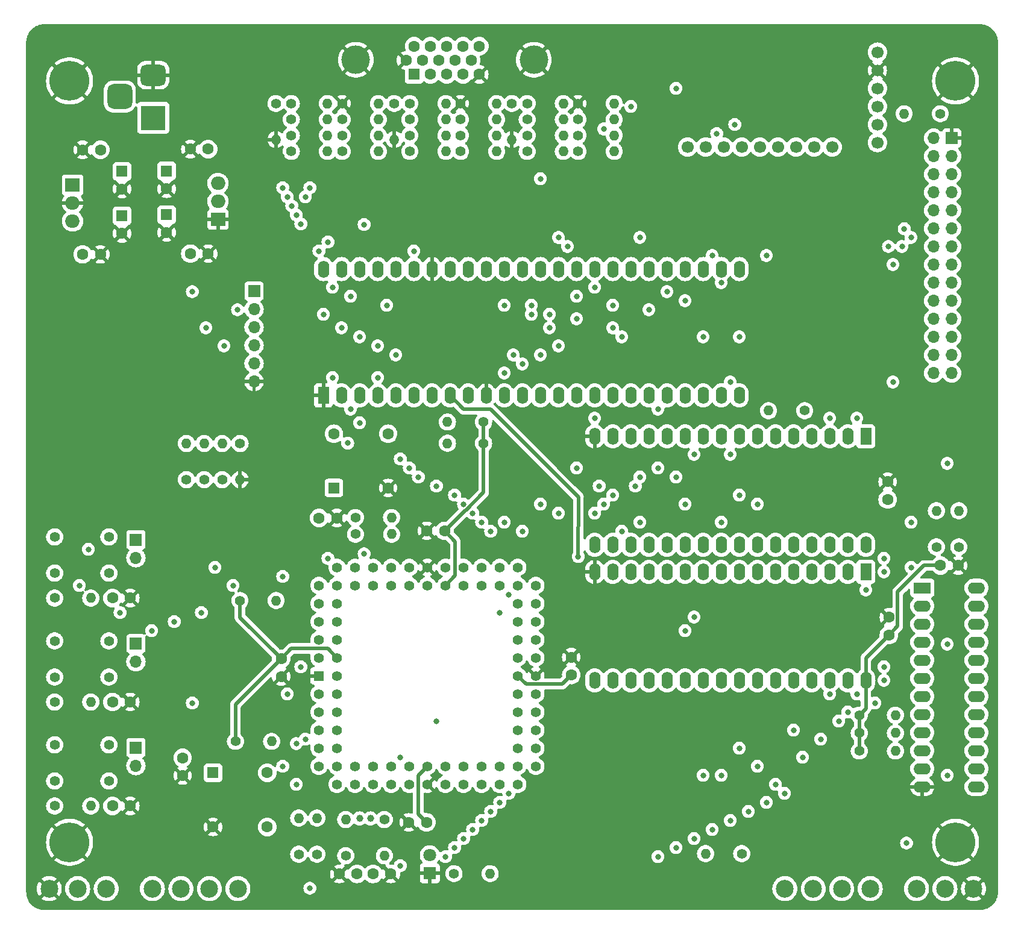
<source format=gbr>
%TF.GenerationSoftware,KiCad,Pcbnew,7.0.7*%
%TF.CreationDate,2024-02-01T01:26:26-05:00*%
%TF.ProjectId,Sentinel 65X - Prototype 3 Mini,53656e74-696e-4656-9c20-363558202d20,rev?*%
%TF.SameCoordinates,Original*%
%TF.FileFunction,Copper,L3,Inr*%
%TF.FilePolarity,Positive*%
%FSLAX46Y46*%
G04 Gerber Fmt 4.6, Leading zero omitted, Abs format (unit mm)*
G04 Created by KiCad (PCBNEW 7.0.7) date 2024-02-01 01:26:26*
%MOMM*%
%LPD*%
G01*
G04 APERTURE LIST*
G04 Aperture macros list*
%AMRoundRect*
0 Rectangle with rounded corners*
0 $1 Rounding radius*
0 $2 $3 $4 $5 $6 $7 $8 $9 X,Y pos of 4 corners*
0 Add a 4 corners polygon primitive as box body*
4,1,4,$2,$3,$4,$5,$6,$7,$8,$9,$2,$3,0*
0 Add four circle primitives for the rounded corners*
1,1,$1+$1,$2,$3*
1,1,$1+$1,$4,$5*
1,1,$1+$1,$6,$7*
1,1,$1+$1,$8,$9*
0 Add four rect primitives between the rounded corners*
20,1,$1+$1,$2,$3,$4,$5,0*
20,1,$1+$1,$4,$5,$6,$7,0*
20,1,$1+$1,$6,$7,$8,$9,0*
20,1,$1+$1,$8,$9,$2,$3,0*%
G04 Aperture macros list end*
%TA.AperFunction,ComponentPad*%
%ADD10C,1.400000*%
%TD*%
%TA.AperFunction,ComponentPad*%
%ADD11O,1.400000X1.400000*%
%TD*%
%TA.AperFunction,ComponentPad*%
%ADD12C,1.600000*%
%TD*%
%TA.AperFunction,ComponentPad*%
%ADD13R,1.800000X1.800000*%
%TD*%
%TA.AperFunction,ComponentPad*%
%ADD14C,1.800000*%
%TD*%
%TA.AperFunction,ComponentPad*%
%ADD15R,1.600000X2.400000*%
%TD*%
%TA.AperFunction,ComponentPad*%
%ADD16O,1.600000X2.400000*%
%TD*%
%TA.AperFunction,ComponentPad*%
%ADD17R,1.700000X1.700000*%
%TD*%
%TA.AperFunction,ComponentPad*%
%ADD18O,1.700000X1.700000*%
%TD*%
%TA.AperFunction,ComponentPad*%
%ADD19R,2.400000X1.600000*%
%TD*%
%TA.AperFunction,ComponentPad*%
%ADD20O,2.400000X1.600000*%
%TD*%
%TA.AperFunction,ComponentPad*%
%ADD21C,1.700000*%
%TD*%
%TA.AperFunction,ComponentPad*%
%ADD22C,5.600000*%
%TD*%
%TA.AperFunction,ComponentPad*%
%ADD23R,2.000000X1.905000*%
%TD*%
%TA.AperFunction,ComponentPad*%
%ADD24O,2.000000X1.905000*%
%TD*%
%TA.AperFunction,ComponentPad*%
%ADD25C,1.397000*%
%TD*%
%TA.AperFunction,ComponentPad*%
%ADD26C,1.000000*%
%TD*%
%TA.AperFunction,ComponentPad*%
%ADD27R,1.600000X1.600000*%
%TD*%
%TA.AperFunction,ComponentPad*%
%ADD28R,1.422400X1.422400*%
%TD*%
%TA.AperFunction,ComponentPad*%
%ADD29C,1.422400*%
%TD*%
%TA.AperFunction,ComponentPad*%
%ADD30C,2.500000*%
%TD*%
%TA.AperFunction,ComponentPad*%
%ADD31R,3.500000X3.500000*%
%TD*%
%TA.AperFunction,ComponentPad*%
%ADD32RoundRect,0.750000X-1.000000X0.750000X-1.000000X-0.750000X1.000000X-0.750000X1.000000X0.750000X0*%
%TD*%
%TA.AperFunction,ComponentPad*%
%ADD33RoundRect,0.875000X-0.875000X0.875000X-0.875000X-0.875000X0.875000X-0.875000X0.875000X0.875000X0*%
%TD*%
%TA.AperFunction,ComponentPad*%
%ADD34C,4.000000*%
%TD*%
%TA.AperFunction,ViaPad*%
%ADD35C,0.550000*%
%TD*%
%TA.AperFunction,ViaPad*%
%ADD36C,0.800000*%
%TD*%
%TA.AperFunction,Conductor*%
%ADD37C,0.500000*%
%TD*%
G04 APERTURE END LIST*
D10*
%TO.N,+3.3V*%
%TO.C,R32*%
X188345320Y-145781300D03*
D11*
%TO.N,/FPGA_MISO*%
X188345320Y-140701300D03*
%TD*%
D12*
%TO.N,Net-(U7-IN)*%
%TO.C,C16*%
X171237727Y-99444243D03*
%TO.N,GND*%
X168737727Y-99444243D03*
%TD*%
D13*
%TO.N,GND*%
%TO.C,D1*%
X217512142Y-201092159D03*
D14*
%TO.N,Net-(D1-A)*%
X217512142Y-198552159D03*
%TD*%
D10*
%TO.N,+3.3V*%
%TO.C,R38*%
X199095000Y-198415001D03*
D11*
%TO.N,/R{slash}~{W}*%
X199095000Y-193335001D03*
%TD*%
D10*
%TO.N,/BLUE*%
%TO.C,R27*%
X231183589Y-99659132D03*
D11*
%TO.N,/B3*%
X236263589Y-99659132D03*
%TD*%
D12*
%TO.N,+3.3V*%
%TO.C,C3*%
X217045000Y-193940000D03*
%TO.N,GND*%
X214545000Y-193940000D03*
%TD*%
D10*
%TO.N,+3.3V*%
%TO.C,R40*%
X207072796Y-153443137D03*
D11*
%TO.N,/~{NMI}*%
X212152796Y-153443137D03*
%TD*%
D15*
%TO.N,/A18*%
%TO.C,U3*%
X278765000Y-139700000D03*
D16*
%TO.N,/A16*%
X276225000Y-139700000D03*
%TO.N,/A15*%
X273685000Y-139700000D03*
%TO.N,/A12*%
X271145000Y-139700000D03*
%TO.N,/A7*%
X268605000Y-139700000D03*
%TO.N,/A6*%
X266065000Y-139700000D03*
%TO.N,/A5*%
X263525000Y-139700000D03*
%TO.N,/A4*%
X260985000Y-139700000D03*
%TO.N,/A3*%
X258445000Y-139700000D03*
%TO.N,/A2*%
X255905000Y-139700000D03*
%TO.N,/A1*%
X253365000Y-139700000D03*
%TO.N,/A0*%
X250825000Y-139700000D03*
%TO.N,/D0*%
X248285000Y-139700000D03*
%TO.N,/D1*%
X245745000Y-139700000D03*
%TO.N,/D2*%
X243205000Y-139700000D03*
%TO.N,GND*%
X240665000Y-139700000D03*
%TO.N,/D3*%
X240665000Y-154940000D03*
%TO.N,/D4*%
X243205000Y-154940000D03*
%TO.N,/D5*%
X245745000Y-154940000D03*
%TO.N,/D6*%
X248285000Y-154940000D03*
%TO.N,/D7*%
X250825000Y-154940000D03*
%TO.N,/~{ROM}*%
X253365000Y-154940000D03*
%TO.N,/A10*%
X255905000Y-154940000D03*
%TO.N,/~{RD}*%
X258445000Y-154940000D03*
%TO.N,/A11*%
X260985000Y-154940000D03*
%TO.N,/A9*%
X263525000Y-154940000D03*
%TO.N,/A8*%
X266065000Y-154940000D03*
%TO.N,/A13*%
X268605000Y-154940000D03*
%TO.N,/A14*%
X271145000Y-154940000D03*
%TO.N,/A17*%
X273685000Y-154940000D03*
%TO.N,/~{WR}*%
X276225000Y-154940000D03*
%TO.N,+3.3V*%
X278765000Y-154940000D03*
%TD*%
D17*
%TO.N,Net-(J7-Pin_1)*%
%TO.C,J7*%
X176225000Y-168830000D03*
D18*
%TO.N,Net-(J7-Pin_2)*%
X176225000Y-171370000D03*
%TD*%
D12*
%TO.N,Net-(J8-Pin_2)*%
%TO.C,C14*%
X172935000Y-162425000D03*
%TO.N,GND*%
X175435000Y-162425000D03*
%TD*%
D10*
%TO.N,Net-(R4-Pad1)*%
%TO.C,R8*%
X198052832Y-97422375D03*
D11*
%TO.N,/R2*%
X203132832Y-97422375D03*
%TD*%
D10*
%TO.N,/GREEN*%
%TO.C,R10*%
X212510000Y-92932650D03*
D11*
%TO.N,GND*%
X212510000Y-98012650D03*
%TD*%
D10*
%TO.N,+3.3V*%
%TO.C,R39*%
X190205000Y-182560000D03*
D11*
%TO.N,/~{RES}*%
X195285000Y-182560000D03*
%TD*%
D12*
%TO.N,+3.3V*%
%TO.C,C11*%
X201949961Y-151169553D03*
%TO.N,GND*%
X204449961Y-151169553D03*
%TD*%
D10*
%TO.N,+3.3V*%
%TO.C,R47*%
X270170001Y-136085000D03*
D11*
%TO.N,/~{ROM}*%
X265090001Y-136085000D03*
%TD*%
D10*
%TO.N,+3.3V*%
%TO.C,R36*%
X277835000Y-183905000D03*
D11*
%TO.N,/~{CS4}*%
X282915000Y-183905000D03*
%TD*%
D10*
%TO.N,+3.3V*%
%TO.C,R52*%
X225071555Y-137681712D03*
D11*
%TO.N,/~{FPGA_RESET}*%
X219991555Y-137681712D03*
%TD*%
D10*
%TO.N,Net-(R2-Pad2)*%
%TO.C,R6*%
X205205171Y-97422375D03*
D11*
%TO.N,/R0*%
X210285171Y-97422375D03*
%TD*%
D10*
%TO.N,/GREEN*%
%TO.C,R18*%
X214701973Y-99659132D03*
D11*
%TO.N,/G3*%
X219781973Y-99659132D03*
%TD*%
D10*
%TO.N,/GREEN*%
%TO.C,R14*%
X214701973Y-95174830D03*
D11*
%TO.N,Net-(R13-Pad1)*%
X219781973Y-95174830D03*
%TD*%
D10*
%TO.N,Net-(J7-Pin_1)*%
%TO.C,R45*%
X164805000Y-177030000D03*
D11*
%TO.N,/~{NMI}*%
X169885000Y-177030000D03*
%TD*%
D19*
%TO.N,/A23*%
%TO.C,U4*%
X286690000Y-161010000D03*
D20*
%TO.N,/A22*%
X286690000Y-163550000D03*
%TO.N,/A21*%
X286690000Y-166090000D03*
%TO.N,/A20*%
X286690000Y-168630000D03*
%TO.N,/A19*%
X286690000Y-171170000D03*
%TO.N,/~{CS4}*%
X286690000Y-173710000D03*
%TO.N,/~{CS5}*%
X286690000Y-176250000D03*
%TO.N,/~{CS7}*%
X286690000Y-178790000D03*
%TO.N,unconnected-(U4-IN-Pad9)*%
X286690000Y-181330000D03*
%TO.N,/R{slash}~{W}*%
X286690000Y-183870000D03*
%TO.N,/PHI2*%
X286690000Y-186410000D03*
%TO.N,GND*%
X286690000Y-188950000D03*
%TO.N,unconnected-(U4-IN-Pad13)*%
X294310000Y-188950000D03*
%TO.N,unconnected-(U4-I{slash}O-Pad14)*%
X294310000Y-186410000D03*
%TO.N,unconnected-(U4-I{slash}O-Pad15)*%
X294310000Y-183870000D03*
%TO.N,unconnected-(U4-I{slash}O-Pad16)*%
X294310000Y-181330000D03*
%TO.N,unconnected-(U4-I{slash}O-Pad17)*%
X294310000Y-178790000D03*
%TO.N,unconnected-(U4-I{slash}O-Pad18)*%
X294310000Y-176250000D03*
%TO.N,unconnected-(U4-I{slash}O-Pad19)*%
X294310000Y-173710000D03*
%TO.N,/~{WR}*%
X294310000Y-171170000D03*
%TO.N,/~{RD}*%
X294310000Y-168630000D03*
%TO.N,/~{RAM}*%
X294310000Y-166090000D03*
%TO.N,/~{ROM}*%
X294310000Y-163550000D03*
%TO.N,+3.3V*%
X294310000Y-161010000D03*
%TD*%
D10*
%TO.N,Net-(R22-Pad1)*%
%TO.C,R22*%
X231183589Y-92932650D03*
D11*
%TO.N,Net-(R21-Pad1)*%
X236263589Y-92932650D03*
%TD*%
D12*
%TO.N,+5V*%
%TO.C,C17*%
X168737726Y-114129243D03*
%TO.N,GND*%
X171237726Y-114129243D03*
%TD*%
%TO.N,+5V*%
%TO.C,C20*%
X186375000Y-99349999D03*
%TO.N,GND*%
X183875000Y-99349999D03*
%TD*%
D10*
%TO.N,Net-(R3-Pad1)*%
%TO.C,R7*%
X205205171Y-99659132D03*
D11*
%TO.N,/R1*%
X210285171Y-99659132D03*
%TD*%
D21*
%TO.N,/SYSCLK*%
%TO.C,U6*%
X280385000Y-98420000D03*
%TO.N,/BCK*%
X280385000Y-95880000D03*
%TO.N,/ADATA*%
X280385000Y-93340000D03*
%TO.N,/LRCK*%
X280385000Y-90800000D03*
%TO.N,GND*%
X280385000Y-88260000D03*
%TO.N,+5V*%
X280385000Y-85720000D03*
%TO.N,unconnected-(U6-LOUT-Pad7)*%
X253715000Y-99055000D03*
%TO.N,unconnected-(U6-AGND-Pad8)*%
X256255000Y-99055000D03*
%TO.N,unconnected-(U6-ROUT-Pad9)*%
X258795000Y-99055000D03*
%TO.N,unconnected-(U6-AGND-Pad10)*%
X261335000Y-99055000D03*
%TO.N,unconnected-(U6-A3V3-Pad11)*%
X263875000Y-99055000D03*
%TO.N,unconnected-(U6-FMT-Pad12)*%
X266415000Y-99055000D03*
%TO.N,unconnected-(U6-XSMT-Pad13)*%
X268955000Y-99055000D03*
%TO.N,unconnected-(U6-DEMP-Pad14)*%
X271495000Y-99055000D03*
%TO.N,unconnected-(U6-FLT-Pad15)*%
X274035000Y-99055000D03*
%TD*%
D15*
%TO.N,GND*%
%TO.C,U5*%
X202565000Y-133960000D03*
D16*
%TO.N,unconnected-(U5-VIO-Pad2)*%
X205105000Y-133960000D03*
%TO.N,/~{FPGA_RESET}*%
X207645000Y-133960000D03*
%TO.N,/CDONE*%
X210185000Y-133960000D03*
%TO.N,/~{I{slash}O}0*%
X212725000Y-133960000D03*
%TO.N,/A4*%
X215265000Y-133960000D03*
%TO.N,/R{slash}~{W}*%
X217805000Y-133960000D03*
%TO.N,+5V*%
X220345000Y-133960000D03*
%TO.N,unconnected-(U5-+3.3V-Pad9)*%
X222885000Y-133960000D03*
%TO.N,GND*%
X225425000Y-133960000D03*
%TO.N,/D0*%
X227965000Y-133960000D03*
%TO.N,/D1*%
X230505000Y-133960000D03*
%TO.N,/D2*%
X233045000Y-133960000D03*
%TO.N,/D3*%
X235585000Y-133960000D03*
%TO.N,/D6*%
X238125000Y-133960000D03*
%TO.N,/SYSCLK*%
X240665000Y-133960000D03*
%TO.N,/D5*%
X243205000Y-133960000D03*
%TO.N,/PHI2*%
X245745000Y-133960000D03*
%TO.N,/D7*%
X248285000Y-133960000D03*
%TO.N,/A1*%
X250825000Y-133960000D03*
%TO.N,/A0*%
X253365000Y-133960000D03*
%TO.N,/A3*%
X255905000Y-133960000D03*
%TO.N,/A2*%
X258445000Y-133960000D03*
%TO.N,/D4*%
X260985000Y-133960000D03*
%TO.N,/BCK*%
X260985000Y-116200000D03*
%TO.N,/B0*%
X258445000Y-116200000D03*
%TO.N,/B1*%
X255905000Y-116200000D03*
%TO.N,/LRCK*%
X253365000Y-116200000D03*
%TO.N,/B3*%
X250825000Y-116200000D03*
%TO.N,/~{VIRQ}*%
X248285000Y-116200000D03*
%TO.N,/ADATA*%
X245745000Y-116200000D03*
%TO.N,/B2*%
X243205000Y-116200000D03*
%TO.N,/R0*%
X240665000Y-116200000D03*
%TO.N,/R1*%
X238125000Y-116200000D03*
%TO.N,/R3*%
X235585000Y-116200000D03*
%TO.N,/VSYNC*%
X233045000Y-116200000D03*
%TO.N,/HSYNC*%
X230505000Y-116200000D03*
%TO.N,/G2*%
X227965000Y-116200000D03*
%TO.N,/G1*%
X225425000Y-116200000D03*
%TO.N,/G0*%
X222885000Y-116200000D03*
%TO.N,unconnected-(U5-CLK_12M_EXT-Pad41)*%
X220345000Y-116200000D03*
%TO.N,GND*%
X217805000Y-116200000D03*
%TO.N,/R2*%
X215265000Y-116200000D03*
%TO.N,/G3*%
X212725000Y-116200000D03*
%TO.N,/FPGA_MISO*%
X210185000Y-116200000D03*
%TO.N,/FPGA_MOSI*%
X207645000Y-116200000D03*
%TO.N,/FPGA_SCK*%
X205105000Y-116200000D03*
%TO.N,/~{FLASH_SS}*%
X202565000Y-116200000D03*
%TD*%
D12*
%TO.N,Net-(J6-Pin_2)*%
%TO.C,C12*%
X172935000Y-191635000D03*
%TO.N,GND*%
X175435000Y-191635000D03*
%TD*%
D10*
%TO.N,+3.3V*%
%TO.C,R31*%
X185830319Y-145781300D03*
D11*
%TO.N,/FPGA_MOSI*%
X185830319Y-140701300D03*
%TD*%
D12*
%TO.N,+3.3V*%
%TO.C,C2*%
X237385000Y-173229999D03*
%TO.N,GND*%
X237385000Y-170729999D03*
%TD*%
D10*
%TO.N,+3.3V*%
%TO.C,R49*%
X288680000Y-155235000D03*
D11*
%TO.N,/~{RD}*%
X288680000Y-150155000D03*
%TD*%
D10*
%TO.N,Net-(J6-Pin_1)*%
%TO.C,R44*%
X164805000Y-191635000D03*
D11*
%TO.N,/~{RES}*%
X169885000Y-191635000D03*
%TD*%
D10*
%TO.N,/CLKO*%
%TO.C,R28*%
X205706901Y-198622178D03*
D11*
%TO.N,/CLK*%
X205706901Y-193542178D03*
%TD*%
D12*
%TO.N,Net-(C10-Pad1)*%
%TO.C,C10*%
X209537482Y-201188257D03*
%TO.N,GND*%
X212037482Y-201188257D03*
%TD*%
D10*
%TO.N,+3.3V*%
%TO.C,R42*%
X289220000Y-94375000D03*
D11*
%TO.N,/~{I{slash}O}1*%
X284140000Y-94375000D03*
%TD*%
D22*
%TO.N,GND*%
%TO.C,H3*%
X291365000Y-89765000D03*
%TD*%
D10*
%TO.N,Net-(D1-A)*%
%TO.C,R51*%
X220906936Y-201139928D03*
D11*
%TO.N,/BL1*%
X225986936Y-201139928D03*
%TD*%
D23*
%TO.N,Net-(U7-IN)*%
%TO.C,U7*%
X167332726Y-104384243D03*
D24*
%TO.N,GND*%
X167332726Y-106924243D03*
%TO.N,+5V*%
X167332726Y-109464243D03*
%TD*%
D12*
%TO.N,+3.3V*%
%TO.C,C1*%
X219585000Y-152980000D03*
%TO.N,GND*%
X217085000Y-152980000D03*
%TD*%
%TO.N,+3.3V*%
%TO.C,C21*%
X183875001Y-114035000D03*
%TO.N,GND*%
X186375001Y-114035000D03*
%TD*%
%TO.N,+3.3V*%
%TO.C,C7*%
X289240000Y-157844999D03*
%TO.N,GND*%
X291740000Y-157844999D03*
%TD*%
D10*
%TO.N,Net-(R12-Pad1)*%
%TO.C,R16*%
X221832157Y-99659132D03*
D11*
%TO.N,/G1*%
X226912157Y-99659132D03*
%TD*%
D10*
%TO.N,Net-(R12-Pad1)*%
%TO.C,R12*%
X221832157Y-95174830D03*
D11*
%TO.N,Net-(R11-Pad2)*%
X226912157Y-95174830D03*
%TD*%
D25*
%TO.N,Net-(J7-Pin_1)*%
%TO.C,SW2*%
X164805000Y-168440000D03*
X172425000Y-168440000D03*
%TO.N,Net-(J7-Pin_2)*%
X164805000Y-173520000D03*
X172425000Y-173520000D03*
%TD*%
D10*
%TO.N,Net-(R22-Pad1)*%
%TO.C,R26*%
X231183589Y-97422375D03*
D11*
%TO.N,/B2*%
X236263589Y-97422375D03*
%TD*%
D10*
%TO.N,GND*%
%TO.C,R11*%
X221832157Y-92932650D03*
D11*
%TO.N,Net-(R11-Pad2)*%
X226912157Y-92932650D03*
%TD*%
D25*
%TO.N,Net-(J6-Pin_1)*%
%TO.C,SW1*%
X164805000Y-183045000D03*
X172425000Y-183045000D03*
%TO.N,Net-(J6-Pin_2)*%
X164805000Y-188125000D03*
X172425000Y-188125000D03*
%TD*%
D12*
%TO.N,+3.3V*%
%TO.C,C4*%
X196640000Y-170940000D03*
%TO.N,GND*%
X196640000Y-173440000D03*
%TD*%
D10*
%TO.N,Net-(R13-Pad1)*%
%TO.C,R17*%
X214701973Y-97422375D03*
D11*
%TO.N,/G2*%
X219781973Y-97422375D03*
%TD*%
D10*
%TO.N,Net-(R21-Pad1)*%
%TO.C,R25*%
X238346322Y-99659132D03*
D11*
%TO.N,/B1*%
X243426322Y-99659132D03*
%TD*%
D10*
%TO.N,/BLUE*%
%TO.C,R23*%
X231183589Y-95174830D03*
D11*
%TO.N,Net-(R22-Pad1)*%
X236263589Y-95174830D03*
%TD*%
D10*
%TO.N,/FPGA_SCK*%
%TO.C,R33*%
X190860319Y-140701300D03*
D11*
%TO.N,GND*%
X190860319Y-145781300D03*
%TD*%
D17*
%TO.N,GND*%
%TO.C,J1*%
X290830000Y-97790000D03*
D18*
%TO.N,+3.3V*%
X288290000Y-97790000D03*
%TO.N,/TXD*%
X290830000Y-100330000D03*
%TO.N,/I2C_SCL*%
X288290000Y-100330000D03*
%TO.N,/RXD*%
X290830000Y-102870000D03*
%TO.N,/I2C_SDA*%
X288290000Y-102870000D03*
%TO.N,/CTS*%
X290830000Y-105410000D03*
%TO.N,/~{RES}*%
X288290000Y-105410000D03*
%TO.N,/RTS*%
X290830000Y-107950000D03*
%TO.N,/~{IRQ}*%
X288290000Y-107950000D03*
%TO.N,/PHI2*%
X290830000Y-110490000D03*
%TO.N,/~{I{slash}O}1*%
X288290000Y-110490000D03*
%TO.N,/~{RD}*%
X290830000Y-113030000D03*
%TO.N,/~{WR}*%
X288290000Y-113030000D03*
%TO.N,/A5*%
X290830000Y-115570000D03*
%TO.N,/A4*%
X288290000Y-115570000D03*
%TO.N,/A3*%
X290830000Y-118110000D03*
%TO.N,/A2*%
X288290000Y-118110000D03*
%TO.N,/A1*%
X290830000Y-120650000D03*
%TO.N,/A0*%
X288290000Y-120650000D03*
%TO.N,/D7*%
X290830000Y-123190000D03*
%TO.N,/D6*%
X288290000Y-123190000D03*
%TO.N,/D5*%
X290830000Y-125730000D03*
%TO.N,/D4*%
X288290000Y-125730000D03*
%TO.N,/D3*%
X290830000Y-128270000D03*
%TO.N,/D2*%
X288290000Y-128270000D03*
%TO.N,/D1*%
X290830000Y-130810000D03*
%TO.N,/D0*%
X288290000Y-130810000D03*
%TD*%
D10*
%TO.N,Net-(R4-Pad1)*%
%TO.C,R4*%
X198052833Y-92932650D03*
D11*
%TO.N,Net-(R3-Pad1)*%
X203132833Y-92932650D03*
%TD*%
D10*
%TO.N,Net-(J8-Pin_1)*%
%TO.C,R46*%
X164805000Y-162425000D03*
D11*
%TO.N,/~{BOOT_SEL}*%
X169885000Y-162425000D03*
%TD*%
D10*
%TO.N,Net-(R11-Pad2)*%
%TO.C,R15*%
X221832157Y-97422375D03*
D11*
%TO.N,/G0*%
X226912157Y-97422375D03*
%TD*%
D26*
%TO.N,/CLK*%
%TO.C,X2*%
X207667592Y-193392178D03*
%TO.N,Net-(C10-Pad1)*%
X209167592Y-193392178D03*
%TD*%
D22*
%TO.N,GND*%
%TO.C,H2*%
X166905000Y-89765000D03*
%TD*%
D10*
%TO.N,/BLUE*%
%TO.C,R19*%
X229046622Y-92932650D03*
D11*
%TO.N,GND*%
X229046622Y-98012650D03*
%TD*%
D12*
%TO.N,+3.3V*%
%TO.C,C5*%
X281990000Y-167625000D03*
%TO.N,GND*%
X281990000Y-165125000D03*
%TD*%
D10*
%TO.N,Net-(R13-Pad1)*%
%TO.C,R13*%
X214701973Y-92932650D03*
D11*
%TO.N,Net-(R12-Pad1)*%
X219781973Y-92932650D03*
%TD*%
D27*
%TO.N,+5V*%
%TO.C,C19*%
X180540000Y-102420151D03*
D12*
%TO.N,GND*%
X180540000Y-104920151D03*
%TD*%
D28*
%TO.N,GND*%
%TO.C,U1*%
X201930000Y-173355000D03*
D29*
%TO.N,/RTS*%
X204470000Y-173355000D03*
%TO.N,/CTS*%
X201930000Y-175895000D03*
%TO.N,/~{SD_SS}*%
X204470000Y-175895000D03*
%TO.N,/BL1*%
X201930000Y-178435000D03*
%TO.N,unconnected-(U1C-P62-Pad6)*%
X204470000Y-178435000D03*
%TO.N,/~{BOOT_SEL}*%
X201930000Y-180975000D03*
%TO.N,/~{VIRQ}*%
X204470000Y-180975000D03*
%TO.N,unconnected-(U1C-P65-Pad9)*%
X201930000Y-183515000D03*
%TO.N,/RXD*%
X204470000Y-183515000D03*
%TO.N,/TXD*%
X201930000Y-186055000D03*
%TO.N,/~{RES}*%
X204470000Y-188595000D03*
%TO.N,/R{slash}~{W}*%
X204470000Y-186055000D03*
%TO.N,unconnected-(U1A-RUN-Pad14)*%
X207010000Y-188595000D03*
%TO.N,unconnected-(U1A-~{FCLKO}-Pad15)*%
X207010000Y-186055000D03*
%TO.N,/FCLK*%
X209550000Y-188595000D03*
%TO.N,/BE*%
X209550000Y-186055000D03*
%TO.N,/CLK*%
X212090000Y-188595000D03*
%TO.N,/CLKO*%
X212090000Y-186055000D03*
%TO.N,/PHI2*%
X214630000Y-188595000D03*
%TO.N,unconnected-(U1A-BA-Pad21)*%
X214630000Y-186055000D03*
%TO.N,GND*%
X217170000Y-188595000D03*
%TO.N,+3.3V*%
X217170000Y-186055000D03*
%TO.N,/A0*%
X219710000Y-188595000D03*
%TO.N,/A1*%
X219710000Y-186055000D03*
%TO.N,/A2*%
X222250000Y-188595000D03*
%TO.N,/A3*%
X222250000Y-186055000D03*
%TO.N,/A4*%
X224790000Y-188595000D03*
%TO.N,/A5*%
X224790000Y-186055000D03*
%TO.N,/A6*%
X227330000Y-188595000D03*
%TO.N,/A7*%
X227330000Y-186055000D03*
%TO.N,/A8*%
X229870000Y-188595000D03*
%TO.N,/A9*%
X232410000Y-186055000D03*
%TO.N,/A10*%
X229870000Y-186055000D03*
%TO.N,/A11*%
X232410000Y-183515000D03*
%TO.N,/A12*%
X229870000Y-183515000D03*
%TO.N,/A13*%
X232410000Y-180975000D03*
%TO.N,/A14*%
X229870000Y-180975000D03*
%TO.N,/A15*%
X232410000Y-178435000D03*
%TO.N,/A16*%
X229870000Y-178435000D03*
%TO.N,/A17*%
X232410000Y-175895000D03*
%TO.N,/A18*%
X229870000Y-175895000D03*
%TO.N,GND*%
X232410000Y-173355000D03*
%TO.N,+3.3V*%
X229870000Y-173355000D03*
%TO.N,/A19*%
X232410000Y-170815000D03*
%TO.N,/A20*%
X229870000Y-170815000D03*
%TO.N,/A21*%
X232410000Y-168275000D03*
%TO.N,/A22*%
X229870000Y-168275000D03*
%TO.N,/A23*%
X232410000Y-165735000D03*
%TO.N,/~{I{slash}O}0*%
X229870000Y-165735000D03*
%TO.N,/~{I{slash}O}1*%
X232410000Y-163195000D03*
%TO.N,/FPGA_SCK*%
X229870000Y-163195000D03*
%TO.N,/~{FLASH_SS}*%
X232410000Y-160655000D03*
%TO.N,/~{CS4}*%
X229870000Y-158115000D03*
%TO.N,/~{CS5}*%
X229870000Y-160655000D03*
%TO.N,unconnected-(U1A-~{CS6}-Pad56)*%
X227330000Y-158115000D03*
%TO.N,/~{CS7}*%
X227330000Y-160655000D03*
%TO.N,/D0*%
X224790000Y-158115000D03*
%TO.N,/D1*%
X224790000Y-160655000D03*
%TO.N,/D2*%
X222250000Y-158115000D03*
%TO.N,/D3*%
X222250000Y-160655000D03*
%TO.N,/D4*%
X219710000Y-158115000D03*
%TO.N,+3.3V*%
X219710000Y-160655000D03*
%TO.N,GND*%
X217170000Y-158115000D03*
%TO.N,/D5*%
X217170000Y-160655000D03*
%TO.N,/D6*%
X214630000Y-158115000D03*
%TO.N,/D7*%
X214630000Y-160655000D03*
%TO.N,unconnected-(U1A-TG0-Pad68)*%
X212090000Y-158115000D03*
%TO.N,unconnected-(U1A-TG1-Pad69)*%
X212090000Y-160655000D03*
%TO.N,/~{NMI}*%
X209550000Y-158115000D03*
%TO.N,/~{IRQ}*%
X209550000Y-160655000D03*
%TO.N,/~{FPGA_RESET}*%
X207010000Y-158115000D03*
%TO.N,/CDONE*%
X207010000Y-160655000D03*
%TO.N,/FPGA_MOSI*%
X204470000Y-158115000D03*
%TO.N,/FPGA_MISO*%
X201930000Y-160655000D03*
%TO.N,/I2C_SDA*%
X204470000Y-160655000D03*
%TO.N,/I2C_SCL*%
X201930000Y-163195000D03*
%TO.N,/SNES_CLK*%
X204470000Y-163195000D03*
%TO.N,/SNES_LATCH*%
X201930000Y-165735000D03*
%TO.N,/SNES_DATA0*%
X204470000Y-165735000D03*
%TO.N,/SNES_DATA1*%
X201930000Y-168275000D03*
%TO.N,unconnected-(U1C-P54-Pad82)*%
X204470000Y-168275000D03*
%TO.N,unconnected-(U1C-P55-Pad83)*%
X201930000Y-170815000D03*
%TO.N,+3.3V*%
X204470000Y-170815000D03*
%TD*%
D10*
%TO.N,+3.3V*%
%TO.C,R30*%
X183315319Y-145781300D03*
D11*
%TO.N,/~{SD_SS}*%
X183315319Y-140701300D03*
%TD*%
D10*
%TO.N,/RED*%
%TO.C,R9*%
X198052832Y-99659132D03*
D11*
%TO.N,/R3*%
X203132832Y-99659132D03*
%TD*%
D27*
%TO.N,+5V*%
%TO.C,C18*%
X174262726Y-108702425D03*
D12*
%TO.N,GND*%
X174262726Y-111202425D03*
%TD*%
D10*
%TO.N,Net-(R20-Pad2)*%
%TO.C,R24*%
X238346322Y-97422375D03*
D11*
%TO.N,/B0*%
X243426322Y-97422375D03*
%TD*%
D10*
%TO.N,+3.3V*%
%TO.C,R53*%
X225071555Y-140677810D03*
D11*
%TO.N,/~{VIRQ}*%
X219991555Y-140677810D03*
%TD*%
D30*
%TO.N,+3.3V*%
%TO.C,J4*%
X267385000Y-203250000D03*
%TO.N,/SNES_CLK*%
X271385000Y-203250000D03*
%TO.N,/SNES_LATCH*%
X275385000Y-203250000D03*
%TO.N,/SNES_DATA1*%
X279385000Y-203250000D03*
%TO.N,/I2C_SCL*%
X285885000Y-203250000D03*
%TO.N,/I2C_SDA*%
X289885000Y-203250000D03*
%TO.N,GND*%
X293885000Y-203250000D03*
%TD*%
D31*
%TO.N,Net-(U7-IN)*%
%TO.C,J9*%
X178655000Y-94950001D03*
D32*
%TO.N,GND*%
X178655000Y-88950001D03*
D33*
%TO.N,N/C*%
X173955000Y-91950001D03*
%TD*%
D10*
%TO.N,GND*%
%TO.C,R20*%
X238346322Y-92932650D03*
D11*
%TO.N,Net-(R20-Pad2)*%
X243426322Y-92932650D03*
%TD*%
D22*
%TO.N,GND*%
%TO.C,H4*%
X291365000Y-196750000D03*
%TD*%
D10*
%TO.N,+3.3V*%
%TO.C,R35*%
X277835000Y-181390000D03*
D11*
%TO.N,/~{CS5}*%
X282915000Y-181390000D03*
%TD*%
D15*
%TO.N,/A18*%
%TO.C,U2*%
X278765000Y-158750000D03*
D16*
%TO.N,/A16*%
X276225000Y-158750000D03*
%TO.N,/A14*%
X273685000Y-158750000D03*
%TO.N,/A12*%
X271145000Y-158750000D03*
%TO.N,/A7*%
X268605000Y-158750000D03*
%TO.N,/A6*%
X266065000Y-158750000D03*
%TO.N,/A5*%
X263525000Y-158750000D03*
%TO.N,/A4*%
X260985000Y-158750000D03*
%TO.N,/A3*%
X258445000Y-158750000D03*
%TO.N,/A2*%
X255905000Y-158750000D03*
%TO.N,/A1*%
X253365000Y-158750000D03*
%TO.N,/A0*%
X250825000Y-158750000D03*
%TO.N,/D0*%
X248285000Y-158750000D03*
%TO.N,/D1*%
X245745000Y-158750000D03*
%TO.N,/D2*%
X243205000Y-158750000D03*
%TO.N,GND*%
X240665000Y-158750000D03*
%TO.N,/D3*%
X240665000Y-173990000D03*
%TO.N,/D4*%
X243205000Y-173990000D03*
%TO.N,/D5*%
X245745000Y-173990000D03*
%TO.N,/D6*%
X248285000Y-173990000D03*
%TO.N,/D7*%
X250825000Y-173990000D03*
%TO.N,/~{RAM}*%
X253365000Y-173990000D03*
%TO.N,/A10*%
X255905000Y-173990000D03*
%TO.N,/~{RD}*%
X258445000Y-173990000D03*
%TO.N,/A11*%
X260985000Y-173990000D03*
%TO.N,/A9*%
X263525000Y-173990000D03*
%TO.N,/A8*%
X266065000Y-173990000D03*
%TO.N,/A13*%
X268605000Y-173990000D03*
%TO.N,/~{WR}*%
X271145000Y-173990000D03*
%TO.N,/A17*%
X273685000Y-173990000D03*
%TO.N,/A15*%
X276225000Y-173990000D03*
%TO.N,+3.3V*%
X278765000Y-173990000D03*
%TD*%
D12*
%TO.N,/CLK*%
%TO.C,C9*%
X207297703Y-201188257D03*
%TO.N,GND*%
X204797703Y-201188257D03*
%TD*%
D10*
%TO.N,+3.3V*%
%TO.C,R50*%
X291830000Y-155235000D03*
D11*
%TO.N,/~{WR}*%
X291830000Y-150155000D03*
%TD*%
D22*
%TO.N,GND*%
%TO.C,H1*%
X166905000Y-196750000D03*
%TD*%
D10*
%TO.N,/RED*%
%TO.C,R5*%
X198052832Y-95174830D03*
D11*
%TO.N,Net-(R4-Pad1)*%
X203132832Y-95174830D03*
%TD*%
D17*
%TO.N,Net-(J8-Pin_1)*%
%TO.C,J8*%
X176225000Y-154225000D03*
D18*
%TO.N,Net-(J8-Pin_2)*%
X176225000Y-156765000D03*
%TD*%
D17*
%TO.N,Net-(J6-Pin_1)*%
%TO.C,J6*%
X176225000Y-183435000D03*
D18*
%TO.N,Net-(J6-Pin_2)*%
X176225000Y-185975000D03*
%TD*%
D23*
%TO.N,GND*%
%TO.C,U8*%
X187750000Y-109232500D03*
D24*
%TO.N,+3.3V*%
X187750000Y-106692500D03*
%TO.N,+5V*%
X187750000Y-104152500D03*
%TD*%
D10*
%TO.N,+3.3V*%
%TO.C,R34*%
X277835000Y-178875000D03*
D11*
%TO.N,/~{CS7}*%
X282915000Y-178875000D03*
%TD*%
D10*
%TO.N,+3.3V*%
%TO.C,R43*%
X190840000Y-162775000D03*
D11*
%TO.N,/~{I{slash}O}0*%
X195920000Y-162775000D03*
%TD*%
D27*
%TO.N,+3.3V*%
%TO.C,C22*%
X180540000Y-108570075D03*
D12*
%TO.N,GND*%
X180540000Y-111070075D03*
%TD*%
D10*
%TO.N,+3.3V*%
%TO.C,R48*%
X261325000Y-198340000D03*
D11*
%TO.N,/~{RAM}*%
X256245000Y-198340000D03*
%TD*%
D12*
%TO.N,+3.3V*%
%TO.C,C8*%
X182787472Y-184868586D03*
%TO.N,GND*%
X182787472Y-187368586D03*
%TD*%
D10*
%TO.N,Net-(R21-Pad1)*%
%TO.C,R21*%
X238346322Y-95174830D03*
D11*
%TO.N,Net-(R20-Pad2)*%
X243426322Y-95174830D03*
%TD*%
D10*
%TO.N,Net-(R3-Pad1)*%
%TO.C,R3*%
X205205171Y-95174830D03*
D11*
%TO.N,Net-(R2-Pad2)*%
X210285171Y-95174830D03*
%TD*%
D27*
%TO.N,Net-(U7-IN)*%
%TO.C,C15*%
X174262727Y-102460834D03*
D12*
%TO.N,GND*%
X174262727Y-104960834D03*
%TD*%
D27*
%TO.N,+3.3V*%
%TO.C,X3*%
X204037305Y-146957666D03*
D12*
%TO.N,GND*%
X211657305Y-146957666D03*
%TO.N,/SYSCLK*%
X211657305Y-139337666D03*
%TO.N,+3.3V*%
X204037305Y-139337666D03*
%TD*%
D10*
%TO.N,GND*%
%TO.C,R2*%
X205205171Y-92932650D03*
D11*
%TO.N,Net-(R2-Pad2)*%
X210285171Y-92932650D03*
%TD*%
D34*
%TO.N,GND*%
%TO.C,J2*%
X232125000Y-86795662D03*
X207125000Y-86795662D03*
D27*
%TO.N,/RED*%
X215310000Y-88845662D03*
D12*
%TO.N,/GREEN*%
X217600000Y-88845662D03*
%TO.N,/BLUE*%
X219890000Y-88845662D03*
%TO.N,unconnected-(J2-Pad4)*%
X222180000Y-88845662D03*
%TO.N,GND*%
X224470000Y-88845662D03*
X214165000Y-86865662D03*
X216455000Y-86865662D03*
X218745000Y-86865662D03*
%TO.N,unconnected-(J2-Pad9)*%
X221035000Y-86865662D03*
%TO.N,GND*%
X223325000Y-86865662D03*
%TO.N,unconnected-(J2-Pad11)*%
X215310000Y-84885662D03*
%TO.N,unconnected-(J2-Pad12)*%
X217600000Y-84885662D03*
%TO.N,/HSYNC*%
X219890000Y-84885662D03*
%TO.N,/VSYNC*%
X222180000Y-84885662D03*
%TO.N,unconnected-(J2-Pad15)*%
X224470000Y-84885662D03*
%TD*%
D10*
%TO.N,/RED*%
%TO.C,R1*%
X195892390Y-92932650D03*
D11*
%TO.N,GND*%
X195892390Y-98012650D03*
%TD*%
D12*
%TO.N,Net-(J7-Pin_2)*%
%TO.C,C13*%
X172935000Y-177030000D03*
%TO.N,GND*%
X175435000Y-177030000D03*
%TD*%
D30*
%TO.N,+3.3V*%
%TO.C,J3*%
X190550000Y-203250000D03*
%TO.N,/SNES_CLK*%
X186550000Y-203250000D03*
%TO.N,/SNES_LATCH*%
X182550000Y-203250000D03*
%TO.N,/SNES_DATA0*%
X178550000Y-203250000D03*
%TO.N,/I2C_SCL*%
X172050000Y-203250000D03*
%TO.N,/I2C_SDA*%
X168050000Y-203250000D03*
%TO.N,GND*%
X164050000Y-203250000D03*
%TD*%
D17*
%TO.N,/~{SD_SS}*%
%TO.C,J5*%
X192820000Y-119300000D03*
D18*
%TO.N,/FPGA_SCK*%
X192820000Y-121840000D03*
%TO.N,/FPGA_MOSI*%
X192820000Y-124380000D03*
%TO.N,/FPGA_MISO*%
X192820000Y-126920000D03*
%TO.N,+3.3V*%
X192820000Y-129460000D03*
%TO.N,GND*%
X192820000Y-132000000D03*
%TD*%
D12*
%TO.N,+3.3V*%
%TO.C,C6*%
X281830000Y-148575000D03*
%TO.N,GND*%
X281830000Y-146075000D03*
%TD*%
D25*
%TO.N,Net-(J8-Pin_1)*%
%TO.C,SW3*%
X164805000Y-153835000D03*
X172425000Y-153835000D03*
%TO.N,Net-(J8-Pin_2)*%
X164805000Y-158915000D03*
X172425000Y-158915000D03*
%TD*%
D10*
%TO.N,/CLKO*%
%TO.C,R29*%
X211128283Y-193542178D03*
D11*
%TO.N,Net-(C10-Pad1)*%
X211128283Y-198622178D03*
%TD*%
D10*
%TO.N,+3.3V*%
%TO.C,R41*%
X207057673Y-151106949D03*
D11*
%TO.N,/~{IRQ}*%
X212137673Y-151106949D03*
%TD*%
D27*
%TO.N,+3.3V*%
%TO.C,X1*%
X187050000Y-186965000D03*
D12*
%TO.N,GND*%
X187050000Y-194585000D03*
%TO.N,/FCLK*%
X194670000Y-194585000D03*
%TO.N,+3.3V*%
X194670000Y-186965000D03*
%TD*%
D10*
%TO.N,+3.3V*%
%TO.C,R37*%
X201660000Y-198415000D03*
D11*
%TO.N,/BE*%
X201660000Y-193335000D03*
%TD*%
D35*
%TO.N,GND*%
X180975000Y-137160000D03*
X194310000Y-116840000D03*
X203200000Y-86995000D03*
X198755000Y-90805000D03*
X181610000Y-118110000D03*
X203200000Y-88265000D03*
X181610000Y-125730000D03*
X177800000Y-127000000D03*
X181610000Y-123190000D03*
X181610000Y-130810000D03*
X181610000Y-128270000D03*
X195580000Y-104775000D03*
X180975000Y-148590000D03*
X195580000Y-112395000D03*
X195580000Y-111125000D03*
X195580000Y-103505000D03*
X193040000Y-116840000D03*
X180975000Y-144780000D03*
X197485000Y-90805000D03*
X279400000Y-152400000D03*
X181610000Y-124460000D03*
X279975278Y-180116681D03*
X196850000Y-100330000D03*
X194310000Y-92710000D03*
X195580000Y-106045000D03*
X191770000Y-116840000D03*
X181610000Y-134620000D03*
X195580000Y-116205000D03*
X228600000Y-127000000D03*
X181610000Y-133350000D03*
X196215000Y-91440000D03*
X180975000Y-138430000D03*
X254100550Y-127636918D03*
X181610000Y-121920000D03*
X194310000Y-99060000D03*
X180975000Y-139700000D03*
X181610000Y-127000000D03*
X203200000Y-84455000D03*
X181610000Y-129540000D03*
X181610000Y-132080000D03*
X187960000Y-116840000D03*
X200025000Y-90805000D03*
X177800000Y-152400000D03*
X194310000Y-96520000D03*
X180975000Y-140970000D03*
X201295000Y-90805000D03*
X195580000Y-107315000D03*
X227856892Y-153809797D03*
X203200000Y-89535000D03*
X195580000Y-99695000D03*
X204255933Y-101572066D03*
X202426299Y-152834900D03*
X177800000Y-101600000D03*
X181610000Y-135890000D03*
X195580000Y-109855000D03*
X203129860Y-127941223D03*
X195580000Y-113665000D03*
X186690000Y-116840000D03*
X180975000Y-143510000D03*
X181610000Y-119380000D03*
X181610000Y-116840000D03*
X190500000Y-116840000D03*
X180975000Y-146050000D03*
X203200000Y-83185000D03*
X182880000Y-116840000D03*
X195580000Y-108585000D03*
X228623446Y-101056200D03*
X194310000Y-95250000D03*
X254431380Y-101500279D03*
X177191493Y-178445544D03*
X181610000Y-120650000D03*
X195580000Y-114935000D03*
X180975000Y-147320000D03*
X184150000Y-116840000D03*
X194310000Y-93980000D03*
X194310000Y-97790000D03*
X196850000Y-101600000D03*
X202565000Y-90805000D03*
X180975000Y-142240000D03*
X194945000Y-91440000D03*
X189230000Y-116840000D03*
X203200000Y-85725000D03*
X279400000Y-101600000D03*
X196850000Y-102870000D03*
X185420000Y-116840000D03*
D36*
%TO.N,/RTS*%
X199390000Y-172085000D03*
X199390000Y-109855000D03*
%TO.N,/CTS*%
X198120000Y-107315000D03*
X197485000Y-175895000D03*
%TO.N,/~{SD_SS}*%
X184150000Y-177165000D03*
X184150000Y-119380000D03*
%TO.N,/BL1*%
X218440000Y-179705000D03*
%TO.N,/~{VIRQ}*%
X206375000Y-135890000D03*
X205977737Y-140661938D03*
X249555000Y-135890000D03*
%TO.N,/RXD*%
X200025000Y-106045000D03*
X200025000Y-182245000D03*
%TO.N,/TXD*%
X196850000Y-104775000D03*
X196850000Y-186055000D03*
%TO.N,/~{RES}*%
X198755000Y-182880000D03*
X198755000Y-188595000D03*
X198755000Y-108585000D03*
%TO.N,/R{slash}~{W}*%
X213360000Y-184785000D03*
X213360000Y-142875000D03*
X290195000Y-143510000D03*
%TO.N,/PHI2*%
X247015000Y-111760000D03*
X213360000Y-200025000D03*
X284480000Y-196850000D03*
%TO.N,/A0*%
X219710000Y-198755000D03*
X253365000Y-120650000D03*
X249555000Y-198755000D03*
X254635000Y-142240000D03*
%TO.N,/A1*%
X252095000Y-197485000D03*
X220980000Y-197485000D03*
X250825000Y-119380000D03*
%TO.N,/A2*%
X222250000Y-196215000D03*
X254635000Y-196215000D03*
X259715000Y-142240000D03*
X258445000Y-118110000D03*
%TO.N,/A3*%
X257175000Y-194945000D03*
X257175000Y-114300000D03*
X223520000Y-194945000D03*
%TO.N,/A4*%
X282575000Y-132080000D03*
X259715000Y-132080000D03*
X224790000Y-193675000D03*
X282575000Y-115570000D03*
X259715000Y-193675000D03*
%TO.N,/A5*%
X264795000Y-114300000D03*
X262255000Y-192405000D03*
X226060000Y-192405000D03*
%TO.N,/A6*%
X227330000Y-191135000D03*
X264795000Y-191135000D03*
%TO.N,/A7*%
X228600000Y-189865000D03*
X267335000Y-189865000D03*
%TO.N,/A8*%
X266065000Y-188595000D03*
%TO.N,/A9*%
X263525000Y-186055000D03*
%TO.N,/A10*%
X255905000Y-187325000D03*
%TO.N,/A11*%
X260985000Y-183515000D03*
%TO.N,/A12*%
X269875000Y-184785000D03*
%TO.N,/A13*%
X268605000Y-180975000D03*
%TO.N,/A14*%
X272415000Y-182245000D03*
%TO.N,/A15*%
X276225000Y-178435000D03*
X277495000Y-137160000D03*
X273685000Y-137160000D03*
%TO.N,/A16*%
X274955000Y-179705000D03*
%TO.N,/A17*%
X273685000Y-175895000D03*
%TO.N,/A18*%
X280035000Y-177165000D03*
%TO.N,/FPGA_SCK*%
X190500000Y-121920000D03*
X234315000Y-124460000D03*
X205105000Y-124460000D03*
%TO.N,/~{FLASH_SS}*%
X202565000Y-122555000D03*
X231775000Y-122555000D03*
%TO.N,/~{CS4}*%
X281305000Y-173990000D03*
X281305000Y-158750000D03*
%TO.N,/~{CS5}*%
X277495000Y-175895000D03*
X278765000Y-161290000D03*
%TO.N,/~{CS7}*%
X227330000Y-164465000D03*
X285115000Y-158115000D03*
%TO.N,/D0*%
X227965000Y-151765000D03*
X224790000Y-151765000D03*
X247015000Y-151765000D03*
X227965000Y-130810000D03*
%TO.N,/D1*%
X244475000Y-153035000D03*
X226060000Y-153035000D03*
X230505000Y-129540000D03*
X230505000Y-153035000D03*
%TO.N,/D2*%
X233045000Y-128270000D03*
X233045000Y-149225000D03*
X241935000Y-149225000D03*
X222250000Y-149225000D03*
%TO.N,/D3*%
X240665000Y-150495000D03*
X223520000Y-150495000D03*
X235585000Y-127000000D03*
X235585000Y-150495000D03*
%TO.N,/D4*%
X243205000Y-147955000D03*
X220980000Y-147955000D03*
X260985000Y-147955000D03*
X260985000Y-125730000D03*
%TO.N,/D5*%
X218440000Y-146685000D03*
X246380000Y-146685000D03*
X241300000Y-146685000D03*
X243205000Y-124460000D03*
%TO.N,/D6*%
X214630000Y-144145000D03*
X238125000Y-144145000D03*
X238125000Y-123190000D03*
X249555000Y-144145000D03*
%TO.N,/D7*%
X252095000Y-145415000D03*
X248285000Y-121920000D03*
X215900000Y-145415000D03*
X247015000Y-145415000D03*
%TO.N,/~{NMI}*%
X169545000Y-155575000D03*
%TO.N,/~{IRQ}*%
X208280000Y-156210000D03*
X208280000Y-109944500D03*
%TO.N,/~{FPGA_RESET}*%
X207645000Y-137795000D03*
%TO.N,/CDONE*%
X203835000Y-131445000D03*
X203200000Y-156845000D03*
X210185000Y-131445000D03*
%TO.N,/FPGA_MOSI*%
X207645000Y-125730000D03*
X187325000Y-158115000D03*
X186055000Y-124460000D03*
%TO.N,/FPGA_MISO*%
X210185000Y-127000000D03*
X189865000Y-160655000D03*
X188595000Y-127000000D03*
%TO.N,/I2C_SDA*%
X197485000Y-106045000D03*
X168275000Y-160655000D03*
X196850000Y-159385000D03*
%TO.N,/I2C_SCL*%
X173990000Y-164465000D03*
X200660000Y-104775000D03*
%TO.N,/SNES_CLK*%
X185420000Y-164465000D03*
%TO.N,/SNES_LATCH*%
X181610000Y-165735000D03*
%TO.N,/SNES_DATA0*%
X178435000Y-167005000D03*
%TO.N,/SNES_DATA1*%
X200660000Y-203200000D03*
%TO.N,/~{RD}*%
X258445000Y-151765000D03*
X285115000Y-111760000D03*
X290195000Y-168910000D03*
X258445000Y-187325000D03*
X285115000Y-151765000D03*
X290195000Y-187325000D03*
%TO.N,/~{WR}*%
X283845000Y-113030000D03*
X281305000Y-156845000D03*
X281305000Y-172085000D03*
%TO.N,/~{ROM}*%
X254635000Y-165100000D03*
X253365000Y-149225000D03*
X263525000Y-149225000D03*
%TO.N,/~{RAM}*%
X253365000Y-167005000D03*
%TO.N,+5V*%
X238366091Y-156599007D03*
%TO.N,/SYSCLK*%
X241935000Y-96520000D03*
X240665000Y-137160000D03*
%TO.N,/~{I{slash}O}0*%
X212725000Y-128270000D03*
X228600000Y-161925000D03*
X229235000Y-128270000D03*
%TO.N,/BCK*%
X260350000Y-95885000D03*
%TO.N,/ADATA*%
X245745000Y-93345000D03*
%TO.N,/LRCK*%
X252095000Y-90805000D03*
%TO.N,/VSYNC*%
X233045000Y-103505000D03*
%TO.N,/R0*%
X240665000Y-118745000D03*
X203835000Y-118745000D03*
%TO.N,/R1*%
X238125000Y-120015000D03*
X206375000Y-120015000D03*
%TO.N,/R2*%
X215265000Y-113665000D03*
X201930000Y-113665000D03*
%TO.N,/R3*%
X203200000Y-112395000D03*
X235585000Y-111760000D03*
%TO.N,/G2*%
X211455000Y-121285000D03*
X227965000Y-121285000D03*
%TO.N,/B0*%
X257810000Y-97155000D03*
%TO.N,/B1*%
X255905000Y-125730000D03*
X244475000Y-125730000D03*
%TO.N,/B2*%
X243205000Y-121285000D03*
X231775000Y-121285000D03*
%TO.N,/B3*%
X234315000Y-122555000D03*
%TO.N,/~{I{slash}O}1*%
X236855000Y-113030000D03*
X281940000Y-113030000D03*
X284151421Y-110531624D03*
%TD*%
D37*
%TO.N,+3.3V*%
X277835000Y-178875000D02*
X277835000Y-181390000D01*
X286955001Y-157844999D02*
X283240000Y-161560000D01*
X196640000Y-170940000D02*
X198057332Y-169522668D01*
X277835000Y-181390000D02*
X277835000Y-183905000D01*
X278765000Y-177945000D02*
X277835000Y-178875000D01*
X203177668Y-169522668D02*
X204470000Y-170815000D01*
X283240000Y-161560000D02*
X283240000Y-166375000D01*
X222602082Y-150075000D02*
X225071555Y-147605527D01*
X225071555Y-147605527D02*
X225071555Y-137681712D01*
X190840000Y-165140000D02*
X196640000Y-170940000D01*
X219710000Y-160655000D02*
X221088800Y-159276200D01*
X231031200Y-174516200D02*
X236098799Y-174516200D01*
X236098799Y-174516200D02*
X237385000Y-173229999D01*
X190205000Y-177375000D02*
X196640000Y-170940000D01*
X281990000Y-167625000D02*
X278765000Y-170850000D01*
X278765000Y-170850000D02*
X278765000Y-173990000D01*
X229870000Y-173355000D02*
X231031200Y-174516200D01*
X217170000Y-186055000D02*
X215900000Y-187325000D01*
X221088800Y-154483800D02*
X219585000Y-152980000D01*
X222490000Y-150075000D02*
X222602082Y-150075000D01*
X215900000Y-187325000D02*
X215900000Y-192795000D01*
X283240000Y-166375000D02*
X281990000Y-167625000D01*
X289240000Y-157844999D02*
X286955001Y-157844999D01*
X190840000Y-162775000D02*
X190840000Y-165140000D01*
X221088800Y-159276200D02*
X221088800Y-154483800D01*
X278765000Y-173990000D02*
X278765000Y-177945000D01*
X198057332Y-169522668D02*
X203177668Y-169522668D01*
X215900000Y-192795000D02*
X217045000Y-193940000D01*
X219585000Y-152980000D02*
X222490000Y-150075000D01*
X190205000Y-182560000D02*
X190205000Y-177375000D01*
%TO.N,+5V*%
X238382068Y-148212068D02*
X238366091Y-156599007D01*
X226060000Y-135890000D02*
X238382068Y-148212068D01*
X220345000Y-133960000D02*
X222275000Y-135890000D01*
X238366091Y-156599007D02*
X238382068Y-156567053D01*
X222275000Y-135890000D02*
X226060000Y-135890000D01*
%TD*%
%TA.AperFunction,Conductor*%
%TO.N,GND*%
G36*
X218493990Y-186444907D02*
G01*
X218564677Y-186488945D01*
X218597695Y-186536780D01*
X218651810Y-186652830D01*
X218656630Y-186663166D01*
X218747389Y-186792784D01*
X218778239Y-186836841D01*
X218928159Y-186986761D01*
X218928162Y-186986763D01*
X218928163Y-186986764D01*
X219101833Y-187108369D01*
X219101836Y-187108371D01*
X219228215Y-187167302D01*
X219293078Y-187219539D01*
X219326235Y-187295936D01*
X219320092Y-187378991D01*
X219276054Y-187449677D01*
X219228216Y-187482697D01*
X219210188Y-187491104D01*
X219101833Y-187541630D01*
X218928163Y-187663235D01*
X218778235Y-187813163D01*
X218656629Y-187986833D01*
X218656627Y-187986837D01*
X218597421Y-188113806D01*
X218545184Y-188178668D01*
X218468787Y-188211826D01*
X218385733Y-188205681D01*
X218315046Y-188161643D01*
X218282026Y-188113805D01*
X218222937Y-187987088D01*
X218185265Y-187933287D01*
X217752655Y-188365897D01*
X217681384Y-188408981D01*
X217598254Y-188414010D01*
X217522310Y-188379830D01*
X217506582Y-188365897D01*
X217497642Y-188356957D01*
X217497641Y-188356955D01*
X217408045Y-188267359D01*
X217408042Y-188267357D01*
X217399101Y-188258416D01*
X217356017Y-188187145D01*
X217350988Y-188104015D01*
X217385168Y-188028070D01*
X217399102Y-188012342D01*
X217831711Y-187579733D01*
X217831711Y-187579732D01*
X217777916Y-187542064D01*
X217651194Y-187482973D01*
X217586331Y-187430736D01*
X217553174Y-187354339D01*
X217559317Y-187271284D01*
X217603355Y-187200598D01*
X217651190Y-187167579D01*
X217778164Y-187108371D01*
X217951841Y-186986761D01*
X218101761Y-186836841D01*
X218223371Y-186663164D01*
X218282303Y-186536781D01*
X218334539Y-186471921D01*
X218410935Y-186438764D01*
X218493990Y-186444907D01*
G37*
%TD.AperFunction*%
%TA.AperFunction,Conductor*%
G36*
X231193990Y-171204907D02*
G01*
X231264677Y-171248945D01*
X231297695Y-171296780D01*
X231356629Y-171423164D01*
X231356630Y-171423166D01*
X231447389Y-171552784D01*
X231478239Y-171596841D01*
X231628159Y-171746761D01*
X231628162Y-171746763D01*
X231628163Y-171746764D01*
X231743345Y-171827415D01*
X231801836Y-171868371D01*
X231928806Y-171927577D01*
X231993668Y-171979814D01*
X232026825Y-172056211D01*
X232020682Y-172139265D01*
X231976644Y-172209952D01*
X231928806Y-172242972D01*
X231802088Y-172302062D01*
X231748287Y-172339733D01*
X232180897Y-172772344D01*
X232223981Y-172843615D01*
X232229010Y-172926745D01*
X232194830Y-173002689D01*
X232180897Y-173018417D01*
X232073417Y-173125897D01*
X232002146Y-173168981D01*
X231919016Y-173174010D01*
X231843071Y-173139830D01*
X231827344Y-173125897D01*
X231394733Y-172693287D01*
X231357062Y-172747088D01*
X231297972Y-172873806D01*
X231245735Y-172938669D01*
X231169338Y-172971826D01*
X231086283Y-172965681D01*
X231015597Y-172921643D01*
X230982577Y-172873805D01*
X230923371Y-172746836D01*
X230896723Y-172708779D01*
X230801764Y-172573163D01*
X230801762Y-172573161D01*
X230801761Y-172573159D01*
X230651841Y-172423239D01*
X230651837Y-172423236D01*
X230651836Y-172423235D01*
X230478166Y-172301630D01*
X230478164Y-172301629D01*
X230351781Y-172242696D01*
X230286921Y-172190461D01*
X230253764Y-172114065D01*
X230259907Y-172031010D01*
X230303945Y-171960323D01*
X230351780Y-171927304D01*
X230478164Y-171868371D01*
X230651841Y-171746761D01*
X230801761Y-171596841D01*
X230923371Y-171423164D01*
X230982303Y-171296781D01*
X231034539Y-171231921D01*
X231110935Y-171198764D01*
X231193990Y-171204907D01*
G37*
%TD.AperFunction*%
%TA.AperFunction,Conductor*%
G36*
X216817688Y-158330168D02*
G01*
X216833416Y-158344101D01*
X216842357Y-158353042D01*
X216842359Y-158353045D01*
X216931955Y-158442641D01*
X216931957Y-158442642D01*
X216940897Y-158451582D01*
X216983981Y-158522853D01*
X216989010Y-158605983D01*
X216954830Y-158681928D01*
X216940897Y-158697655D01*
X216508286Y-159130265D01*
X216562087Y-159167937D01*
X216688805Y-159227026D01*
X216753668Y-159279263D01*
X216786825Y-159355659D01*
X216780682Y-159438714D01*
X216736644Y-159509401D01*
X216688806Y-159542421D01*
X216561837Y-159601627D01*
X216561833Y-159601629D01*
X216388163Y-159723235D01*
X216238235Y-159873163D01*
X216116630Y-160046833D01*
X216104350Y-160073168D01*
X216058796Y-160170861D01*
X216057698Y-160173215D01*
X216005461Y-160238078D01*
X215929064Y-160271235D01*
X215846009Y-160265092D01*
X215775323Y-160221054D01*
X215742302Y-160173215D01*
X215683371Y-160046836D01*
X215592605Y-159917209D01*
X215561764Y-159873163D01*
X215561763Y-159873162D01*
X215561761Y-159873159D01*
X215411841Y-159723239D01*
X215411837Y-159723236D01*
X215411836Y-159723235D01*
X215238166Y-159601630D01*
X215227156Y-159596496D01*
X215111781Y-159542696D01*
X215046921Y-159490461D01*
X215013764Y-159414065D01*
X215019907Y-159331010D01*
X215063945Y-159260323D01*
X215111780Y-159227304D01*
X215238164Y-159168371D01*
X215411841Y-159046761D01*
X215561761Y-158896841D01*
X215683371Y-158723164D01*
X215742579Y-158596191D01*
X215794814Y-158531331D01*
X215871210Y-158498174D01*
X215954265Y-158504317D01*
X216024951Y-158548354D01*
X216057973Y-158596194D01*
X216117064Y-158722916D01*
X216154732Y-158776711D01*
X216154733Y-158776711D01*
X216587342Y-158344102D01*
X216658613Y-158301017D01*
X216741743Y-158295988D01*
X216817688Y-158330168D01*
G37*
%TD.AperFunction*%
%TA.AperFunction,Conductor*%
G36*
X217736928Y-158330169D02*
G01*
X217752655Y-158344102D01*
X218185265Y-158776711D01*
X218222938Y-158722912D01*
X218222938Y-158722910D01*
X218282026Y-158596195D01*
X218334262Y-158531332D01*
X218410659Y-158498174D01*
X218493714Y-158504317D01*
X218564400Y-158548354D01*
X218597421Y-158596191D01*
X218656513Y-158722916D01*
X218656631Y-158723168D01*
X218774807Y-158891940D01*
X218778239Y-158896841D01*
X218928159Y-159046761D01*
X218928162Y-159046763D01*
X218928163Y-159046764D01*
X219101833Y-159168369D01*
X219101836Y-159168371D01*
X219228215Y-159227302D01*
X219293078Y-159279539D01*
X219326235Y-159355936D01*
X219320092Y-159438991D01*
X219276054Y-159509677D01*
X219228216Y-159542697D01*
X219198674Y-159556473D01*
X219101833Y-159601630D01*
X218928163Y-159723235D01*
X218778235Y-159873163D01*
X218656630Y-160046833D01*
X218644350Y-160073168D01*
X218598796Y-160170861D01*
X218597698Y-160173215D01*
X218545461Y-160238078D01*
X218469064Y-160271235D01*
X218386009Y-160265092D01*
X218315323Y-160221054D01*
X218282302Y-160173215D01*
X218223371Y-160046836D01*
X218132605Y-159917209D01*
X218101764Y-159873163D01*
X218101763Y-159873162D01*
X218101761Y-159873159D01*
X217951841Y-159723239D01*
X217951837Y-159723236D01*
X217951836Y-159723235D01*
X217778168Y-159601631D01*
X217778164Y-159601629D01*
X217651192Y-159542421D01*
X217586331Y-159490185D01*
X217553174Y-159413788D01*
X217559317Y-159330733D01*
X217603355Y-159260047D01*
X217651195Y-159227026D01*
X217777910Y-159167938D01*
X217777912Y-159167938D01*
X217831712Y-159130265D01*
X217399102Y-158697655D01*
X217356018Y-158626384D01*
X217350989Y-158543254D01*
X217385169Y-158467310D01*
X217399102Y-158451582D01*
X217408040Y-158442643D01*
X217408045Y-158442641D01*
X217497641Y-158353045D01*
X217497643Y-158353040D01*
X217506582Y-158344102D01*
X217577853Y-158301018D01*
X217660983Y-158295989D01*
X217736928Y-158330169D01*
G37*
%TD.AperFunction*%
%TA.AperFunction,Conductor*%
G36*
X204891425Y-93109253D02*
G01*
X204929782Y-93151052D01*
X204931830Y-93154186D01*
X204944107Y-93172977D01*
X204999091Y-93215772D01*
X205050660Y-93281166D01*
X205065932Y-93363035D01*
X205041408Y-93442625D01*
X205015254Y-93476118D01*
X204551842Y-93939530D01*
X204554752Y-93964609D01*
X204555152Y-93965018D01*
X204579081Y-94044788D01*
X204563198Y-94126541D01*
X204511141Y-94191549D01*
X204496898Y-94201381D01*
X204478612Y-94212703D01*
X204314187Y-94362596D01*
X204307851Y-94370987D01*
X204243214Y-94423502D01*
X204161575Y-94439963D01*
X204081638Y-94416600D01*
X204030147Y-94370982D01*
X204023813Y-94362594D01*
X203859394Y-94212706D01*
X203859392Y-94212704D01*
X203859389Y-94212702D01*
X203841584Y-94201678D01*
X203783325Y-94142165D01*
X203759397Y-94062395D01*
X203775281Y-93980642D01*
X203827338Y-93915635D01*
X203841587Y-93905800D01*
X203859395Y-93894774D01*
X204023814Y-93744886D01*
X204088180Y-93659650D01*
X204152814Y-93607133D01*
X204183279Y-93600988D01*
X204661079Y-93123187D01*
X204732350Y-93080102D01*
X204815480Y-93075073D01*
X204891425Y-93109253D01*
G37*
%TD.AperFunction*%
%TA.AperFunction,Conductor*%
G36*
X211484941Y-93589910D02*
G01*
X211536440Y-93635534D01*
X211595158Y-93713290D01*
X211619019Y-93744886D01*
X211783438Y-93894774D01*
X211972599Y-94011897D01*
X212180060Y-94092268D01*
X212398757Y-94133150D01*
X212398758Y-94133150D01*
X212621241Y-94133150D01*
X212621243Y-94133150D01*
X212839940Y-94092268D01*
X213047401Y-94011897D01*
X213236562Y-93894774D01*
X213400981Y-93744886D01*
X213467132Y-93657286D01*
X213531765Y-93604770D01*
X213613403Y-93588304D01*
X213693342Y-93611663D01*
X213744841Y-93657288D01*
X213787131Y-93713290D01*
X213810992Y-93744886D01*
X213975411Y-93894774D01*
X213982925Y-93899427D01*
X213993223Y-93905803D01*
X214051480Y-93965317D01*
X214075407Y-94045088D01*
X214059521Y-94126841D01*
X214007463Y-94191847D01*
X213993223Y-94201677D01*
X213975413Y-94212704D01*
X213810992Y-94362593D01*
X213676912Y-94540144D01*
X213577745Y-94739298D01*
X213516857Y-94953297D01*
X213496330Y-95174830D01*
X213516857Y-95396362D01*
X213516858Y-95396364D01*
X213516858Y-95396366D01*
X213556194Y-95534619D01*
X213577745Y-95610361D01*
X213676912Y-95809515D01*
X213676914Y-95809518D01*
X213676915Y-95809519D01*
X213763636Y-95924357D01*
X213810992Y-95987066D01*
X213975413Y-96136956D01*
X213997552Y-96150663D01*
X214055811Y-96210176D01*
X214079740Y-96289946D01*
X214063856Y-96371699D01*
X214011799Y-96436707D01*
X213997556Y-96446539D01*
X213975413Y-96460249D01*
X213810992Y-96610138D01*
X213676912Y-96787689D01*
X213577745Y-96986843D01*
X213577745Y-96986844D01*
X213569839Y-97014629D01*
X213528538Y-97086949D01*
X213458360Y-97131792D01*
X213375381Y-97138884D01*
X213298610Y-97106603D01*
X213285259Y-97095596D01*
X213236259Y-97050927D01*
X213047177Y-96933851D01*
X212839803Y-96853514D01*
X212839799Y-96853513D01*
X212760000Y-96838595D01*
X212760000Y-97489180D01*
X212740069Y-97570042D01*
X212684843Y-97632379D01*
X212606973Y-97661911D01*
X212582823Y-97661374D01*
X212582823Y-97662650D01*
X212480994Y-97662650D01*
X212462636Y-97665713D01*
X212379597Y-97659362D01*
X212309021Y-97615148D01*
X212267076Y-97543201D01*
X212260000Y-97494086D01*
X212260000Y-96838595D01*
X212180200Y-96853513D01*
X212180196Y-96853514D01*
X211972822Y-96933851D01*
X211783740Y-97050927D01*
X211708650Y-97119380D01*
X211635465Y-97159126D01*
X211552191Y-97160309D01*
X211477907Y-97122658D01*
X211429628Y-97054797D01*
X211424070Y-97038408D01*
X211409400Y-96986847D01*
X211328996Y-96825374D01*
X211310231Y-96787689D01*
X211280163Y-96747873D01*
X211176152Y-96610139D01*
X211011733Y-96460251D01*
X210989589Y-96446540D01*
X210931331Y-96387027D01*
X210907403Y-96307256D01*
X210923288Y-96225503D01*
X210975345Y-96160496D01*
X210989592Y-96150663D01*
X211011733Y-96136954D01*
X211176152Y-95987066D01*
X211310229Y-95809519D01*
X211409400Y-95610358D01*
X211470286Y-95396366D01*
X211490814Y-95174830D01*
X211470286Y-94953294D01*
X211409400Y-94739302D01*
X211392800Y-94705965D01*
X211310231Y-94540144D01*
X211301140Y-94528106D01*
X211176152Y-94362594D01*
X211011733Y-94212706D01*
X211011731Y-94212704D01*
X211011728Y-94212702D01*
X210993923Y-94201678D01*
X210935664Y-94142165D01*
X210911736Y-94062395D01*
X210927620Y-93980642D01*
X210979677Y-93915635D01*
X210993923Y-93905802D01*
X211009145Y-93896376D01*
X211011733Y-93894774D01*
X211176152Y-93744886D01*
X211258733Y-93635530D01*
X211323364Y-93583016D01*
X211405002Y-93566550D01*
X211484941Y-93589910D01*
G37*
%TD.AperFunction*%
%TA.AperFunction,Conductor*%
G36*
X221518411Y-93109253D02*
G01*
X221556768Y-93151052D01*
X221558816Y-93154186D01*
X221571093Y-93172977D01*
X221626077Y-93215772D01*
X221677646Y-93281166D01*
X221692918Y-93363035D01*
X221668394Y-93442625D01*
X221642240Y-93476118D01*
X221178828Y-93939530D01*
X221181738Y-93964609D01*
X221182138Y-93965018D01*
X221206067Y-94044788D01*
X221190184Y-94126541D01*
X221138127Y-94191549D01*
X221123884Y-94201381D01*
X221105598Y-94212703D01*
X220941171Y-94362598D01*
X220935757Y-94368538D01*
X220933504Y-94366484D01*
X220880889Y-94409016D01*
X220799209Y-94425276D01*
X220719330Y-94401715D01*
X220680101Y-94366962D01*
X220678373Y-94368538D01*
X220672958Y-94362598D01*
X220544508Y-94245500D01*
X220508535Y-94212706D01*
X220508533Y-94212704D01*
X220508530Y-94212702D01*
X220490725Y-94201678D01*
X220432466Y-94142165D01*
X220408538Y-94062395D01*
X220424422Y-93980642D01*
X220476479Y-93915635D01*
X220490725Y-93905802D01*
X220505947Y-93896376D01*
X220508535Y-93894774D01*
X220672954Y-93744886D01*
X220736218Y-93661110D01*
X220800850Y-93608594D01*
X220803117Y-93608136D01*
X221288065Y-93123187D01*
X221359336Y-93080102D01*
X221442466Y-93075073D01*
X221518411Y-93109253D01*
G37*
%TD.AperFunction*%
%TA.AperFunction,Conductor*%
G36*
X230202460Y-93648083D02*
G01*
X230253960Y-93693708D01*
X230292608Y-93744886D01*
X230457027Y-93894774D01*
X230464541Y-93899427D01*
X230474839Y-93905803D01*
X230533096Y-93965317D01*
X230557023Y-94045088D01*
X230541137Y-94126841D01*
X230489079Y-94191847D01*
X230474839Y-94201677D01*
X230457029Y-94212704D01*
X230292608Y-94362593D01*
X230158528Y-94540144D01*
X230059361Y-94739298D01*
X229998473Y-94953297D01*
X229977946Y-95174829D01*
X229998473Y-95396362D01*
X229998474Y-95396364D01*
X229998474Y-95396366D01*
X230037810Y-95534619D01*
X230059361Y-95610361D01*
X230158528Y-95809515D01*
X230158530Y-95809518D01*
X230158531Y-95809519D01*
X230245252Y-95924357D01*
X230292608Y-95987066D01*
X230457029Y-96136956D01*
X230479168Y-96150663D01*
X230537427Y-96210176D01*
X230561356Y-96289946D01*
X230545472Y-96371699D01*
X230493415Y-96436707D01*
X230479172Y-96446539D01*
X230457029Y-96460249D01*
X230292608Y-96610138D01*
X230158528Y-96787689D01*
X230059356Y-96986852D01*
X230058001Y-96990352D01*
X230056665Y-96992257D01*
X230055774Y-96994048D01*
X230055504Y-96993913D01*
X230010203Y-97058552D01*
X229936185Y-97096726D01*
X229852906Y-97096131D01*
X229779442Y-97056901D01*
X229778533Y-97056078D01*
X229772884Y-97050929D01*
X229583799Y-96933851D01*
X229376428Y-96853515D01*
X229376420Y-96853513D01*
X229296620Y-96838595D01*
X229296621Y-97489180D01*
X229276690Y-97570042D01*
X229221464Y-97632379D01*
X229143594Y-97661911D01*
X229119445Y-97661373D01*
X229119445Y-97662650D01*
X229017616Y-97662650D01*
X228999258Y-97665713D01*
X228916219Y-97659362D01*
X228845643Y-97615148D01*
X228803698Y-97543201D01*
X228796622Y-97494086D01*
X228796622Y-96838595D01*
X228716822Y-96853513D01*
X228716818Y-96853514D01*
X228509444Y-96933851D01*
X228320359Y-97050929D01*
X228316556Y-97054396D01*
X228243370Y-97094140D01*
X228160097Y-97095321D01*
X228085813Y-97057668D01*
X228040401Y-96993834D01*
X228039972Y-96994048D01*
X228038614Y-96991322D01*
X228037536Y-96989806D01*
X228037084Y-96988650D01*
X228036383Y-96986840D01*
X227937217Y-96787689D01*
X227907149Y-96747873D01*
X227803138Y-96610139D01*
X227638719Y-96460251D01*
X227616575Y-96446540D01*
X227558317Y-96387027D01*
X227534389Y-96307256D01*
X227550274Y-96225503D01*
X227602331Y-96160496D01*
X227616578Y-96150663D01*
X227638719Y-96136954D01*
X227803138Y-95987066D01*
X227937215Y-95809519D01*
X228036386Y-95610358D01*
X228097272Y-95396366D01*
X228117800Y-95174830D01*
X228097272Y-94953294D01*
X228036386Y-94739302D01*
X228019786Y-94705965D01*
X227937217Y-94540144D01*
X227928126Y-94528106D01*
X227803138Y-94362594D01*
X227638719Y-94212706D01*
X227638717Y-94212704D01*
X227638714Y-94212702D01*
X227620909Y-94201678D01*
X227562650Y-94142165D01*
X227538722Y-94062395D01*
X227554606Y-93980642D01*
X227606663Y-93915635D01*
X227620909Y-93905802D01*
X227636131Y-93896376D01*
X227638719Y-93894774D01*
X227803138Y-93744886D01*
X227840534Y-93695364D01*
X227905168Y-93642847D01*
X227986806Y-93626381D01*
X228066745Y-93649740D01*
X228118243Y-93695363D01*
X228155641Y-93744886D01*
X228320060Y-93894774D01*
X228509221Y-94011897D01*
X228716682Y-94092268D01*
X228935379Y-94133150D01*
X228935380Y-94133150D01*
X229157863Y-94133150D01*
X229157865Y-94133150D01*
X229376562Y-94092268D01*
X229584023Y-94011897D01*
X229773184Y-93894774D01*
X229937603Y-93744886D01*
X229976251Y-93693706D01*
X230040883Y-93641190D01*
X230122521Y-93624724D01*
X230202460Y-93648083D01*
G37*
%TD.AperFunction*%
%TA.AperFunction,Conductor*%
G36*
X238032577Y-93109253D02*
G01*
X238070934Y-93151053D01*
X238074653Y-93156745D01*
X238085256Y-93172975D01*
X238085257Y-93172976D01*
X238085258Y-93172977D01*
X238140242Y-93215772D01*
X238191811Y-93281166D01*
X238207083Y-93363035D01*
X238182559Y-93442625D01*
X238156405Y-93476118D01*
X237692993Y-93939530D01*
X237695903Y-93964609D01*
X237696303Y-93965018D01*
X237720232Y-94044788D01*
X237704349Y-94126541D01*
X237652292Y-94191549D01*
X237638049Y-94201381D01*
X237619763Y-94212703D01*
X237455338Y-94362596D01*
X237443807Y-94377866D01*
X237379170Y-94430383D01*
X237297532Y-94446846D01*
X237217594Y-94423483D01*
X237166100Y-94377862D01*
X237154571Y-94362595D01*
X237026124Y-94245500D01*
X236990151Y-94212706D01*
X236990149Y-94212704D01*
X236990146Y-94212702D01*
X236972341Y-94201678D01*
X236914082Y-94142165D01*
X236890154Y-94062395D01*
X236906038Y-93980642D01*
X236958095Y-93915635D01*
X236972341Y-93905802D01*
X236987563Y-93896376D01*
X236990151Y-93894774D01*
X237154570Y-93744886D01*
X237219456Y-93658962D01*
X237284087Y-93606448D01*
X237327782Y-93597634D01*
X237802231Y-93123186D01*
X237873502Y-93080102D01*
X237956632Y-93075073D01*
X238032577Y-93109253D01*
G37*
%TD.AperFunction*%
%TA.AperFunction,Conductor*%
G36*
X294796025Y-81795325D02*
G01*
X294907307Y-81801574D01*
X295080108Y-81812039D01*
X295089408Y-81813107D01*
X295222210Y-81835670D01*
X295371834Y-81863089D01*
X295380212Y-81865059D01*
X295460432Y-81888169D01*
X295514603Y-81903776D01*
X295515550Y-81904071D01*
X295655574Y-81947703D01*
X295662950Y-81950374D01*
X295780949Y-81999250D01*
X295794349Y-82004801D01*
X295927508Y-82064730D01*
X295933856Y-82067905D01*
X296059549Y-82137372D01*
X296184025Y-82212621D01*
X296189313Y-82216089D01*
X296305460Y-82298498D01*
X296308735Y-82300941D01*
X296421571Y-82389341D01*
X296425866Y-82392936D01*
X296475617Y-82437396D01*
X296532203Y-82487964D01*
X296535749Y-82491317D01*
X296586355Y-82541922D01*
X296636974Y-82592540D01*
X296640303Y-82596061D01*
X296735341Y-82702407D01*
X296738956Y-82706726D01*
X296827320Y-82819514D01*
X296829789Y-82822825D01*
X296912185Y-82938950D01*
X296915686Y-82944288D01*
X296990932Y-83068759D01*
X297060372Y-83194401D01*
X297063558Y-83200769D01*
X297123492Y-83333937D01*
X297177913Y-83465320D01*
X297180597Y-83472734D01*
X297224507Y-83613642D01*
X297263233Y-83748058D01*
X297265209Y-83756466D01*
X297292627Y-83906075D01*
X297315184Y-84038840D01*
X297316255Y-84048166D01*
X297326909Y-84224274D01*
X297332952Y-84331863D01*
X297333089Y-84336743D01*
X297333089Y-203712251D01*
X297332952Y-203717130D01*
X297326601Y-203830212D01*
X297316270Y-204001007D01*
X297315199Y-204010333D01*
X297292314Y-204145031D01*
X297265253Y-204292691D01*
X297263277Y-204301097D01*
X297224209Y-204436713D01*
X297180671Y-204576427D01*
X297177987Y-204583841D01*
X297123197Y-204716118D01*
X297063678Y-204848365D01*
X297060486Y-204854744D01*
X296990634Y-204981132D01*
X296915855Y-205104833D01*
X296912355Y-205110171D01*
X296829501Y-205226943D01*
X296827031Y-205230254D01*
X296739184Y-205342382D01*
X296735569Y-205346700D01*
X296640047Y-205453591D01*
X296636693Y-205457138D01*
X296536038Y-205557793D01*
X296532491Y-205561147D01*
X296425600Y-205656669D01*
X296421282Y-205660284D01*
X296309154Y-205748131D01*
X296305843Y-205750601D01*
X296189071Y-205833455D01*
X296183733Y-205836955D01*
X296060032Y-205911734D01*
X295933644Y-205981586D01*
X295927265Y-205984778D01*
X295795018Y-206044297D01*
X295662741Y-206099087D01*
X295655327Y-206101771D01*
X295515613Y-206145309D01*
X295379997Y-206184377D01*
X295371591Y-206186353D01*
X295223931Y-206213414D01*
X295089233Y-206236299D01*
X295079907Y-206237370D01*
X294909112Y-206247701D01*
X294813706Y-206253059D01*
X294796026Y-206254052D01*
X294791152Y-206254189D01*
X163351028Y-206254189D01*
X163346151Y-206254052D01*
X163334969Y-206253424D01*
X163231179Y-206247594D01*
X163062457Y-206237399D01*
X163053125Y-206236327D01*
X162916613Y-206213133D01*
X162770801Y-206186410D01*
X162762394Y-206184434D01*
X162625599Y-206145025D01*
X162487086Y-206101861D01*
X162479673Y-206099177D01*
X162353930Y-206047093D01*
X162346487Y-206044010D01*
X162215143Y-205984896D01*
X162208777Y-205981710D01*
X162176118Y-205963660D01*
X162081661Y-205911454D01*
X161958682Y-205837110D01*
X161953345Y-205833610D01*
X161835985Y-205750338D01*
X161832674Y-205747869D01*
X161818752Y-205736961D01*
X161721140Y-205660487D01*
X161716840Y-205656887D01*
X161609418Y-205560888D01*
X161605872Y-205557535D01*
X161505754Y-205457417D01*
X161502400Y-205453870D01*
X161406401Y-205346446D01*
X161402786Y-205342127D01*
X161315419Y-205230610D01*
X161312950Y-205227299D01*
X161229673Y-205109930D01*
X161226173Y-205104592D01*
X161151831Y-204981613D01*
X161117778Y-204920000D01*
X161081574Y-204854493D01*
X161078399Y-204848147D01*
X161019282Y-204716794D01*
X160964111Y-204583598D01*
X160961438Y-204576217D01*
X160918277Y-204437710D01*
X160878852Y-204300860D01*
X160876886Y-204292500D01*
X160850180Y-204146770D01*
X160826963Y-204010121D01*
X160825894Y-204000806D01*
X160825261Y-203990343D01*
X160815887Y-203835358D01*
X160809226Y-203716735D01*
X160809089Y-203711856D01*
X160809089Y-203250006D01*
X162295092Y-203250006D01*
X162314692Y-203511542D01*
X162314693Y-203511550D01*
X162373059Y-203767270D01*
X162468879Y-204011418D01*
X162468884Y-204011428D01*
X162600024Y-204238567D01*
X162600031Y-204238577D01*
X162647873Y-204298570D01*
X163307279Y-203639167D01*
X163378550Y-203596083D01*
X163461679Y-203591054D01*
X163537624Y-203625234D01*
X163564388Y-203651296D01*
X163564600Y-203651553D01*
X163564602Y-203651556D01*
X163650496Y-203732216D01*
X163659282Y-203740466D01*
X163704584Y-203810349D01*
X163712222Y-203893280D01*
X163680444Y-203970261D01*
X163663208Y-203990343D01*
X163000831Y-204652720D01*
X163000831Y-204652721D01*
X163172548Y-204769794D01*
X163172547Y-204769794D01*
X163408866Y-204883599D01*
X163659491Y-204960906D01*
X163918858Y-205000000D01*
X164181142Y-205000000D01*
X164440508Y-204960906D01*
X164691136Y-204883598D01*
X164927451Y-204769795D01*
X165099167Y-204652720D01*
X164436732Y-203990284D01*
X164393647Y-203919013D01*
X164388619Y-203835883D01*
X164422799Y-203759939D01*
X164457495Y-203726479D01*
X164481242Y-203709226D01*
X164532088Y-203647762D01*
X164598986Y-203598164D01*
X164681273Y-203585334D01*
X164760098Y-203612215D01*
X164789193Y-203635639D01*
X165452124Y-204298570D01*
X165499966Y-204238580D01*
X165499976Y-204238565D01*
X165631115Y-204011428D01*
X165631120Y-204011418D01*
X165726940Y-203767270D01*
X165785306Y-203511550D01*
X165785307Y-203511542D01*
X165804907Y-203250006D01*
X165804907Y-203250005D01*
X166294592Y-203250005D01*
X166314196Y-203511622D01*
X166314198Y-203511632D01*
X166372578Y-203767413D01*
X166421978Y-203893280D01*
X166460072Y-203990343D01*
X166468434Y-204011647D01*
X166468437Y-204011653D01*
X166599452Y-204238577D01*
X166599614Y-204238857D01*
X166763195Y-204443981D01*
X166955521Y-204622433D01*
X167172296Y-204770228D01*
X167408677Y-204884063D01*
X167659385Y-204961396D01*
X167809240Y-204983983D01*
X167918804Y-205000498D01*
X167918806Y-205000498D01*
X167918818Y-205000500D01*
X167918823Y-205000500D01*
X168181177Y-205000500D01*
X168181182Y-205000500D01*
X168440615Y-204961396D01*
X168691323Y-204884063D01*
X168927704Y-204770228D01*
X169144479Y-204622433D01*
X169336805Y-204443981D01*
X169500386Y-204238857D01*
X169631568Y-204011643D01*
X169727420Y-203767416D01*
X169727454Y-203767270D01*
X169753864Y-203651559D01*
X169785802Y-203511630D01*
X169795048Y-203388256D01*
X169805408Y-203250005D01*
X170294592Y-203250005D01*
X170314196Y-203511622D01*
X170314198Y-203511632D01*
X170372578Y-203767413D01*
X170421978Y-203893280D01*
X170460072Y-203990343D01*
X170468434Y-204011647D01*
X170468437Y-204011653D01*
X170599452Y-204238577D01*
X170599614Y-204238857D01*
X170763195Y-204443981D01*
X170955521Y-204622433D01*
X171172296Y-204770228D01*
X171408677Y-204884063D01*
X171659385Y-204961396D01*
X171809240Y-204983983D01*
X171918804Y-205000498D01*
X171918806Y-205000498D01*
X171918818Y-205000500D01*
X171918823Y-205000500D01*
X172181177Y-205000500D01*
X172181182Y-205000500D01*
X172440615Y-204961396D01*
X172691323Y-204884063D01*
X172927704Y-204770228D01*
X173144479Y-204622433D01*
X173336805Y-204443981D01*
X173500386Y-204238857D01*
X173631568Y-204011643D01*
X173727420Y-203767416D01*
X173727454Y-203767270D01*
X173753864Y-203651559D01*
X173785802Y-203511630D01*
X173795048Y-203388256D01*
X173805408Y-203250005D01*
X176794592Y-203250005D01*
X176814196Y-203511622D01*
X176814198Y-203511632D01*
X176872578Y-203767413D01*
X176921978Y-203893280D01*
X176960072Y-203990343D01*
X176968434Y-204011647D01*
X176968437Y-204011653D01*
X177099452Y-204238577D01*
X177099614Y-204238857D01*
X177263195Y-204443981D01*
X177455521Y-204622433D01*
X177672296Y-204770228D01*
X177908677Y-204884063D01*
X178159385Y-204961396D01*
X178309240Y-204983983D01*
X178418804Y-205000498D01*
X178418806Y-205000498D01*
X178418818Y-205000500D01*
X178418823Y-205000500D01*
X178681177Y-205000500D01*
X178681182Y-205000500D01*
X178940615Y-204961396D01*
X179191323Y-204884063D01*
X179427704Y-204770228D01*
X179644479Y-204622433D01*
X179836805Y-204443981D01*
X180000386Y-204238857D01*
X180131568Y-204011643D01*
X180227420Y-203767416D01*
X180227454Y-203767270D01*
X180253864Y-203651559D01*
X180285802Y-203511630D01*
X180295048Y-203388256D01*
X180305408Y-203250005D01*
X180794592Y-203250005D01*
X180814196Y-203511622D01*
X180814198Y-203511632D01*
X180872578Y-203767413D01*
X180921978Y-203893280D01*
X180960072Y-203990343D01*
X180968434Y-204011647D01*
X180968437Y-204011653D01*
X181099452Y-204238577D01*
X181099614Y-204238857D01*
X181263195Y-204443981D01*
X181455521Y-204622433D01*
X181672296Y-204770228D01*
X181908677Y-204884063D01*
X182159385Y-204961396D01*
X182309240Y-204983983D01*
X182418804Y-205000498D01*
X182418806Y-205000498D01*
X182418818Y-205000500D01*
X182418823Y-205000500D01*
X182681177Y-205000500D01*
X182681182Y-205000500D01*
X182940615Y-204961396D01*
X183191323Y-204884063D01*
X183427704Y-204770228D01*
X183644479Y-204622433D01*
X183836805Y-204443981D01*
X184000386Y-204238857D01*
X184131568Y-204011643D01*
X184227420Y-203767416D01*
X184227454Y-203767270D01*
X184253864Y-203651559D01*
X184285802Y-203511630D01*
X184295048Y-203388256D01*
X184305408Y-203250005D01*
X184794592Y-203250005D01*
X184814196Y-203511622D01*
X184814198Y-203511632D01*
X184872578Y-203767413D01*
X184921978Y-203893280D01*
X184960072Y-203990343D01*
X184968434Y-204011647D01*
X184968437Y-204011653D01*
X185099452Y-204238577D01*
X185099614Y-204238857D01*
X185263195Y-204443981D01*
X185455521Y-204622433D01*
X185672296Y-204770228D01*
X185908677Y-204884063D01*
X186159385Y-204961396D01*
X186309240Y-204983983D01*
X186418804Y-205000498D01*
X186418806Y-205000498D01*
X186418818Y-205000500D01*
X186418823Y-205000500D01*
X186681177Y-205000500D01*
X186681182Y-205000500D01*
X186940615Y-204961396D01*
X187191323Y-204884063D01*
X187427704Y-204770228D01*
X187644479Y-204622433D01*
X187836805Y-204443981D01*
X188000386Y-204238857D01*
X188131568Y-204011643D01*
X188227420Y-203767416D01*
X188227454Y-203767270D01*
X188253864Y-203651559D01*
X188285802Y-203511630D01*
X188295048Y-203388256D01*
X188305408Y-203250005D01*
X188794592Y-203250005D01*
X188814196Y-203511622D01*
X188814198Y-203511632D01*
X188872578Y-203767413D01*
X188921978Y-203893280D01*
X188960072Y-203990343D01*
X188968434Y-204011647D01*
X188968437Y-204011653D01*
X189099452Y-204238577D01*
X189099614Y-204238857D01*
X189263195Y-204443981D01*
X189455521Y-204622433D01*
X189672296Y-204770228D01*
X189908677Y-204884063D01*
X190159385Y-204961396D01*
X190309240Y-204983983D01*
X190418804Y-205000498D01*
X190418806Y-205000498D01*
X190418818Y-205000500D01*
X190418823Y-205000500D01*
X190681177Y-205000500D01*
X190681182Y-205000500D01*
X190940615Y-204961396D01*
X191191323Y-204884063D01*
X191427704Y-204770228D01*
X191644479Y-204622433D01*
X191836805Y-204443981D01*
X192000386Y-204238857D01*
X192131568Y-204011643D01*
X192227420Y-203767416D01*
X192227454Y-203767270D01*
X192253864Y-203651559D01*
X192285802Y-203511630D01*
X192295048Y-203388256D01*
X192305408Y-203250005D01*
X192305408Y-203249994D01*
X192301661Y-203199999D01*
X199754540Y-203199999D01*
X199774325Y-203388254D01*
X199832820Y-203568281D01*
X199832824Y-203568290D01*
X199927462Y-203732209D01*
X199927465Y-203732213D01*
X199927467Y-203732216D01*
X200015703Y-203830212D01*
X200054128Y-203872887D01*
X200054131Y-203872890D01*
X200082196Y-203893280D01*
X200207270Y-203984151D01*
X200380197Y-204061144D01*
X200565354Y-204100500D01*
X200754646Y-204100500D01*
X200939803Y-204061144D01*
X201112730Y-203984151D01*
X201265871Y-203872888D01*
X201392533Y-203732216D01*
X201487179Y-203568284D01*
X201545674Y-203388256D01*
X201560204Y-203250005D01*
X265629592Y-203250005D01*
X265649196Y-203511622D01*
X265649198Y-203511632D01*
X265707578Y-203767413D01*
X265756978Y-203893280D01*
X265795072Y-203990343D01*
X265803434Y-204011647D01*
X265803437Y-204011653D01*
X265934452Y-204238577D01*
X265934614Y-204238857D01*
X266098195Y-204443981D01*
X266290521Y-204622433D01*
X266507296Y-204770228D01*
X266743677Y-204884063D01*
X266994385Y-204961396D01*
X267144240Y-204983983D01*
X267253804Y-205000498D01*
X267253806Y-205000498D01*
X267253818Y-205000500D01*
X267253823Y-205000500D01*
X267516177Y-205000500D01*
X267516182Y-205000500D01*
X267775615Y-204961396D01*
X268026323Y-204884063D01*
X268262704Y-204770228D01*
X268479479Y-204622433D01*
X268671805Y-204443981D01*
X268835386Y-204238857D01*
X268966568Y-204011643D01*
X269062420Y-203767416D01*
X269062454Y-203767270D01*
X269088864Y-203651559D01*
X269120802Y-203511630D01*
X269130048Y-203388256D01*
X269140408Y-203250005D01*
X269629592Y-203250005D01*
X269649196Y-203511622D01*
X269649198Y-203511632D01*
X269707578Y-203767413D01*
X269756978Y-203893280D01*
X269795072Y-203990343D01*
X269803434Y-204011647D01*
X269803437Y-204011653D01*
X269934452Y-204238577D01*
X269934614Y-204238857D01*
X270098195Y-204443981D01*
X270290521Y-204622433D01*
X270507296Y-204770228D01*
X270743677Y-204884063D01*
X270994385Y-204961396D01*
X271144240Y-204983983D01*
X271253804Y-205000498D01*
X271253806Y-205000498D01*
X271253818Y-205000500D01*
X271253823Y-205000500D01*
X271516177Y-205000500D01*
X271516182Y-205000500D01*
X271775615Y-204961396D01*
X272026323Y-204884063D01*
X272262704Y-204770228D01*
X272479479Y-204622433D01*
X272671805Y-204443981D01*
X272835386Y-204238857D01*
X272966568Y-204011643D01*
X273062420Y-203767416D01*
X273062454Y-203767270D01*
X273088864Y-203651559D01*
X273120802Y-203511630D01*
X273130048Y-203388256D01*
X273140408Y-203250005D01*
X273629592Y-203250005D01*
X273649196Y-203511622D01*
X273649198Y-203511632D01*
X273707578Y-203767413D01*
X273756978Y-203893280D01*
X273795072Y-203990343D01*
X273803434Y-204011647D01*
X273803437Y-204011653D01*
X273934452Y-204238577D01*
X273934614Y-204238857D01*
X274098195Y-204443981D01*
X274290521Y-204622433D01*
X274507296Y-204770228D01*
X274743677Y-204884063D01*
X274994385Y-204961396D01*
X275144240Y-204983983D01*
X275253804Y-205000498D01*
X275253806Y-205000498D01*
X275253818Y-205000500D01*
X275253823Y-205000500D01*
X275516177Y-205000500D01*
X275516182Y-205000500D01*
X275775615Y-204961396D01*
X276026323Y-204884063D01*
X276262704Y-204770228D01*
X276479479Y-204622433D01*
X276671805Y-204443981D01*
X276835386Y-204238857D01*
X276966568Y-204011643D01*
X277062420Y-203767416D01*
X277062454Y-203767270D01*
X277088864Y-203651559D01*
X277120802Y-203511630D01*
X277130048Y-203388256D01*
X277140408Y-203250005D01*
X277629592Y-203250005D01*
X277649196Y-203511622D01*
X277649198Y-203511632D01*
X277707578Y-203767413D01*
X277756978Y-203893280D01*
X277795072Y-203990343D01*
X277803434Y-204011647D01*
X277803437Y-204011653D01*
X277934452Y-204238577D01*
X277934614Y-204238857D01*
X278098195Y-204443981D01*
X278290521Y-204622433D01*
X278507296Y-204770228D01*
X278743677Y-204884063D01*
X278994385Y-204961396D01*
X279144240Y-204983983D01*
X279253804Y-205000498D01*
X279253806Y-205000498D01*
X279253818Y-205000500D01*
X279253823Y-205000500D01*
X279516177Y-205000500D01*
X279516182Y-205000500D01*
X279775615Y-204961396D01*
X280026323Y-204884063D01*
X280262704Y-204770228D01*
X280479479Y-204622433D01*
X280671805Y-204443981D01*
X280835386Y-204238857D01*
X280966568Y-204011643D01*
X281062420Y-203767416D01*
X281062454Y-203767270D01*
X281088864Y-203651559D01*
X281120802Y-203511630D01*
X281130048Y-203388256D01*
X281140408Y-203250005D01*
X284129592Y-203250005D01*
X284149196Y-203511622D01*
X284149198Y-203511632D01*
X284207578Y-203767413D01*
X284256978Y-203893280D01*
X284295072Y-203990343D01*
X284303434Y-204011647D01*
X284303437Y-204011653D01*
X284434452Y-204238577D01*
X284434614Y-204238857D01*
X284598195Y-204443981D01*
X284790521Y-204622433D01*
X285007296Y-204770228D01*
X285243677Y-204884063D01*
X285494385Y-204961396D01*
X285644240Y-204983983D01*
X285753804Y-205000498D01*
X285753806Y-205000498D01*
X285753818Y-205000500D01*
X285753823Y-205000500D01*
X286016177Y-205000500D01*
X286016182Y-205000500D01*
X286275615Y-204961396D01*
X286526323Y-204884063D01*
X286762704Y-204770228D01*
X286979479Y-204622433D01*
X287171805Y-204443981D01*
X287335386Y-204238857D01*
X287466568Y-204011643D01*
X287562420Y-203767416D01*
X287562454Y-203767270D01*
X287588864Y-203651559D01*
X287620802Y-203511630D01*
X287630048Y-203388256D01*
X287640408Y-203250005D01*
X288129592Y-203250005D01*
X288149196Y-203511622D01*
X288149198Y-203511632D01*
X288207578Y-203767413D01*
X288256978Y-203893280D01*
X288295072Y-203990343D01*
X288303434Y-204011647D01*
X288303437Y-204011653D01*
X288434452Y-204238577D01*
X288434614Y-204238857D01*
X288598195Y-204443981D01*
X288790521Y-204622433D01*
X289007296Y-204770228D01*
X289243677Y-204884063D01*
X289494385Y-204961396D01*
X289644240Y-204983983D01*
X289753804Y-205000498D01*
X289753806Y-205000498D01*
X289753818Y-205000500D01*
X289753823Y-205000500D01*
X290016177Y-205000500D01*
X290016182Y-205000500D01*
X290275615Y-204961396D01*
X290526323Y-204884063D01*
X290762704Y-204770228D01*
X290979479Y-204622433D01*
X291171805Y-204443981D01*
X291335386Y-204238857D01*
X291466568Y-204011643D01*
X291562420Y-203767416D01*
X291562454Y-203767270D01*
X291588864Y-203651559D01*
X291620802Y-203511630D01*
X291630048Y-203388256D01*
X291640408Y-203250006D01*
X292130093Y-203250006D01*
X292149692Y-203511542D01*
X292149693Y-203511550D01*
X292208059Y-203767270D01*
X292303879Y-204011418D01*
X292303884Y-204011428D01*
X292435024Y-204238567D01*
X292435031Y-204238577D01*
X292482873Y-204298570D01*
X293142279Y-203639167D01*
X293213550Y-203596083D01*
X293296679Y-203591054D01*
X293372624Y-203625234D01*
X293399388Y-203651296D01*
X293399600Y-203651553D01*
X293399602Y-203651556D01*
X293485496Y-203732216D01*
X293494282Y-203740466D01*
X293539584Y-203810349D01*
X293547222Y-203893280D01*
X293515444Y-203970261D01*
X293498208Y-203990343D01*
X292835831Y-204652720D01*
X292835831Y-204652721D01*
X293007548Y-204769794D01*
X293007547Y-204769794D01*
X293243866Y-204883599D01*
X293494491Y-204960906D01*
X293753858Y-205000000D01*
X294016142Y-205000000D01*
X294275508Y-204960906D01*
X294526136Y-204883598D01*
X294762451Y-204769795D01*
X294934166Y-204652720D01*
X294271732Y-203990284D01*
X294228647Y-203919013D01*
X294223619Y-203835883D01*
X294257799Y-203759939D01*
X294292495Y-203726479D01*
X294316242Y-203709226D01*
X294367088Y-203647762D01*
X294433986Y-203598164D01*
X294516273Y-203585334D01*
X294595098Y-203612215D01*
X294624193Y-203635639D01*
X295287124Y-204298570D01*
X295334966Y-204238580D01*
X295334976Y-204238565D01*
X295466115Y-204011428D01*
X295466120Y-204011418D01*
X295561940Y-203767270D01*
X295620306Y-203511550D01*
X295620307Y-203511542D01*
X295639907Y-203250006D01*
X295639907Y-203249993D01*
X295620307Y-202988457D01*
X295620306Y-202988449D01*
X295561940Y-202732729D01*
X295466120Y-202488581D01*
X295466115Y-202488571D01*
X295334975Y-202261432D01*
X295334968Y-202261422D01*
X295287124Y-202201427D01*
X294627720Y-202860831D01*
X294556449Y-202903916D01*
X294473319Y-202908944D01*
X294397375Y-202874764D01*
X294370616Y-202848708D01*
X294370397Y-202848443D01*
X294325504Y-202806286D01*
X294275715Y-202759531D01*
X294230414Y-202689649D01*
X294222776Y-202606718D01*
X294254554Y-202529737D01*
X294271790Y-202509654D01*
X294934166Y-201847277D01*
X294934167Y-201847277D01*
X294762452Y-201730204D01*
X294762448Y-201730203D01*
X294526136Y-201616401D01*
X294275508Y-201539093D01*
X294016142Y-201500000D01*
X293753858Y-201500000D01*
X293494491Y-201539093D01*
X293243866Y-201616400D01*
X293007548Y-201730205D01*
X292835831Y-201847278D01*
X293498268Y-202509715D01*
X293541352Y-202580986D01*
X293546381Y-202664115D01*
X293512201Y-202740060D01*
X293477508Y-202773518D01*
X293453757Y-202790774D01*
X293402911Y-202852236D01*
X293336011Y-202901836D01*
X293253723Y-202914665D01*
X293174899Y-202887783D01*
X293145807Y-202864360D01*
X292482874Y-202201427D01*
X292482873Y-202201428D01*
X292435032Y-202261418D01*
X292435031Y-202261420D01*
X292303884Y-202488571D01*
X292303879Y-202488581D01*
X292208059Y-202732729D01*
X292149693Y-202988449D01*
X292149692Y-202988457D01*
X292130093Y-203249993D01*
X292130093Y-203250006D01*
X291640408Y-203250006D01*
X291640408Y-203250005D01*
X291640408Y-203249994D01*
X291620803Y-202988377D01*
X291620801Y-202988367D01*
X291562421Y-202732586D01*
X291482808Y-202529737D01*
X291466568Y-202488357D01*
X291457931Y-202473398D01*
X291368437Y-202318389D01*
X291335386Y-202261143D01*
X291171805Y-202056019D01*
X290979479Y-201877567D01*
X290762704Y-201729772D01*
X290762700Y-201729770D01*
X290762697Y-201729768D01*
X290526319Y-201615935D01*
X290275613Y-201538603D01*
X290016195Y-201499501D01*
X290016184Y-201499500D01*
X290016182Y-201499500D01*
X289753818Y-201499500D01*
X289753815Y-201499500D01*
X289753804Y-201499501D01*
X289494386Y-201538603D01*
X289243680Y-201615935D01*
X289007302Y-201729768D01*
X289007296Y-201729771D01*
X289007296Y-201729772D01*
X288941521Y-201774617D01*
X288790521Y-201877567D01*
X288598199Y-202056014D01*
X288434615Y-202261141D01*
X288434612Y-202261145D01*
X288303437Y-202488346D01*
X288303434Y-202488352D01*
X288207578Y-202732586D01*
X288149198Y-202988367D01*
X288149196Y-202988377D01*
X288129592Y-203249994D01*
X288129592Y-203250005D01*
X287640408Y-203250005D01*
X287640408Y-203249994D01*
X287620803Y-202988377D01*
X287620801Y-202988367D01*
X287562421Y-202732586D01*
X287482808Y-202529737D01*
X287466568Y-202488357D01*
X287457931Y-202473398D01*
X287368437Y-202318389D01*
X287335386Y-202261143D01*
X287171805Y-202056019D01*
X286979479Y-201877567D01*
X286762704Y-201729772D01*
X286762700Y-201729770D01*
X286762697Y-201729768D01*
X286526319Y-201615935D01*
X286275613Y-201538603D01*
X286016195Y-201499501D01*
X286016184Y-201499500D01*
X286016182Y-201499500D01*
X285753818Y-201499500D01*
X285753815Y-201499500D01*
X285753804Y-201499501D01*
X285494386Y-201538603D01*
X285243680Y-201615935D01*
X285007302Y-201729768D01*
X285007296Y-201729771D01*
X285007296Y-201729772D01*
X284941521Y-201774617D01*
X284790521Y-201877567D01*
X284598199Y-202056014D01*
X284434615Y-202261141D01*
X284434612Y-202261145D01*
X284303437Y-202488346D01*
X284303434Y-202488352D01*
X284207578Y-202732586D01*
X284149198Y-202988367D01*
X284149196Y-202988377D01*
X284129592Y-203249994D01*
X284129592Y-203250005D01*
X281140408Y-203250005D01*
X281140408Y-203249994D01*
X281120803Y-202988377D01*
X281120801Y-202988367D01*
X281062421Y-202732586D01*
X280982808Y-202529737D01*
X280966568Y-202488357D01*
X280957931Y-202473398D01*
X280868437Y-202318389D01*
X280835386Y-202261143D01*
X280671805Y-202056019D01*
X280479479Y-201877567D01*
X280262704Y-201729772D01*
X280262700Y-201729770D01*
X280262697Y-201729768D01*
X280026319Y-201615935D01*
X279775613Y-201538603D01*
X279516195Y-201499501D01*
X279516184Y-201499500D01*
X279516182Y-201499500D01*
X279253818Y-201499500D01*
X279253815Y-201499500D01*
X279253804Y-201499501D01*
X278994386Y-201538603D01*
X278743680Y-201615935D01*
X278507302Y-201729768D01*
X278507296Y-201729771D01*
X278507296Y-201729772D01*
X278441521Y-201774617D01*
X278290521Y-201877567D01*
X278098199Y-202056014D01*
X277934615Y-202261141D01*
X277934612Y-202261145D01*
X277803437Y-202488346D01*
X277803434Y-202488352D01*
X277707578Y-202732586D01*
X277649198Y-202988367D01*
X277649196Y-202988377D01*
X277629592Y-203249994D01*
X277629592Y-203250005D01*
X277140408Y-203250005D01*
X277140408Y-203249994D01*
X277120803Y-202988377D01*
X277120801Y-202988367D01*
X277062421Y-202732586D01*
X276982808Y-202529737D01*
X276966568Y-202488357D01*
X276957931Y-202473398D01*
X276868437Y-202318389D01*
X276835386Y-202261143D01*
X276671805Y-202056019D01*
X276479479Y-201877567D01*
X276262704Y-201729772D01*
X276262700Y-201729770D01*
X276262697Y-201729768D01*
X276026319Y-201615935D01*
X275775613Y-201538603D01*
X275516195Y-201499501D01*
X275516184Y-201499500D01*
X275516182Y-201499500D01*
X275253818Y-201499500D01*
X275253815Y-201499500D01*
X275253804Y-201499501D01*
X274994386Y-201538603D01*
X274743680Y-201615935D01*
X274507302Y-201729768D01*
X274507296Y-201729771D01*
X274507296Y-201729772D01*
X274441521Y-201774617D01*
X274290521Y-201877567D01*
X274098199Y-202056014D01*
X273934615Y-202261141D01*
X273934612Y-202261145D01*
X273803437Y-202488346D01*
X273803434Y-202488352D01*
X273707578Y-202732586D01*
X273649198Y-202988367D01*
X273649196Y-202988377D01*
X273629592Y-203249994D01*
X273629592Y-203250005D01*
X273140408Y-203250005D01*
X273140408Y-203249994D01*
X273120803Y-202988377D01*
X273120801Y-202988367D01*
X273062421Y-202732586D01*
X272982808Y-202529737D01*
X272966568Y-202488357D01*
X272957931Y-202473398D01*
X272868437Y-202318389D01*
X272835386Y-202261143D01*
X272671805Y-202056019D01*
X272479479Y-201877567D01*
X272262704Y-201729772D01*
X272262700Y-201729770D01*
X272262697Y-201729768D01*
X272026319Y-201615935D01*
X271775613Y-201538603D01*
X271516195Y-201499501D01*
X271516184Y-201499500D01*
X271516182Y-201499500D01*
X271253818Y-201499500D01*
X271253815Y-201499500D01*
X271253804Y-201499501D01*
X270994386Y-201538603D01*
X270743680Y-201615935D01*
X270507302Y-201729768D01*
X270507296Y-201729771D01*
X270507296Y-201729772D01*
X270441521Y-201774617D01*
X270290521Y-201877567D01*
X270098199Y-202056014D01*
X269934615Y-202261141D01*
X269934612Y-202261145D01*
X269803437Y-202488346D01*
X269803434Y-202488352D01*
X269707578Y-202732586D01*
X269649198Y-202988367D01*
X269649196Y-202988377D01*
X269629592Y-203249994D01*
X269629592Y-203250005D01*
X269140408Y-203250005D01*
X269140408Y-203249994D01*
X269120803Y-202988377D01*
X269120801Y-202988367D01*
X269062421Y-202732586D01*
X268982808Y-202529737D01*
X268966568Y-202488357D01*
X268957931Y-202473398D01*
X268868437Y-202318389D01*
X268835386Y-202261143D01*
X268671805Y-202056019D01*
X268479479Y-201877567D01*
X268262704Y-201729772D01*
X268262700Y-201729770D01*
X268262697Y-201729768D01*
X268026319Y-201615935D01*
X267775613Y-201538603D01*
X267516195Y-201499501D01*
X267516184Y-201499500D01*
X267516182Y-201499500D01*
X267253818Y-201499500D01*
X267253815Y-201499500D01*
X267253804Y-201499501D01*
X266994386Y-201538603D01*
X266743680Y-201615935D01*
X266507302Y-201729768D01*
X266507296Y-201729771D01*
X266507296Y-201729772D01*
X266441521Y-201774617D01*
X266290521Y-201877567D01*
X266098199Y-202056014D01*
X265934615Y-202261141D01*
X265934612Y-202261145D01*
X265803437Y-202488346D01*
X265803434Y-202488352D01*
X265707578Y-202732586D01*
X265649198Y-202988367D01*
X265649196Y-202988377D01*
X265629592Y-203249994D01*
X265629592Y-203250005D01*
X201560204Y-203250005D01*
X201565460Y-203200000D01*
X201545674Y-203011744D01*
X201487179Y-202831716D01*
X201463541Y-202790774D01*
X201392537Y-202667790D01*
X201392535Y-202667787D01*
X201392533Y-202667784D01*
X201265871Y-202527112D01*
X201265868Y-202527109D01*
X201112731Y-202415850D01*
X201112730Y-202415849D01*
X200939803Y-202338856D01*
X200754646Y-202299500D01*
X200565354Y-202299500D01*
X200380197Y-202338856D01*
X200209182Y-202414998D01*
X200207268Y-202415850D01*
X200054131Y-202527109D01*
X200054128Y-202527112D01*
X199927470Y-202667780D01*
X199927462Y-202667790D01*
X199832824Y-202831709D01*
X199832820Y-202831718D01*
X199774325Y-203011745D01*
X199754540Y-203199999D01*
X192301661Y-203199999D01*
X192285803Y-202988377D01*
X192285801Y-202988367D01*
X192227421Y-202732586D01*
X192147808Y-202529737D01*
X192131568Y-202488357D01*
X192122931Y-202473398D01*
X192033437Y-202318389D01*
X192000386Y-202261143D01*
X191836805Y-202056019D01*
X191644479Y-201877567D01*
X191427704Y-201729772D01*
X191427700Y-201729770D01*
X191427697Y-201729768D01*
X191191319Y-201615935D01*
X190940613Y-201538603D01*
X190681195Y-201499501D01*
X190681184Y-201499500D01*
X190681182Y-201499500D01*
X190418818Y-201499500D01*
X190418815Y-201499500D01*
X190418804Y-201499501D01*
X190159386Y-201538603D01*
X189908680Y-201615935D01*
X189672302Y-201729768D01*
X189672296Y-201729771D01*
X189672296Y-201729772D01*
X189606521Y-201774617D01*
X189455521Y-201877567D01*
X189263199Y-202056014D01*
X189099615Y-202261141D01*
X189099612Y-202261145D01*
X188968437Y-202488346D01*
X188968434Y-202488352D01*
X188872578Y-202732586D01*
X188814198Y-202988367D01*
X188814196Y-202988377D01*
X188794592Y-203249994D01*
X188794592Y-203250005D01*
X188305408Y-203250005D01*
X188305408Y-203249994D01*
X188285803Y-202988377D01*
X188285801Y-202988367D01*
X188227421Y-202732586D01*
X188147808Y-202529737D01*
X188131568Y-202488357D01*
X188122931Y-202473398D01*
X188033437Y-202318389D01*
X188000386Y-202261143D01*
X187836805Y-202056019D01*
X187644479Y-201877567D01*
X187427704Y-201729772D01*
X187427700Y-201729770D01*
X187427697Y-201729768D01*
X187191319Y-201615935D01*
X186940613Y-201538603D01*
X186681195Y-201499501D01*
X186681184Y-201499500D01*
X186681182Y-201499500D01*
X186418818Y-201499500D01*
X186418815Y-201499500D01*
X186418804Y-201499501D01*
X186159386Y-201538603D01*
X185908680Y-201615935D01*
X185672302Y-201729768D01*
X185672296Y-201729771D01*
X185672296Y-201729772D01*
X185606521Y-201774617D01*
X185455521Y-201877567D01*
X185263199Y-202056014D01*
X185099615Y-202261141D01*
X185099612Y-202261145D01*
X184968437Y-202488346D01*
X184968434Y-202488352D01*
X184872578Y-202732586D01*
X184814198Y-202988367D01*
X184814196Y-202988377D01*
X184794592Y-203249994D01*
X184794592Y-203250005D01*
X184305408Y-203250005D01*
X184305408Y-203249994D01*
X184285803Y-202988377D01*
X184285801Y-202988367D01*
X184227421Y-202732586D01*
X184147808Y-202529737D01*
X184131568Y-202488357D01*
X184122931Y-202473398D01*
X184033437Y-202318389D01*
X184000386Y-202261143D01*
X183836805Y-202056019D01*
X183644479Y-201877567D01*
X183427704Y-201729772D01*
X183427700Y-201729770D01*
X183427697Y-201729768D01*
X183191319Y-201615935D01*
X182940613Y-201538603D01*
X182681195Y-201499501D01*
X182681184Y-201499500D01*
X182681182Y-201499500D01*
X182418818Y-201499500D01*
X182418815Y-201499500D01*
X182418804Y-201499501D01*
X182159386Y-201538603D01*
X181908680Y-201615935D01*
X181672302Y-201729768D01*
X181672296Y-201729771D01*
X181672296Y-201729772D01*
X181606521Y-201774617D01*
X181455521Y-201877567D01*
X181263199Y-202056014D01*
X181099615Y-202261141D01*
X181099612Y-202261145D01*
X180968437Y-202488346D01*
X180968434Y-202488352D01*
X180872578Y-202732586D01*
X180814198Y-202988367D01*
X180814196Y-202988377D01*
X180794592Y-203249994D01*
X180794592Y-203250005D01*
X180305408Y-203250005D01*
X180305408Y-203249994D01*
X180285803Y-202988377D01*
X180285801Y-202988367D01*
X180227421Y-202732586D01*
X180147808Y-202529737D01*
X180131568Y-202488357D01*
X180122931Y-202473398D01*
X180033437Y-202318389D01*
X180000386Y-202261143D01*
X179836805Y-202056019D01*
X179644479Y-201877567D01*
X179427704Y-201729772D01*
X179427700Y-201729770D01*
X179427697Y-201729768D01*
X179191319Y-201615935D01*
X178940613Y-201538603D01*
X178681195Y-201499501D01*
X178681184Y-201499500D01*
X178681182Y-201499500D01*
X178418818Y-201499500D01*
X178418815Y-201499500D01*
X178418804Y-201499501D01*
X178159386Y-201538603D01*
X177908680Y-201615935D01*
X177672302Y-201729768D01*
X177672296Y-201729771D01*
X177672296Y-201729772D01*
X177606521Y-201774617D01*
X177455521Y-201877567D01*
X177263199Y-202056014D01*
X177099615Y-202261141D01*
X177099612Y-202261145D01*
X176968437Y-202488346D01*
X176968434Y-202488352D01*
X176872578Y-202732586D01*
X176814198Y-202988367D01*
X176814196Y-202988377D01*
X176794592Y-203249994D01*
X176794592Y-203250005D01*
X173805408Y-203250005D01*
X173805408Y-203249994D01*
X173785803Y-202988377D01*
X173785801Y-202988367D01*
X173727421Y-202732586D01*
X173647808Y-202529737D01*
X173631568Y-202488357D01*
X173622931Y-202473398D01*
X173533437Y-202318389D01*
X173500386Y-202261143D01*
X173336805Y-202056019D01*
X173144479Y-201877567D01*
X172927704Y-201729772D01*
X172927700Y-201729770D01*
X172927697Y-201729768D01*
X172691319Y-201615935D01*
X172440613Y-201538603D01*
X172181195Y-201499501D01*
X172181184Y-201499500D01*
X172181182Y-201499500D01*
X171918818Y-201499500D01*
X171918815Y-201499500D01*
X171918804Y-201499501D01*
X171659386Y-201538603D01*
X171408680Y-201615935D01*
X171172302Y-201729768D01*
X171172296Y-201729771D01*
X171172296Y-201729772D01*
X171106521Y-201774617D01*
X170955521Y-201877567D01*
X170763199Y-202056014D01*
X170599615Y-202261141D01*
X170599612Y-202261145D01*
X170468437Y-202488346D01*
X170468434Y-202488352D01*
X170372578Y-202732586D01*
X170314198Y-202988367D01*
X170314196Y-202988377D01*
X170294592Y-203249994D01*
X170294592Y-203250005D01*
X169805408Y-203250005D01*
X169805408Y-203249994D01*
X169785803Y-202988377D01*
X169785801Y-202988367D01*
X169727421Y-202732586D01*
X169647808Y-202529737D01*
X169631568Y-202488357D01*
X169622931Y-202473398D01*
X169533437Y-202318389D01*
X169500386Y-202261143D01*
X169336805Y-202056019D01*
X169144479Y-201877567D01*
X168927704Y-201729772D01*
X168927700Y-201729770D01*
X168927697Y-201729768D01*
X168691319Y-201615935D01*
X168440613Y-201538603D01*
X168181195Y-201499501D01*
X168181184Y-201499500D01*
X168181182Y-201499500D01*
X167918818Y-201499500D01*
X167918815Y-201499500D01*
X167918804Y-201499501D01*
X167659386Y-201538603D01*
X167408680Y-201615935D01*
X167172302Y-201729768D01*
X167172296Y-201729771D01*
X167172296Y-201729772D01*
X167106521Y-201774617D01*
X166955521Y-201877567D01*
X166763199Y-202056014D01*
X166599615Y-202261141D01*
X166599612Y-202261145D01*
X166468437Y-202488346D01*
X166468434Y-202488352D01*
X166372578Y-202732586D01*
X166314198Y-202988367D01*
X166314196Y-202988377D01*
X166294592Y-203249994D01*
X166294592Y-203250005D01*
X165804907Y-203250005D01*
X165804907Y-203249993D01*
X165785307Y-202988457D01*
X165785306Y-202988449D01*
X165726940Y-202732729D01*
X165631120Y-202488581D01*
X165631115Y-202488571D01*
X165499975Y-202261432D01*
X165499968Y-202261422D01*
X165452124Y-202201427D01*
X164792720Y-202860831D01*
X164721449Y-202903916D01*
X164638319Y-202908944D01*
X164562375Y-202874764D01*
X164535616Y-202848708D01*
X164535397Y-202848443D01*
X164490504Y-202806286D01*
X164440715Y-202759531D01*
X164395414Y-202689649D01*
X164387776Y-202606718D01*
X164419554Y-202529737D01*
X164436790Y-202509654D01*
X165099166Y-201847277D01*
X165099167Y-201847277D01*
X164927452Y-201730204D01*
X164927448Y-201730203D01*
X164691136Y-201616401D01*
X164440508Y-201539093D01*
X164181142Y-201500000D01*
X163918858Y-201500000D01*
X163659491Y-201539093D01*
X163408866Y-201616400D01*
X163172548Y-201730205D01*
X163000831Y-201847278D01*
X163663268Y-202509715D01*
X163706352Y-202580986D01*
X163711381Y-202664115D01*
X163677201Y-202740060D01*
X163642508Y-202773518D01*
X163618757Y-202790774D01*
X163567911Y-202852236D01*
X163501011Y-202901836D01*
X163418723Y-202914665D01*
X163339899Y-202887783D01*
X163310807Y-202864360D01*
X162647874Y-202201427D01*
X162647873Y-202201428D01*
X162600032Y-202261418D01*
X162600031Y-202261420D01*
X162468884Y-202488571D01*
X162468879Y-202488581D01*
X162373059Y-202732729D01*
X162314693Y-202988449D01*
X162314692Y-202988457D01*
X162295092Y-203249993D01*
X162295092Y-203250006D01*
X160809089Y-203250006D01*
X160809089Y-201188257D01*
X203492737Y-201188257D01*
X203512561Y-201414860D01*
X203571434Y-201634577D01*
X203667568Y-201840738D01*
X203718676Y-201913728D01*
X204215045Y-201417359D01*
X204286316Y-201374274D01*
X204369446Y-201369245D01*
X204445391Y-201403425D01*
X204461119Y-201417358D01*
X204470060Y-201426299D01*
X204470062Y-201426302D01*
X204559658Y-201515898D01*
X204559660Y-201515899D01*
X204568600Y-201524839D01*
X204611684Y-201596110D01*
X204616713Y-201679240D01*
X204582533Y-201755185D01*
X204568600Y-201770913D01*
X204072230Y-202267282D01*
X204145221Y-202318391D01*
X204351382Y-202414525D01*
X204571102Y-202473398D01*
X204571097Y-202473398D01*
X204797703Y-202493222D01*
X205024306Y-202473398D01*
X205244023Y-202414525D01*
X205450188Y-202318389D01*
X205523175Y-202267283D01*
X205523175Y-202267282D01*
X205026805Y-201770912D01*
X204983721Y-201699641D01*
X204978692Y-201616511D01*
X205012872Y-201540567D01*
X205026805Y-201524839D01*
X205035743Y-201515900D01*
X205035748Y-201515898D01*
X205125344Y-201426302D01*
X205125346Y-201426297D01*
X205134285Y-201417359D01*
X205205556Y-201374275D01*
X205288686Y-201369246D01*
X205364631Y-201403426D01*
X205380358Y-201417359D01*
X205876728Y-201913729D01*
X205876729Y-201913729D01*
X205904866Y-201873546D01*
X205967573Y-201818740D01*
X206048567Y-201799353D01*
X206129293Y-201819826D01*
X206189930Y-201873546D01*
X206297656Y-202027396D01*
X206458564Y-202188304D01*
X206617437Y-202299547D01*
X206644972Y-202318827D01*
X206851200Y-202414993D01*
X206851202Y-202414993D01*
X206851207Y-202414996D01*
X207071011Y-202473892D01*
X207071010Y-202473892D01*
X207090843Y-202475627D01*
X207297703Y-202493725D01*
X207524395Y-202473892D01*
X207744199Y-202414996D01*
X207950437Y-202318825D01*
X208136842Y-202188304D01*
X208294555Y-202030591D01*
X208365826Y-201987506D01*
X208448956Y-201982477D01*
X208524901Y-202016657D01*
X208540629Y-202030589D01*
X208698343Y-202188304D01*
X208857216Y-202299547D01*
X208884751Y-202318827D01*
X209090979Y-202414993D01*
X209090981Y-202414993D01*
X209090986Y-202414996D01*
X209310790Y-202473892D01*
X209310789Y-202473892D01*
X209329026Y-202475487D01*
X209537482Y-202493725D01*
X209764174Y-202473892D01*
X209983978Y-202414996D01*
X210190216Y-202318825D01*
X210376621Y-202188304D01*
X210537529Y-202027396D01*
X210645256Y-201873544D01*
X210707959Y-201818740D01*
X210788952Y-201799352D01*
X210869679Y-201819824D01*
X210930318Y-201873546D01*
X210958454Y-201913728D01*
X211454824Y-201417359D01*
X211526095Y-201374274D01*
X211609225Y-201369245D01*
X211685170Y-201403425D01*
X211700898Y-201417358D01*
X211709839Y-201426299D01*
X211709841Y-201426302D01*
X211799437Y-201515898D01*
X211799439Y-201515899D01*
X211808379Y-201524839D01*
X211851463Y-201596110D01*
X211856492Y-201679240D01*
X211822312Y-201755185D01*
X211808379Y-201770913D01*
X211312009Y-202267282D01*
X211385000Y-202318391D01*
X211591161Y-202414525D01*
X211810881Y-202473398D01*
X211810876Y-202473398D01*
X212037481Y-202493222D01*
X212264085Y-202473398D01*
X212483802Y-202414525D01*
X212689967Y-202318389D01*
X212762954Y-202267283D01*
X212762954Y-202267282D01*
X212266584Y-201770912D01*
X212223500Y-201699641D01*
X212218471Y-201616511D01*
X212252651Y-201540567D01*
X212266584Y-201524839D01*
X212275522Y-201515900D01*
X212275527Y-201515898D01*
X212365123Y-201426302D01*
X212365125Y-201426297D01*
X212374064Y-201417359D01*
X212445335Y-201374275D01*
X212528465Y-201369246D01*
X212604410Y-201403426D01*
X212620137Y-201417359D01*
X213116507Y-201913729D01*
X213116508Y-201913729D01*
X213167614Y-201840742D01*
X213263750Y-201634577D01*
X213322623Y-201414860D01*
X213342447Y-201188257D01*
X213335344Y-201107067D01*
X213348151Y-201024776D01*
X213397733Y-200957862D01*
X213472503Y-200921704D01*
X213639803Y-200886144D01*
X213812730Y-200809151D01*
X213965871Y-200697888D01*
X214092533Y-200557216D01*
X214187179Y-200393284D01*
X214245674Y-200213256D01*
X214265460Y-200025000D01*
X214245674Y-199836744D01*
X214187179Y-199656716D01*
X214168498Y-199624360D01*
X214092537Y-199492790D01*
X214092535Y-199492787D01*
X214092533Y-199492784D01*
X213965871Y-199352112D01*
X213965868Y-199352109D01*
X213812731Y-199240850D01*
X213812730Y-199240849D01*
X213639803Y-199163856D01*
X213454646Y-199124500D01*
X213265354Y-199124500D01*
X213080197Y-199163856D01*
X212907268Y-199240850D01*
X212754131Y-199352109D01*
X212754128Y-199352112D01*
X212627470Y-199492780D01*
X212627462Y-199492790D01*
X212532824Y-199656709D01*
X212532821Y-199656715D01*
X212488674Y-199792585D01*
X212444730Y-199863330D01*
X212372944Y-199905550D01*
X212289759Y-199909573D01*
X212278155Y-199906886D01*
X212264083Y-199903115D01*
X212037481Y-199883291D01*
X211985460Y-199887842D01*
X211903169Y-199875034D01*
X211836256Y-199825451D01*
X211800050Y-199750451D01*
X211802845Y-199667216D01*
X211844001Y-199594814D01*
X211853073Y-199585916D01*
X211854840Y-199584304D01*
X211854845Y-199584302D01*
X212019264Y-199434414D01*
X212153341Y-199256867D01*
X212252512Y-199057706D01*
X212313398Y-198843714D01*
X212333926Y-198622178D01*
X212313398Y-198400642D01*
X212252512Y-198186650D01*
X212207303Y-198095859D01*
X212153343Y-197987492D01*
X212151096Y-197984517D01*
X212019264Y-197809942D01*
X211854845Y-197660054D01*
X211665684Y-197542931D01*
X211579911Y-197509702D01*
X211458227Y-197462561D01*
X211458216Y-197462558D01*
X211239526Y-197421678D01*
X211017040Y-197421678D01*
X210798349Y-197462558D01*
X210798338Y-197462561D01*
X210590882Y-197542931D01*
X210401723Y-197660052D01*
X210237302Y-197809941D01*
X210103222Y-197987492D01*
X210004055Y-198186646D01*
X209943167Y-198400645D01*
X209922640Y-198622178D01*
X209943167Y-198843710D01*
X209943167Y-198843713D01*
X209943168Y-198843714D01*
X209990041Y-199008457D01*
X210004055Y-199057709D01*
X210103222Y-199256863D01*
X210103224Y-199256866D01*
X210103225Y-199256867D01*
X210237302Y-199434414D01*
X210401721Y-199584302D01*
X210590882Y-199701425D01*
X210798343Y-199781796D01*
X211017040Y-199822678D01*
X211017041Y-199822678D01*
X211169389Y-199822678D01*
X211250251Y-199842609D01*
X211312588Y-199897835D01*
X211342120Y-199975705D01*
X211332082Y-200058379D01*
X211314190Y-200084299D01*
X211312008Y-200109230D01*
X211808379Y-200605601D01*
X211851463Y-200676872D01*
X211856492Y-200760002D01*
X211822312Y-200835946D01*
X211808379Y-200851674D01*
X211700899Y-200959154D01*
X211629628Y-201002238D01*
X211546498Y-201007267D01*
X211470553Y-200973087D01*
X211454826Y-200959154D01*
X210958455Y-200462783D01*
X210958454Y-200462784D01*
X210930319Y-200502966D01*
X210867612Y-200557773D01*
X210786618Y-200577160D01*
X210705892Y-200556687D01*
X210645254Y-200502967D01*
X210537529Y-200349118D01*
X210376621Y-200188210D01*
X210228219Y-200084299D01*
X210190212Y-200057686D01*
X209983984Y-199961520D01*
X209983970Y-199961515D01*
X209780088Y-199906886D01*
X209764174Y-199902622D01*
X209764173Y-199902621D01*
X209764174Y-199902621D01*
X209537482Y-199882789D01*
X209310791Y-199902621D01*
X209090993Y-199961515D01*
X209090979Y-199961520D01*
X208884751Y-200057686D01*
X208732138Y-200164546D01*
X208713205Y-200177804D01*
X208698339Y-200188213D01*
X208698335Y-200188216D01*
X208540628Y-200345923D01*
X208469357Y-200389008D01*
X208386227Y-200394036D01*
X208310282Y-200359856D01*
X208294555Y-200345923D01*
X208136844Y-200188212D01*
X208136842Y-200188210D01*
X207988440Y-200084299D01*
X207950433Y-200057686D01*
X207744205Y-199961520D01*
X207744191Y-199961515D01*
X207540309Y-199906886D01*
X207524395Y-199902622D01*
X207524394Y-199902621D01*
X207524395Y-199902621D01*
X207315939Y-199884384D01*
X207297703Y-199882789D01*
X207297702Y-199882789D01*
X207071012Y-199902621D01*
X206851214Y-199961515D01*
X206851200Y-199961520D01*
X206644972Y-200057686D01*
X206458561Y-200188212D01*
X206297658Y-200349115D01*
X206297655Y-200349118D01*
X206297656Y-200349118D01*
X206189932Y-200502966D01*
X206189931Y-200502967D01*
X206127224Y-200557773D01*
X206046230Y-200577161D01*
X205965504Y-200556688D01*
X205904866Y-200502967D01*
X205876729Y-200462784D01*
X205876728Y-200462784D01*
X205380359Y-200959154D01*
X205309088Y-201002238D01*
X205225958Y-201007267D01*
X205150013Y-200973087D01*
X205134285Y-200959154D01*
X205125345Y-200950214D01*
X205125344Y-200950212D01*
X205035748Y-200860616D01*
X205035745Y-200860614D01*
X205026804Y-200851673D01*
X204983720Y-200780402D01*
X204978691Y-200697272D01*
X205012871Y-200621327D01*
X205026805Y-200605599D01*
X205523174Y-200109229D01*
X205521326Y-200088106D01*
X205511185Y-200076503D01*
X205491798Y-199995509D01*
X205512271Y-199914783D01*
X205567915Y-199852818D01*
X205645982Y-199823810D01*
X205665794Y-199822678D01*
X205818142Y-199822678D01*
X205818144Y-199822678D01*
X206036841Y-199781796D01*
X206244302Y-199701425D01*
X206433463Y-199584302D01*
X206597882Y-199434414D01*
X206731959Y-199256867D01*
X206831130Y-199057706D01*
X206892016Y-198843714D01*
X206912544Y-198622178D01*
X206892016Y-198400642D01*
X206831130Y-198186650D01*
X206785921Y-198095859D01*
X206731961Y-197987492D01*
X206729714Y-197984517D01*
X206597882Y-197809942D01*
X206433463Y-197660054D01*
X206244302Y-197542931D01*
X206158529Y-197509702D01*
X206036845Y-197462561D01*
X206036834Y-197462558D01*
X205818144Y-197421678D01*
X205595658Y-197421678D01*
X205376967Y-197462558D01*
X205376956Y-197462561D01*
X205169500Y-197542931D01*
X204980341Y-197660052D01*
X204815920Y-197809941D01*
X204681840Y-197987492D01*
X204582673Y-198186646D01*
X204521785Y-198400645D01*
X204501258Y-198622177D01*
X204521785Y-198843710D01*
X204521785Y-198843713D01*
X204521786Y-198843714D01*
X204568659Y-199008457D01*
X204582673Y-199057709D01*
X204681840Y-199256863D01*
X204681842Y-199256866D01*
X204681843Y-199256867D01*
X204815920Y-199434414D01*
X204815922Y-199434416D01*
X204815923Y-199434417D01*
X204982110Y-199585917D01*
X205028441Y-199655122D01*
X205037303Y-199737931D01*
X205006667Y-199815373D01*
X204943550Y-199869707D01*
X204862413Y-199888486D01*
X204849722Y-199887842D01*
X204797703Y-199883291D01*
X204571099Y-199903115D01*
X204351385Y-199961987D01*
X204145213Y-200058127D01*
X204072230Y-200109229D01*
X204072229Y-200109230D01*
X204568600Y-200605601D01*
X204611684Y-200676872D01*
X204616713Y-200760002D01*
X204582533Y-200835946D01*
X204568600Y-200851674D01*
X204461120Y-200959154D01*
X204389849Y-201002238D01*
X204306719Y-201007267D01*
X204230774Y-200973087D01*
X204215047Y-200959154D01*
X203718676Y-200462783D01*
X203718675Y-200462784D01*
X203667573Y-200535767D01*
X203571433Y-200741939D01*
X203512561Y-200961653D01*
X203492737Y-201188257D01*
X160809089Y-201188257D01*
X160809089Y-196750000D01*
X163600153Y-196750000D01*
X163619525Y-197107305D01*
X163619526Y-197107315D01*
X163677419Y-197460447D01*
X163773151Y-197805244D01*
X163905604Y-198137673D01*
X164073219Y-198453829D01*
X164274025Y-198749996D01*
X164274037Y-198750012D01*
X164401441Y-198900003D01*
X165474165Y-197827280D01*
X165545436Y-197784196D01*
X165628566Y-197779167D01*
X165704511Y-197813347D01*
X165729511Y-197837311D01*
X165770130Y-197884870D01*
X165770135Y-197884874D01*
X165770139Y-197884878D01*
X165817684Y-197925485D01*
X165866229Y-197993156D01*
X165877764Y-198075635D01*
X165849648Y-198154027D01*
X165827718Y-198180832D01*
X164752256Y-199256295D01*
X164765494Y-199268835D01*
X165050354Y-199485380D01*
X165050364Y-199485386D01*
X165356984Y-199669873D01*
X165681750Y-199820125D01*
X165681754Y-199820127D01*
X166020859Y-199934385D01*
X166370333Y-200011310D01*
X166726076Y-200050000D01*
X167083924Y-200050000D01*
X167439666Y-200011310D01*
X167789140Y-199934385D01*
X168128245Y-199820127D01*
X168128249Y-199820125D01*
X168453015Y-199669873D01*
X168759635Y-199485386D01*
X168759645Y-199485380D01*
X169044507Y-199268833D01*
X169044514Y-199268828D01*
X169057743Y-199256296D01*
X167982280Y-198180833D01*
X167939196Y-198109561D01*
X167934167Y-198026432D01*
X167968347Y-197950487D01*
X167992306Y-197925492D01*
X168039870Y-197884870D01*
X168080487Y-197837312D01*
X168148153Y-197788771D01*
X168230632Y-197777234D01*
X168309025Y-197805348D01*
X168335833Y-197827280D01*
X169408557Y-198900003D01*
X169535971Y-198749999D01*
X169535973Y-198749997D01*
X169736780Y-198453829D01*
X169757365Y-198415001D01*
X197889357Y-198415001D01*
X197909884Y-198636533D01*
X197909884Y-198636536D01*
X197909885Y-198636537D01*
X197957790Y-198804907D01*
X197970772Y-198850532D01*
X198069939Y-199049686D01*
X198069941Y-199049689D01*
X198069942Y-199049690D01*
X198204019Y-199227237D01*
X198368438Y-199377125D01*
X198557599Y-199494248D01*
X198765060Y-199574619D01*
X198983757Y-199615501D01*
X198983758Y-199615501D01*
X199206241Y-199615501D01*
X199206243Y-199615501D01*
X199424940Y-199574619D01*
X199632401Y-199494248D01*
X199821562Y-199377125D01*
X199985981Y-199227237D01*
X200120058Y-199049690D01*
X200120059Y-199049686D01*
X200120061Y-199049685D01*
X200120062Y-199049684D01*
X200221742Y-198845483D01*
X200275626Y-198781982D01*
X200352848Y-198750796D01*
X200435718Y-198759070D01*
X200505251Y-198804907D01*
X200533258Y-198845482D01*
X200634939Y-199049685D01*
X200634941Y-199049688D01*
X200634942Y-199049689D01*
X200769019Y-199227236D01*
X200933438Y-199377124D01*
X201122599Y-199494247D01*
X201330060Y-199574618D01*
X201548757Y-199615500D01*
X201548758Y-199615500D01*
X201771241Y-199615500D01*
X201771243Y-199615500D01*
X201989940Y-199574618D01*
X202197401Y-199494247D01*
X202386562Y-199377124D01*
X202550981Y-199227236D01*
X202685058Y-199049689D01*
X202784229Y-198850528D01*
X202845115Y-198636536D01*
X202865643Y-198415000D01*
X202845115Y-198193464D01*
X202784229Y-197979472D01*
X202741597Y-197893856D01*
X202685060Y-197780314D01*
X202632825Y-197711144D01*
X202550981Y-197602764D01*
X202386562Y-197452876D01*
X202197401Y-197335753D01*
X202096710Y-197296745D01*
X201989944Y-197255383D01*
X201989933Y-197255380D01*
X201771243Y-197214500D01*
X201548757Y-197214500D01*
X201330066Y-197255380D01*
X201330055Y-197255383D01*
X201122599Y-197335753D01*
X200933440Y-197452874D01*
X200769019Y-197602763D01*
X200634939Y-197780314D01*
X200533257Y-197984518D01*
X200479372Y-198048019D01*
X200402150Y-198079204D01*
X200319280Y-198070930D01*
X200249747Y-198025092D01*
X200221741Y-197984517D01*
X200120062Y-197780317D01*
X200120061Y-197780316D01*
X200051106Y-197689005D01*
X199985981Y-197602765D01*
X199821562Y-197452877D01*
X199632401Y-197335754D01*
X199546628Y-197302525D01*
X199424944Y-197255384D01*
X199424933Y-197255381D01*
X199206243Y-197214501D01*
X198983757Y-197214501D01*
X198765066Y-197255381D01*
X198765055Y-197255384D01*
X198557599Y-197335754D01*
X198368440Y-197452875D01*
X198204019Y-197602764D01*
X198069939Y-197780315D01*
X197970772Y-197979469D01*
X197909884Y-198193468D01*
X197889357Y-198415001D01*
X169757365Y-198415001D01*
X169904395Y-198137673D01*
X170036848Y-197805244D01*
X170132580Y-197460447D01*
X170190473Y-197107315D01*
X170190474Y-197107305D01*
X170209846Y-196750000D01*
X170190474Y-196392694D01*
X170190473Y-196392684D01*
X170132580Y-196039552D01*
X170036848Y-195694755D01*
X169904395Y-195362326D01*
X169736780Y-195046170D01*
X169535974Y-194750003D01*
X169535962Y-194749987D01*
X169408556Y-194599995D01*
X168335832Y-195672718D01*
X168264561Y-195715802D01*
X168181431Y-195720831D01*
X168105487Y-195686651D01*
X168080485Y-195662684D01*
X168039878Y-195615139D01*
X168039875Y-195615136D01*
X168039870Y-195615130D01*
X167992312Y-195574512D01*
X167943769Y-195506842D01*
X167932234Y-195424363D01*
X167960350Y-195345970D01*
X167982280Y-195319165D01*
X168716445Y-194584999D01*
X185745034Y-194584999D01*
X185764858Y-194811603D01*
X185823731Y-195031320D01*
X185919865Y-195237481D01*
X185970973Y-195310471D01*
X186467342Y-194814102D01*
X186538613Y-194771017D01*
X186621743Y-194765988D01*
X186697688Y-194800168D01*
X186713416Y-194814101D01*
X186722357Y-194823042D01*
X186722359Y-194823045D01*
X186811955Y-194912641D01*
X186811957Y-194912642D01*
X186820897Y-194921582D01*
X186863981Y-194992853D01*
X186869010Y-195075983D01*
X186834830Y-195151928D01*
X186820897Y-195167656D01*
X186324527Y-195664025D01*
X186397518Y-195715134D01*
X186603679Y-195811268D01*
X186823399Y-195870141D01*
X186823394Y-195870141D01*
X187050000Y-195889965D01*
X187276603Y-195870141D01*
X187496320Y-195811268D01*
X187702485Y-195715132D01*
X187775472Y-195664026D01*
X187775472Y-195664025D01*
X187279102Y-195167655D01*
X187236018Y-195096384D01*
X187230989Y-195013254D01*
X187265169Y-194937310D01*
X187279102Y-194921582D01*
X187288040Y-194912643D01*
X187288045Y-194912641D01*
X187377641Y-194823045D01*
X187377643Y-194823040D01*
X187386582Y-194814102D01*
X187457853Y-194771018D01*
X187540983Y-194765989D01*
X187616928Y-194800169D01*
X187632655Y-194814102D01*
X188129025Y-195310472D01*
X188129026Y-195310472D01*
X188180132Y-195237485D01*
X188276268Y-195031320D01*
X188335141Y-194811603D01*
X188354965Y-194585000D01*
X188354965Y-194584999D01*
X193364532Y-194584999D01*
X193384364Y-194811690D01*
X193443258Y-195031488D01*
X193443263Y-195031502D01*
X193539429Y-195237730D01*
X193544847Y-195245468D01*
X193669953Y-195424139D01*
X193830861Y-195585047D01*
X193970454Y-195682790D01*
X194017269Y-195715570D01*
X194223497Y-195811736D01*
X194223499Y-195811736D01*
X194223504Y-195811739D01*
X194443308Y-195870635D01*
X194443307Y-195870635D01*
X194461544Y-195872230D01*
X194670000Y-195890468D01*
X194896692Y-195870635D01*
X195116496Y-195811739D01*
X195240238Y-195754036D01*
X195322730Y-195715570D01*
X195322730Y-195715569D01*
X195322734Y-195715568D01*
X195509139Y-195585047D01*
X195670047Y-195424139D01*
X195800568Y-195237734D01*
X195896739Y-195031496D01*
X195955635Y-194811692D01*
X195975468Y-194585000D01*
X195955635Y-194358308D01*
X195896739Y-194138504D01*
X195890916Y-194126017D01*
X195800570Y-193932269D01*
X195800568Y-193932266D01*
X195670047Y-193745861D01*
X195509139Y-193584953D01*
X195323360Y-193454870D01*
X195322730Y-193454429D01*
X195116502Y-193358263D01*
X195116488Y-193358258D01*
X195029686Y-193335000D01*
X197889357Y-193335000D01*
X197909884Y-193556533D01*
X197909884Y-193556536D01*
X197909885Y-193556537D01*
X197963751Y-193745858D01*
X197970772Y-193770532D01*
X198069939Y-193969686D01*
X198069941Y-193969689D01*
X198069942Y-193969690D01*
X198204019Y-194147237D01*
X198368438Y-194297125D01*
X198557599Y-194414248D01*
X198765060Y-194494619D01*
X198983757Y-194535501D01*
X198983758Y-194535501D01*
X199206241Y-194535501D01*
X199206243Y-194535501D01*
X199424940Y-194494619D01*
X199632401Y-194414248D01*
X199821562Y-194297125D01*
X199985981Y-194147237D01*
X200120058Y-193969690D01*
X200120059Y-193969686D01*
X200120061Y-193969685D01*
X200120062Y-193969684D01*
X200221742Y-193765483D01*
X200275626Y-193701982D01*
X200352848Y-193670796D01*
X200435718Y-193679070D01*
X200505251Y-193724907D01*
X200533258Y-193765482D01*
X200634939Y-193969685D01*
X200634941Y-193969688D01*
X200634942Y-193969689D01*
X200769019Y-194147236D01*
X200933438Y-194297124D01*
X201122599Y-194414247D01*
X201330060Y-194494618D01*
X201548757Y-194535500D01*
X201548758Y-194535500D01*
X201771241Y-194535500D01*
X201771243Y-194535500D01*
X201989940Y-194494618D01*
X202197401Y-194414247D01*
X202386562Y-194297124D01*
X202550981Y-194147236D01*
X202685058Y-193969689D01*
X202784229Y-193770528D01*
X202845115Y-193556536D01*
X202846445Y-193542178D01*
X204501258Y-193542178D01*
X204521785Y-193763710D01*
X204582673Y-193977709D01*
X204681840Y-194176863D01*
X204681842Y-194176866D01*
X204681843Y-194176867D01*
X204815920Y-194354414D01*
X204980339Y-194504302D01*
X205169500Y-194621425D01*
X205376961Y-194701796D01*
X205595658Y-194742678D01*
X205595659Y-194742678D01*
X205818142Y-194742678D01*
X205818144Y-194742678D01*
X206036841Y-194701796D01*
X206244302Y-194621425D01*
X206433463Y-194504302D01*
X206597882Y-194354414D01*
X206731959Y-194176867D01*
X206731960Y-194176863D01*
X206733332Y-194174650D01*
X206734486Y-194173519D01*
X206736807Y-194170447D01*
X206737268Y-194170795D01*
X206792844Y-194116390D01*
X206872614Y-194092461D01*
X206954367Y-194108343D01*
X206991655Y-194131741D01*
X207074628Y-194199835D01*
X207109053Y-194228087D01*
X207109060Y-194228092D01*
X207282865Y-194320992D01*
X207282864Y-194320992D01*
X207471457Y-194378201D01*
X207471460Y-194378202D01*
X207635716Y-194394379D01*
X207667591Y-194397519D01*
X207667592Y-194397519D01*
X207667593Y-194397519D01*
X207691648Y-194395149D01*
X207863724Y-194378202D01*
X208052319Y-194320992D01*
X208188099Y-194248416D01*
X208226123Y-194228092D01*
X208226124Y-194228090D01*
X208226130Y-194228088D01*
X208307208Y-194161548D01*
X208382358Y-194125657D01*
X208465580Y-194128800D01*
X208527975Y-194161548D01*
X208609053Y-194228087D01*
X208609060Y-194228092D01*
X208782865Y-194320992D01*
X208782864Y-194320992D01*
X208971457Y-194378201D01*
X208971460Y-194378202D01*
X209135716Y-194394379D01*
X209167591Y-194397519D01*
X209167592Y-194397519D01*
X209167593Y-194397519D01*
X209191648Y-194395149D01*
X209363724Y-194378202D01*
X209552319Y-194320992D01*
X209688099Y-194248416D01*
X209726123Y-194228092D01*
X209726124Y-194228090D01*
X209726130Y-194228088D01*
X209843527Y-194131741D01*
X209918678Y-194095850D01*
X210001900Y-194098993D01*
X210074129Y-194140452D01*
X210101852Y-194174650D01*
X210103222Y-194176863D01*
X210103224Y-194176866D01*
X210103225Y-194176867D01*
X210237302Y-194354414D01*
X210401721Y-194504302D01*
X210590882Y-194621425D01*
X210798343Y-194701796D01*
X211017040Y-194742678D01*
X211017041Y-194742678D01*
X211239524Y-194742678D01*
X211239526Y-194742678D01*
X211458223Y-194701796D01*
X211665684Y-194621425D01*
X211854845Y-194504302D01*
X212019264Y-194354414D01*
X212153341Y-194176867D01*
X212252512Y-193977706D01*
X212313398Y-193763714D01*
X212333926Y-193542178D01*
X212313398Y-193320642D01*
X212252512Y-193106650D01*
X212200458Y-193002112D01*
X212153343Y-192907492D01*
X212151096Y-192904517D01*
X212019264Y-192729942D01*
X211854845Y-192580054D01*
X211665684Y-192462931D01*
X211534366Y-192412058D01*
X211458227Y-192382561D01*
X211458216Y-192382558D01*
X211239526Y-192341678D01*
X211017040Y-192341678D01*
X210798349Y-192382558D01*
X210798338Y-192382561D01*
X210590882Y-192462931D01*
X210401723Y-192580052D01*
X210237303Y-192729941D01*
X210217647Y-192755969D01*
X210153010Y-192808485D01*
X210071372Y-192824949D01*
X209991434Y-192801587D01*
X209944291Y-192761492D01*
X209878475Y-192681295D01*
X209726130Y-192556268D01*
X209726126Y-192556266D01*
X209726124Y-192556264D01*
X209726123Y-192556263D01*
X209552318Y-192463363D01*
X209552319Y-192463363D01*
X209363726Y-192406154D01*
X209363728Y-192406154D01*
X209167593Y-192386837D01*
X209167591Y-192386837D01*
X208971456Y-192406154D01*
X208782865Y-192463363D01*
X208609060Y-192556263D01*
X208609054Y-192556268D01*
X208527976Y-192622807D01*
X208452825Y-192658698D01*
X208369603Y-192655554D01*
X208307208Y-192622807D01*
X208255113Y-192580054D01*
X208226130Y-192556268D01*
X208226127Y-192556266D01*
X208226123Y-192556263D01*
X208052318Y-192463363D01*
X208052319Y-192463363D01*
X207863726Y-192406154D01*
X207863728Y-192406154D01*
X207667593Y-192386837D01*
X207667591Y-192386837D01*
X207471456Y-192406154D01*
X207282865Y-192463363D01*
X207109060Y-192556263D01*
X207109059Y-192556264D01*
X206956710Y-192681294D01*
X206956702Y-192681302D01*
X206890892Y-192761492D01*
X206824187Y-192811355D01*
X206741950Y-192824507D01*
X206663021Y-192797935D01*
X206617534Y-192755966D01*
X206597881Y-192729941D01*
X206562213Y-192697425D01*
X206433463Y-192580054D01*
X206244302Y-192462931D01*
X206112984Y-192412058D01*
X206036845Y-192382561D01*
X206036834Y-192382558D01*
X205818144Y-192341678D01*
X205595658Y-192341678D01*
X205376967Y-192382558D01*
X205376956Y-192382561D01*
X205169500Y-192462931D01*
X204980341Y-192580052D01*
X204815920Y-192729941D01*
X204681840Y-192907492D01*
X204582673Y-193106646D01*
X204521785Y-193320645D01*
X204501258Y-193542178D01*
X202846445Y-193542178D01*
X202865643Y-193335000D01*
X202845115Y-193113464D01*
X202784229Y-192899472D01*
X202779935Y-192890849D01*
X202685060Y-192700314D01*
X202682878Y-192697425D01*
X202550981Y-192522764D01*
X202386562Y-192372876D01*
X202197401Y-192255753D01*
X202099059Y-192217655D01*
X201989944Y-192175383D01*
X201989933Y-192175380D01*
X201771243Y-192134500D01*
X201548757Y-192134500D01*
X201330066Y-192175380D01*
X201330055Y-192175383D01*
X201122599Y-192255753D01*
X200933440Y-192372874D01*
X200769019Y-192522763D01*
X200634939Y-192700314D01*
X200533257Y-192904518D01*
X200479372Y-192968019D01*
X200402150Y-192999204D01*
X200319280Y-192990930D01*
X200249747Y-192945092D01*
X200221741Y-192904517D01*
X200120062Y-192700317D01*
X200120061Y-192700316D01*
X200085733Y-192654858D01*
X199985981Y-192522765D01*
X199821562Y-192372877D01*
X199632401Y-192255754D01*
X199546628Y-192222525D01*
X199424944Y-192175384D01*
X199424933Y-192175381D01*
X199206243Y-192134501D01*
X198983757Y-192134501D01*
X198765066Y-192175381D01*
X198765055Y-192175384D01*
X198557599Y-192255754D01*
X198368440Y-192372875D01*
X198204019Y-192522764D01*
X198069939Y-192700315D01*
X197970772Y-192899469D01*
X197909884Y-193113468D01*
X197889357Y-193335000D01*
X195029686Y-193335000D01*
X194896688Y-193299364D01*
X194896692Y-193299364D01*
X194670000Y-193279532D01*
X194443309Y-193299364D01*
X194223511Y-193358258D01*
X194223497Y-193358263D01*
X194017269Y-193454429D01*
X193830858Y-193584955D01*
X193669955Y-193745858D01*
X193539429Y-193932269D01*
X193443263Y-194138497D01*
X193443258Y-194138511D01*
X193384364Y-194358309D01*
X193364532Y-194584999D01*
X188354965Y-194584999D01*
X188335141Y-194358396D01*
X188276268Y-194138679D01*
X188180134Y-193932518D01*
X188129025Y-193859527D01*
X187632656Y-194355897D01*
X187561385Y-194398981D01*
X187478255Y-194404010D01*
X187402310Y-194369830D01*
X187386582Y-194355897D01*
X187377642Y-194346957D01*
X187377641Y-194346955D01*
X187288045Y-194257359D01*
X187288042Y-194257357D01*
X187279101Y-194248416D01*
X187236017Y-194177145D01*
X187230988Y-194094015D01*
X187265168Y-194018070D01*
X187279102Y-194002342D01*
X187775471Y-193505973D01*
X187702481Y-193454865D01*
X187496320Y-193358731D01*
X187276600Y-193299858D01*
X187276605Y-193299858D01*
X187050000Y-193280034D01*
X186823396Y-193299858D01*
X186603682Y-193358730D01*
X186397510Y-193454870D01*
X186324527Y-193505972D01*
X186324526Y-193505973D01*
X186820897Y-194002344D01*
X186863981Y-194073615D01*
X186869010Y-194156745D01*
X186834830Y-194232689D01*
X186820897Y-194248417D01*
X186713417Y-194355897D01*
X186642146Y-194398981D01*
X186559016Y-194404010D01*
X186483071Y-194369830D01*
X186467344Y-194355897D01*
X185970973Y-193859526D01*
X185970972Y-193859527D01*
X185919870Y-193932510D01*
X185823730Y-194138682D01*
X185764858Y-194358396D01*
X185745034Y-194584999D01*
X168716445Y-194584999D01*
X169057742Y-194243702D01*
X169044505Y-194231164D01*
X168759645Y-194014619D01*
X168759635Y-194014613D01*
X168453015Y-193830126D01*
X168128249Y-193679874D01*
X168128245Y-193679872D01*
X167789140Y-193565614D01*
X167439666Y-193488689D01*
X167083924Y-193450000D01*
X166726076Y-193450000D01*
X166370333Y-193488689D01*
X166020859Y-193565614D01*
X165681754Y-193679872D01*
X165681750Y-193679874D01*
X165356984Y-193830126D01*
X165050364Y-194014613D01*
X165050354Y-194014619D01*
X164765492Y-194231166D01*
X164765489Y-194231169D01*
X164752256Y-194243702D01*
X165827718Y-195319165D01*
X165870802Y-195390437D01*
X165875831Y-195473566D01*
X165841651Y-195549511D01*
X165817687Y-195574511D01*
X165770136Y-195615124D01*
X165770124Y-195615136D01*
X165729511Y-195662687D01*
X165661839Y-195711230D01*
X165579359Y-195722764D01*
X165500968Y-195694646D01*
X165474165Y-195672718D01*
X164401441Y-194599995D01*
X164274036Y-194749988D01*
X164274025Y-194750003D01*
X164073219Y-195046170D01*
X163905604Y-195362326D01*
X163773151Y-195694755D01*
X163677419Y-196039552D01*
X163619526Y-196392684D01*
X163619525Y-196392694D01*
X163600153Y-196750000D01*
X160809089Y-196750000D01*
X160809089Y-191634999D01*
X163599357Y-191634999D01*
X163619884Y-191856532D01*
X163619884Y-191856535D01*
X163619885Y-191856536D01*
X163678701Y-192063254D01*
X163680772Y-192070531D01*
X163779939Y-192269685D01*
X163779941Y-192269688D01*
X163779942Y-192269689D01*
X163914019Y-192447236D01*
X164078438Y-192597124D01*
X164267599Y-192714247D01*
X164475060Y-192794618D01*
X164693757Y-192835500D01*
X164693758Y-192835500D01*
X164916241Y-192835500D01*
X164916243Y-192835500D01*
X165134940Y-192794618D01*
X165342401Y-192714247D01*
X165531562Y-192597124D01*
X165695981Y-192447236D01*
X165830058Y-192269689D01*
X165929229Y-192070528D01*
X165990115Y-191856536D01*
X166010643Y-191635000D01*
X168679357Y-191635000D01*
X168699884Y-191856532D01*
X168699884Y-191856535D01*
X168699885Y-191856536D01*
X168758701Y-192063254D01*
X168760772Y-192070531D01*
X168859939Y-192269685D01*
X168859941Y-192269688D01*
X168859942Y-192269689D01*
X168994019Y-192447236D01*
X169158438Y-192597124D01*
X169347599Y-192714247D01*
X169555060Y-192794618D01*
X169773757Y-192835500D01*
X169773758Y-192835500D01*
X169996241Y-192835500D01*
X169996243Y-192835500D01*
X170214940Y-192794618D01*
X170422401Y-192714247D01*
X170611562Y-192597124D01*
X170775981Y-192447236D01*
X170910058Y-192269689D01*
X171009229Y-192070528D01*
X171070115Y-191856536D01*
X171090643Y-191635000D01*
X171090643Y-191634999D01*
X171629532Y-191634999D01*
X171649364Y-191861690D01*
X171708258Y-192081488D01*
X171708263Y-192081502D01*
X171804429Y-192287730D01*
X171804432Y-192287734D01*
X171934953Y-192474139D01*
X172095861Y-192635047D01*
X172276445Y-192761492D01*
X172282269Y-192765570D01*
X172488497Y-192861736D01*
X172488499Y-192861736D01*
X172488504Y-192861739D01*
X172708308Y-192920635D01*
X172708307Y-192920635D01*
X172726544Y-192922230D01*
X172935000Y-192940468D01*
X173161692Y-192920635D01*
X173381496Y-192861739D01*
X173525434Y-192794619D01*
X173587730Y-192765570D01*
X173587730Y-192765569D01*
X173587734Y-192765568D01*
X173774139Y-192635047D01*
X173935047Y-192474139D01*
X174042774Y-192320287D01*
X174105477Y-192265483D01*
X174186470Y-192246095D01*
X174267197Y-192266567D01*
X174327836Y-192320289D01*
X174355972Y-192360471D01*
X174852342Y-191864102D01*
X174923613Y-191821017D01*
X175006743Y-191815988D01*
X175082688Y-191850168D01*
X175098415Y-191864101D01*
X175107358Y-191873044D01*
X175107359Y-191873045D01*
X175196955Y-191962641D01*
X175196956Y-191962641D01*
X175205896Y-191971581D01*
X175248981Y-192042852D01*
X175254010Y-192125982D01*
X175219830Y-192201926D01*
X175205897Y-192217654D01*
X174709526Y-192714024D01*
X174709527Y-192714025D01*
X174782518Y-192765134D01*
X174988679Y-192861268D01*
X175208399Y-192920141D01*
X175208394Y-192920141D01*
X175435000Y-192939965D01*
X175661603Y-192920141D01*
X175881320Y-192861268D01*
X176087485Y-192765132D01*
X176160472Y-192714026D01*
X176160472Y-192714025D01*
X175664102Y-192217655D01*
X175621018Y-192146384D01*
X175615989Y-192063254D01*
X175650169Y-191987310D01*
X175664102Y-191971582D01*
X175673040Y-191962643D01*
X175673045Y-191962641D01*
X175762641Y-191873045D01*
X175762643Y-191873040D01*
X175771582Y-191864102D01*
X175842853Y-191821018D01*
X175925983Y-191815989D01*
X176001928Y-191850169D01*
X176017655Y-191864102D01*
X176514025Y-192360472D01*
X176514026Y-192360472D01*
X176565132Y-192287485D01*
X176661268Y-192081320D01*
X176720141Y-191861603D01*
X176739965Y-191635000D01*
X176720141Y-191408396D01*
X176661268Y-191188679D01*
X176565134Y-190982518D01*
X176514025Y-190909527D01*
X176514024Y-190909526D01*
X176017654Y-191405897D01*
X175946383Y-191448981D01*
X175863253Y-191454010D01*
X175787309Y-191419830D01*
X175771581Y-191405896D01*
X175762641Y-191396956D01*
X175762641Y-191396955D01*
X175673045Y-191307359D01*
X175673044Y-191307358D01*
X175664101Y-191298415D01*
X175621016Y-191227144D01*
X175615988Y-191144014D01*
X175650169Y-191068069D01*
X175664102Y-191052342D01*
X176160471Y-190555973D01*
X176087481Y-190504865D01*
X175881320Y-190408731D01*
X175661600Y-190349858D01*
X175661605Y-190349858D01*
X175434999Y-190330034D01*
X175208396Y-190349858D01*
X174988682Y-190408730D01*
X174782510Y-190504870D01*
X174709527Y-190555972D01*
X174709526Y-190555973D01*
X175205897Y-191052344D01*
X175248981Y-191123615D01*
X175254010Y-191206745D01*
X175219830Y-191282689D01*
X175205897Y-191298417D01*
X175098417Y-191405897D01*
X175027146Y-191448981D01*
X174944016Y-191454010D01*
X174868071Y-191419830D01*
X174852344Y-191405897D01*
X174355973Y-190909526D01*
X174355972Y-190909527D01*
X174327837Y-190949709D01*
X174265130Y-191004516D01*
X174184136Y-191023903D01*
X174103410Y-191003430D01*
X174042772Y-190949710D01*
X173935047Y-190795861D01*
X173774139Y-190634953D01*
X173588360Y-190504870D01*
X173587730Y-190504429D01*
X173381502Y-190408263D01*
X173381488Y-190408258D01*
X173161688Y-190349364D01*
X173161692Y-190349364D01*
X172953236Y-190331127D01*
X172935000Y-190329532D01*
X172934999Y-190329532D01*
X172708309Y-190349364D01*
X172488511Y-190408258D01*
X172488497Y-190408263D01*
X172282269Y-190504429D01*
X172095858Y-190634955D01*
X171934955Y-190795858D01*
X171804429Y-190982269D01*
X171708263Y-191188497D01*
X171708258Y-191188511D01*
X171649364Y-191408309D01*
X171629532Y-191634999D01*
X171090643Y-191634999D01*
X171070115Y-191413464D01*
X171009229Y-191199472D01*
X170977125Y-191134999D01*
X170910060Y-191000314D01*
X170862504Y-190937340D01*
X170775981Y-190822764D01*
X170611562Y-190672876D01*
X170422401Y-190555753D01*
X170336628Y-190522524D01*
X170214944Y-190475383D01*
X170214933Y-190475380D01*
X169996243Y-190434500D01*
X169773757Y-190434500D01*
X169555066Y-190475380D01*
X169555055Y-190475383D01*
X169347599Y-190555753D01*
X169158440Y-190672874D01*
X168994019Y-190822763D01*
X168859939Y-191000314D01*
X168760772Y-191199468D01*
X168699884Y-191413467D01*
X168679357Y-191635000D01*
X166010643Y-191635000D01*
X165990115Y-191413464D01*
X165929229Y-191199472D01*
X165897125Y-191134999D01*
X165830060Y-191000314D01*
X165782504Y-190937340D01*
X165695981Y-190822764D01*
X165531562Y-190672876D01*
X165342401Y-190555753D01*
X165256628Y-190522524D01*
X165134944Y-190475383D01*
X165134933Y-190475380D01*
X164916243Y-190434500D01*
X164693757Y-190434500D01*
X164475066Y-190475380D01*
X164475055Y-190475383D01*
X164267599Y-190555753D01*
X164078440Y-190672874D01*
X163914019Y-190822763D01*
X163779939Y-191000314D01*
X163680772Y-191199468D01*
X163619884Y-191413467D01*
X163599357Y-191634999D01*
X160809089Y-191634999D01*
X160809089Y-188125000D01*
X163600863Y-188125000D01*
X163621366Y-188346260D01*
X163682176Y-188559984D01*
X163781222Y-188758896D01*
X163781223Y-188758897D01*
X163781224Y-188758899D01*
X163837216Y-188833045D01*
X163915132Y-188936222D01*
X164079345Y-189085922D01*
X164131857Y-189118436D01*
X164268269Y-189202899D01*
X164407174Y-189256711D01*
X164475472Y-189283170D01*
X164584684Y-189303585D01*
X164693892Y-189324000D01*
X164693896Y-189324000D01*
X164916108Y-189324000D01*
X165013181Y-189305853D01*
X165134528Y-189283170D01*
X165341730Y-189202899D01*
X165530655Y-189085922D01*
X165694868Y-188936222D01*
X165828778Y-188758896D01*
X165927824Y-188559984D01*
X165988634Y-188346260D01*
X166009137Y-188125000D01*
X171220863Y-188125000D01*
X171241366Y-188346260D01*
X171302176Y-188559984D01*
X171401222Y-188758896D01*
X171401223Y-188758897D01*
X171401224Y-188758899D01*
X171457216Y-188833045D01*
X171535132Y-188936222D01*
X171699345Y-189085922D01*
X171751857Y-189118436D01*
X171888269Y-189202899D01*
X172027174Y-189256711D01*
X172095472Y-189283170D01*
X172204684Y-189303585D01*
X172313892Y-189324000D01*
X172313896Y-189324000D01*
X172536108Y-189324000D01*
X172633181Y-189305853D01*
X172754528Y-189283170D01*
X172961730Y-189202899D01*
X173150655Y-189085922D01*
X173314868Y-188936222D01*
X173448778Y-188758896D01*
X173547824Y-188559984D01*
X173608634Y-188346260D01*
X173629137Y-188125000D01*
X173608634Y-187903740D01*
X173547824Y-187690016D01*
X173448778Y-187491104D01*
X173377828Y-187397151D01*
X173314869Y-187313779D01*
X173295296Y-187295936D01*
X173150655Y-187164078D01*
X173150652Y-187164076D01*
X172961730Y-187047100D01*
X172754532Y-186966831D01*
X172754523Y-186966829D01*
X172536108Y-186926000D01*
X172536104Y-186926000D01*
X172313896Y-186926000D01*
X172313892Y-186926000D01*
X172095476Y-186966829D01*
X172095467Y-186966831D01*
X171888269Y-187047100D01*
X171699347Y-187164076D01*
X171535130Y-187313779D01*
X171401224Y-187491100D01*
X171302176Y-187690016D01*
X171241366Y-187903739D01*
X171222808Y-188104015D01*
X171220863Y-188125000D01*
X166009137Y-188125000D01*
X165988634Y-187903740D01*
X165927824Y-187690016D01*
X165828778Y-187491104D01*
X165757828Y-187397151D01*
X165694869Y-187313779D01*
X165675296Y-187295936D01*
X165530655Y-187164078D01*
X165530652Y-187164076D01*
X165341730Y-187047100D01*
X165134532Y-186966831D01*
X165134523Y-186966829D01*
X164916108Y-186926000D01*
X164916104Y-186926000D01*
X164693896Y-186926000D01*
X164693892Y-186926000D01*
X164475476Y-186966829D01*
X164475467Y-186966831D01*
X164268269Y-187047100D01*
X164079347Y-187164076D01*
X163915130Y-187313779D01*
X163781224Y-187491100D01*
X163682176Y-187690016D01*
X163621366Y-187903739D01*
X163602808Y-188104015D01*
X163600863Y-188125000D01*
X160809089Y-188125000D01*
X160809089Y-185975000D01*
X174869341Y-185975000D01*
X174889936Y-186210406D01*
X174951094Y-186438655D01*
X174951097Y-186438663D01*
X175050966Y-186652832D01*
X175179807Y-186836836D01*
X175186505Y-186846401D01*
X175353599Y-187013495D01*
X175353602Y-187013497D01*
X175353603Y-187013498D01*
X175529618Y-187136745D01*
X175547170Y-187149035D01*
X175761337Y-187248903D01*
X175761342Y-187248904D01*
X175761344Y-187248905D01*
X175762225Y-187249141D01*
X175989592Y-187310063D01*
X175989591Y-187310063D01*
X176008530Y-187311719D01*
X176225000Y-187330659D01*
X176460408Y-187310063D01*
X176688663Y-187248903D01*
X176902830Y-187149035D01*
X177096401Y-187013495D01*
X177263495Y-186846401D01*
X177399035Y-186652830D01*
X177498903Y-186438663D01*
X177560063Y-186210408D01*
X177580659Y-185975000D01*
X177560063Y-185739592D01*
X177498903Y-185511337D01*
X177473979Y-185457887D01*
X177399037Y-185297174D01*
X177382224Y-185273163D01*
X177263495Y-185103599D01*
X177196582Y-185036686D01*
X177153499Y-184965416D01*
X177148470Y-184882286D01*
X177154636Y-184868586D01*
X181482004Y-184868586D01*
X181501836Y-185095276D01*
X181560730Y-185315074D01*
X181560735Y-185315088D01*
X181656901Y-185521316D01*
X181656904Y-185521320D01*
X181787425Y-185707725D01*
X181948333Y-185868633D01*
X182102182Y-185976358D01*
X182156987Y-186039064D01*
X182176375Y-186120057D01*
X182155902Y-186200784D01*
X182102181Y-186261423D01*
X182061999Y-186289558D01*
X182061998Y-186289559D01*
X182558369Y-186785930D01*
X182601453Y-186857201D01*
X182606482Y-186940331D01*
X182572302Y-187016275D01*
X182558369Y-187032003D01*
X182450889Y-187139483D01*
X182379618Y-187182567D01*
X182296488Y-187187596D01*
X182220543Y-187153416D01*
X182204816Y-187139483D01*
X181708445Y-186643112D01*
X181708444Y-186643113D01*
X181657342Y-186716096D01*
X181561202Y-186922268D01*
X181502330Y-187141982D01*
X181482506Y-187368585D01*
X181502330Y-187595189D01*
X181561203Y-187814906D01*
X181657337Y-188021067D01*
X181708445Y-188094057D01*
X182204814Y-187597688D01*
X182276085Y-187554603D01*
X182359215Y-187549574D01*
X182435160Y-187583754D01*
X182450888Y-187597687D01*
X182459829Y-187606628D01*
X182459831Y-187606631D01*
X182549427Y-187696227D01*
X182549429Y-187696228D01*
X182558369Y-187705168D01*
X182601453Y-187776439D01*
X182606482Y-187859569D01*
X182572302Y-187935514D01*
X182558369Y-187951242D01*
X182061999Y-188447611D01*
X182134990Y-188498720D01*
X182341151Y-188594854D01*
X182560871Y-188653727D01*
X182560866Y-188653727D01*
X182787472Y-188673551D01*
X183014075Y-188653727D01*
X183233251Y-188594999D01*
X197849540Y-188594999D01*
X197869325Y-188783254D01*
X197927820Y-188963281D01*
X197927824Y-188963290D01*
X198022462Y-189127209D01*
X198022465Y-189127213D01*
X198022467Y-189127216D01*
X198090622Y-189202910D01*
X198149128Y-189267887D01*
X198149131Y-189267890D01*
X198225699Y-189323519D01*
X198302270Y-189379151D01*
X198475197Y-189456144D01*
X198660354Y-189495500D01*
X198849646Y-189495500D01*
X199034803Y-189456144D01*
X199207730Y-189379151D01*
X199360871Y-189267888D01*
X199487533Y-189127216D01*
X199582179Y-188963284D01*
X199640674Y-188783256D01*
X199660460Y-188595000D01*
X199640674Y-188406744D01*
X199582179Y-188226716D01*
X199572433Y-188209835D01*
X199487537Y-188062790D01*
X199487535Y-188062787D01*
X199487533Y-188062784D01*
X199360871Y-187922112D01*
X199360868Y-187922109D01*
X199224229Y-187822836D01*
X199207730Y-187810849D01*
X199034803Y-187733856D01*
X198849646Y-187694500D01*
X198660354Y-187694500D01*
X198475197Y-187733856D01*
X198333735Y-187796840D01*
X198302268Y-187810850D01*
X198149131Y-187922109D01*
X198149128Y-187922112D01*
X198022470Y-188062780D01*
X198022462Y-188062790D01*
X197927824Y-188226709D01*
X197927820Y-188226718D01*
X197869325Y-188406745D01*
X197849540Y-188594999D01*
X183233251Y-188594999D01*
X183233792Y-188594854D01*
X183439957Y-188498718D01*
X183512944Y-188447612D01*
X183512944Y-188447611D01*
X183016574Y-187951241D01*
X182973490Y-187879970D01*
X182968461Y-187796840D01*
X183002641Y-187720896D01*
X183016574Y-187705168D01*
X183025512Y-187696229D01*
X183025517Y-187696227D01*
X183115113Y-187606631D01*
X183115115Y-187606626D01*
X183124054Y-187597688D01*
X183195325Y-187554604D01*
X183278455Y-187549575D01*
X183354400Y-187583755D01*
X183370127Y-187597688D01*
X183866497Y-188094058D01*
X183866498Y-188094058D01*
X183917604Y-188021071D01*
X184013740Y-187814906D01*
X184014285Y-187812873D01*
X185749500Y-187812873D01*
X185755907Y-187872474D01*
X185755908Y-187872480D01*
X185755908Y-187872482D01*
X185755909Y-187872483D01*
X185767567Y-187903739D01*
X185806205Y-188007334D01*
X185806206Y-188007335D01*
X185892448Y-188122539D01*
X185892451Y-188122542D01*
X185892454Y-188122546D01*
X185892457Y-188122548D01*
X185892460Y-188122551D01*
X186007664Y-188208793D01*
X186007671Y-188208797D01*
X186055696Y-188226709D01*
X186142517Y-188259091D01*
X186202127Y-188265500D01*
X187897872Y-188265499D01*
X187897873Y-188265499D01*
X187957474Y-188259092D01*
X187957474Y-188259091D01*
X187957483Y-188259091D01*
X188092331Y-188208796D01*
X188207546Y-188122546D01*
X188293796Y-188007331D01*
X188344091Y-187872483D01*
X188350500Y-187812873D01*
X188350499Y-186965000D01*
X193364532Y-186965000D01*
X193384364Y-187191690D01*
X193443258Y-187411488D01*
X193443263Y-187411502D01*
X193539429Y-187617730D01*
X193539432Y-187617734D01*
X193669953Y-187804139D01*
X193830861Y-187965047D01*
X194017266Y-188095568D01*
X194017269Y-188095570D01*
X194223497Y-188191736D01*
X194223499Y-188191736D01*
X194223504Y-188191739D01*
X194443308Y-188250635D01*
X194443307Y-188250635D01*
X194461544Y-188252230D01*
X194670000Y-188270468D01*
X194896692Y-188250635D01*
X195116496Y-188191739D01*
X195259617Y-188125000D01*
X195322730Y-188095570D01*
X195322730Y-188095569D01*
X195322734Y-188095568D01*
X195509139Y-187965047D01*
X195670047Y-187804139D01*
X195800568Y-187617734D01*
X195805746Y-187606631D01*
X195855336Y-187500284D01*
X195896739Y-187411496D01*
X195955635Y-187191692D01*
X195975468Y-186965000D01*
X195968355Y-186883703D01*
X195981162Y-186801415D01*
X196030744Y-186734501D01*
X196105744Y-186698294D01*
X196188979Y-186701088D01*
X196243967Y-186727771D01*
X196324017Y-186785930D01*
X196397270Y-186839151D01*
X196570197Y-186916144D01*
X196755354Y-186955500D01*
X196944646Y-186955500D01*
X197129803Y-186916144D01*
X197302730Y-186839151D01*
X197455871Y-186727888D01*
X197582533Y-186587216D01*
X197677179Y-186423284D01*
X197735674Y-186243256D01*
X197755460Y-186055000D01*
X197735674Y-185866744D01*
X197677179Y-185686716D01*
X197668052Y-185670907D01*
X197582537Y-185522790D01*
X197582535Y-185522787D01*
X197582533Y-185522784D01*
X197455871Y-185382112D01*
X197455868Y-185382109D01*
X197338959Y-185297171D01*
X197302730Y-185270849D01*
X197129803Y-185193856D01*
X196944646Y-185154500D01*
X196755354Y-185154500D01*
X196570197Y-185193856D01*
X196397268Y-185270850D01*
X196244131Y-185382109D01*
X196244128Y-185382112D01*
X196117470Y-185522780D01*
X196117462Y-185522790D01*
X196022824Y-185686709D01*
X196022820Y-185686718D01*
X195964325Y-185866745D01*
X195949825Y-186004706D01*
X195921551Y-186083042D01*
X195860111Y-186139265D01*
X195779581Y-186160495D01*
X195698408Y-186141870D01*
X195653741Y-186109555D01*
X195509141Y-185964955D01*
X195509141Y-185964954D01*
X195509139Y-185964953D01*
X195336096Y-185843788D01*
X195322730Y-185834429D01*
X195116502Y-185738263D01*
X195116488Y-185738258D01*
X194896688Y-185679364D01*
X194896692Y-185679364D01*
X194670000Y-185659532D01*
X194443309Y-185679364D01*
X194223511Y-185738258D01*
X194223497Y-185738263D01*
X194017269Y-185834429D01*
X193830858Y-185964955D01*
X193669955Y-186125858D01*
X193539429Y-186312269D01*
X193443263Y-186518497D01*
X193443258Y-186518511D01*
X193384364Y-186738309D01*
X193364532Y-186965000D01*
X188350499Y-186965000D01*
X188350499Y-186117128D01*
X188344091Y-186057517D01*
X188293796Y-185922669D01*
X188293794Y-185922667D01*
X188293794Y-185922665D01*
X188293793Y-185922664D01*
X188207551Y-185807460D01*
X188207548Y-185807457D01*
X188207546Y-185807454D01*
X188207542Y-185807451D01*
X188207539Y-185807448D01*
X188092335Y-185721206D01*
X188092328Y-185721202D01*
X187957490Y-185670911D01*
X187957485Y-185670910D01*
X187957483Y-185670909D01*
X187897873Y-185664500D01*
X187897870Y-185664500D01*
X186202126Y-185664500D01*
X186142525Y-185670907D01*
X186142519Y-185670908D01*
X186007665Y-185721205D01*
X186007664Y-185721206D01*
X185892460Y-185807448D01*
X185892448Y-185807460D01*
X185806206Y-185922664D01*
X185806202Y-185922671D01*
X185755911Y-186057509D01*
X185755909Y-186057518D01*
X185749500Y-186117129D01*
X185749500Y-187812873D01*
X184014285Y-187812873D01*
X184072613Y-187595189D01*
X184092437Y-187368585D01*
X184072613Y-187141982D01*
X184013740Y-186922265D01*
X183917606Y-186716104D01*
X183866497Y-186643113D01*
X183370128Y-187139483D01*
X183298857Y-187182567D01*
X183215727Y-187187596D01*
X183139782Y-187153416D01*
X183124054Y-187139483D01*
X183115114Y-187130543D01*
X183115113Y-187130541D01*
X183025517Y-187040945D01*
X183025514Y-187040943D01*
X183016573Y-187032002D01*
X182973489Y-186960731D01*
X182968460Y-186877601D01*
X183002640Y-186801656D01*
X183016574Y-186785928D01*
X183512943Y-186289558D01*
X183472761Y-186261422D01*
X183417954Y-186198716D01*
X183398567Y-186117722D01*
X183419040Y-186036996D01*
X183472759Y-185976360D01*
X183626611Y-185868633D01*
X183787519Y-185707725D01*
X183918040Y-185521320D01*
X183947620Y-185457887D01*
X183982954Y-185382112D01*
X184014211Y-185315082D01*
X184073107Y-185095278D01*
X184092940Y-184868586D01*
X184073107Y-184641894D01*
X184014211Y-184422090D01*
X184011138Y-184415500D01*
X183918042Y-184215855D01*
X183909160Y-184203170D01*
X183787519Y-184029447D01*
X183626611Y-183868539D01*
X183472314Y-183760500D01*
X183440202Y-183738015D01*
X183233974Y-183641849D01*
X183233960Y-183641844D01*
X183014160Y-183582950D01*
X183014164Y-183582950D01*
X182805708Y-183564713D01*
X182787472Y-183563118D01*
X182787471Y-183563118D01*
X182560781Y-183582950D01*
X182340983Y-183641844D01*
X182340969Y-183641849D01*
X182134741Y-183738015D01*
X181948330Y-183868541D01*
X181787427Y-184029444D01*
X181656901Y-184215855D01*
X181560735Y-184422083D01*
X181560730Y-184422097D01*
X181501836Y-184641895D01*
X181482004Y-184868586D01*
X177154636Y-184868586D01*
X177182650Y-184806341D01*
X177248208Y-184754979D01*
X177258787Y-184750631D01*
X177317331Y-184728796D01*
X177432546Y-184642546D01*
X177518796Y-184527331D01*
X177569091Y-184392483D01*
X177575500Y-184332873D01*
X177575499Y-182537128D01*
X177573676Y-182520174D01*
X177569092Y-182477525D01*
X177569091Y-182477519D01*
X177569091Y-182477518D01*
X177569091Y-182477517D01*
X177518796Y-182342669D01*
X177518794Y-182342667D01*
X177518794Y-182342665D01*
X177518793Y-182342664D01*
X177432551Y-182227460D01*
X177432548Y-182227457D01*
X177432546Y-182227454D01*
X177432542Y-182227451D01*
X177432539Y-182227448D01*
X177317335Y-182141206D01*
X177317328Y-182141202D01*
X177182490Y-182090911D01*
X177182485Y-182090910D01*
X177182483Y-182090909D01*
X177122873Y-182084500D01*
X177122870Y-182084500D01*
X175327126Y-182084500D01*
X175267525Y-182090907D01*
X175267519Y-182090908D01*
X175132665Y-182141205D01*
X175132664Y-182141206D01*
X175017460Y-182227448D01*
X175017448Y-182227460D01*
X174931206Y-182342664D01*
X174931202Y-182342671D01*
X174880911Y-182477509D01*
X174880909Y-182477518D01*
X174874500Y-182537129D01*
X174874500Y-184332873D01*
X174880907Y-184392474D01*
X174880908Y-184392480D01*
X174880908Y-184392482D01*
X174880909Y-184392483D01*
X174906056Y-184459907D01*
X174931205Y-184527334D01*
X174931206Y-184527335D01*
X175017448Y-184642539D01*
X175017451Y-184642542D01*
X175017454Y-184642546D01*
X175017457Y-184642548D01*
X175017460Y-184642551D01*
X175132664Y-184728793D01*
X175132667Y-184728795D01*
X175132668Y-184728795D01*
X175132669Y-184728796D01*
X175191186Y-184750621D01*
X175259983Y-184797552D01*
X175299091Y-184871080D01*
X175299549Y-184954361D01*
X175261253Y-185028315D01*
X175253416Y-185036686D01*
X175186511Y-185103591D01*
X175186508Y-185103595D01*
X175050962Y-185297174D01*
X174951098Y-185511333D01*
X174951096Y-185511338D01*
X174889936Y-185739593D01*
X174869341Y-185975000D01*
X160809089Y-185975000D01*
X160809089Y-183045000D01*
X163600863Y-183045000D01*
X163621366Y-183266260D01*
X163682176Y-183479984D01*
X163781222Y-183678896D01*
X163781223Y-183678897D01*
X163781224Y-183678899D01*
X163857949Y-183780500D01*
X163915132Y-183856222D01*
X164079345Y-184005922D01*
X164117339Y-184029447D01*
X164268269Y-184122899D01*
X164436022Y-184187887D01*
X164475472Y-184203170D01*
X164584684Y-184223585D01*
X164693892Y-184244000D01*
X164693896Y-184244000D01*
X164916108Y-184244000D01*
X165013181Y-184225853D01*
X165134528Y-184203170D01*
X165341730Y-184122899D01*
X165530655Y-184005922D01*
X165694868Y-183856222D01*
X165828778Y-183678896D01*
X165927824Y-183479984D01*
X165988634Y-183266260D01*
X166009137Y-183045000D01*
X171220863Y-183045000D01*
X171241366Y-183266260D01*
X171302176Y-183479984D01*
X171401222Y-183678896D01*
X171401223Y-183678897D01*
X171401224Y-183678899D01*
X171477949Y-183780500D01*
X171535132Y-183856222D01*
X171699345Y-184005922D01*
X171737339Y-184029447D01*
X171888269Y-184122899D01*
X172056022Y-184187887D01*
X172095472Y-184203170D01*
X172204684Y-184223585D01*
X172313892Y-184244000D01*
X172313896Y-184244000D01*
X172536108Y-184244000D01*
X172633181Y-184225853D01*
X172754528Y-184203170D01*
X172961730Y-184122899D01*
X173150655Y-184005922D01*
X173314868Y-183856222D01*
X173448778Y-183678896D01*
X173547824Y-183479984D01*
X173608634Y-183266260D01*
X173629137Y-183045000D01*
X173608634Y-182823740D01*
X173547824Y-182610016D01*
X173448778Y-182411104D01*
X173404239Y-182352125D01*
X173314869Y-182233779D01*
X173285617Y-182207112D01*
X173150655Y-182084078D01*
X173106509Y-182056744D01*
X172961730Y-181967100D01*
X172754532Y-181886831D01*
X172754523Y-181886829D01*
X172536108Y-181846000D01*
X172536104Y-181846000D01*
X172313896Y-181846000D01*
X172313892Y-181846000D01*
X172095476Y-181886829D01*
X172095467Y-181886831D01*
X171888269Y-181967100D01*
X171699347Y-182084076D01*
X171535130Y-182233779D01*
X171401224Y-182411100D01*
X171302176Y-182610016D01*
X171241366Y-182823739D01*
X171239664Y-182842112D01*
X171220863Y-183045000D01*
X166009137Y-183045000D01*
X165988634Y-182823740D01*
X165927824Y-182610016D01*
X165828778Y-182411104D01*
X165784239Y-182352125D01*
X165694869Y-182233779D01*
X165665617Y-182207112D01*
X165530655Y-182084078D01*
X165486509Y-182056744D01*
X165341730Y-181967100D01*
X165134532Y-181886831D01*
X165134523Y-181886829D01*
X164916108Y-181846000D01*
X164916104Y-181846000D01*
X164693896Y-181846000D01*
X164693892Y-181846000D01*
X164475476Y-181886829D01*
X164475467Y-181886831D01*
X164268269Y-181967100D01*
X164079347Y-182084076D01*
X163915130Y-182233779D01*
X163781224Y-182411100D01*
X163682176Y-182610016D01*
X163621366Y-182823739D01*
X163619664Y-182842112D01*
X163600863Y-183045000D01*
X160809089Y-183045000D01*
X160809089Y-177030000D01*
X163599357Y-177030000D01*
X163619884Y-177251532D01*
X163619884Y-177251535D01*
X163619885Y-177251536D01*
X163678701Y-177458254D01*
X163680772Y-177465531D01*
X163779939Y-177664685D01*
X163779941Y-177664688D01*
X163779942Y-177664689D01*
X163914019Y-177842236D01*
X164078438Y-177992124D01*
X164267599Y-178109247D01*
X164475060Y-178189618D01*
X164693757Y-178230500D01*
X164693758Y-178230500D01*
X164916241Y-178230500D01*
X164916243Y-178230500D01*
X165134940Y-178189618D01*
X165342401Y-178109247D01*
X165531562Y-177992124D01*
X165695981Y-177842236D01*
X165830058Y-177664689D01*
X165929229Y-177465528D01*
X165990115Y-177251536D01*
X166010643Y-177030000D01*
X168679357Y-177030000D01*
X168699884Y-177251532D01*
X168699884Y-177251535D01*
X168699885Y-177251536D01*
X168758701Y-177458254D01*
X168760772Y-177465531D01*
X168859939Y-177664685D01*
X168859941Y-177664688D01*
X168859942Y-177664689D01*
X168994019Y-177842236D01*
X169158438Y-177992124D01*
X169347599Y-178109247D01*
X169555060Y-178189618D01*
X169773757Y-178230500D01*
X169773758Y-178230500D01*
X169996241Y-178230500D01*
X169996243Y-178230500D01*
X170214940Y-178189618D01*
X170422401Y-178109247D01*
X170611562Y-177992124D01*
X170775981Y-177842236D01*
X170910058Y-177664689D01*
X171009229Y-177465528D01*
X171070115Y-177251536D01*
X171090643Y-177030000D01*
X171629532Y-177030000D01*
X171649364Y-177256690D01*
X171708258Y-177476488D01*
X171708263Y-177476502D01*
X171804429Y-177682730D01*
X171804432Y-177682734D01*
X171934953Y-177869139D01*
X172095861Y-178030047D01*
X172281643Y-178160132D01*
X172282269Y-178160570D01*
X172488497Y-178256736D01*
X172488499Y-178256736D01*
X172488504Y-178256739D01*
X172708308Y-178315635D01*
X172708307Y-178315635D01*
X172728140Y-178317370D01*
X172935000Y-178335468D01*
X173161692Y-178315635D01*
X173381496Y-178256739D01*
X173525434Y-178189619D01*
X173587730Y-178160570D01*
X173587730Y-178160569D01*
X173587734Y-178160568D01*
X173774139Y-178030047D01*
X173935047Y-177869139D01*
X174042774Y-177715287D01*
X174105477Y-177660483D01*
X174186470Y-177641095D01*
X174267197Y-177661567D01*
X174327836Y-177715289D01*
X174355972Y-177755471D01*
X174852342Y-177259102D01*
X174923613Y-177216017D01*
X175006743Y-177210988D01*
X175082688Y-177245168D01*
X175098416Y-177259101D01*
X175107357Y-177268042D01*
X175107359Y-177268045D01*
X175196955Y-177357641D01*
X175196957Y-177357642D01*
X175205897Y-177366582D01*
X175248981Y-177437853D01*
X175254010Y-177520983D01*
X175219830Y-177596928D01*
X175205897Y-177612656D01*
X174709527Y-178109025D01*
X174782518Y-178160134D01*
X174988679Y-178256268D01*
X175208399Y-178315141D01*
X175208394Y-178315141D01*
X175435000Y-178334965D01*
X175661603Y-178315141D01*
X175881320Y-178256268D01*
X176087485Y-178160132D01*
X176160472Y-178109026D01*
X176160472Y-178109025D01*
X175664102Y-177612655D01*
X175621018Y-177541384D01*
X175615989Y-177458254D01*
X175650169Y-177382310D01*
X175664102Y-177366582D01*
X175673040Y-177357643D01*
X175673045Y-177357641D01*
X175762641Y-177268045D01*
X175762643Y-177268040D01*
X175771582Y-177259102D01*
X175842853Y-177216018D01*
X175925983Y-177210989D01*
X176001928Y-177245169D01*
X176017655Y-177259102D01*
X176514025Y-177755472D01*
X176514026Y-177755472D01*
X176565132Y-177682485D01*
X176661268Y-177476320D01*
X176720141Y-177256603D01*
X176728155Y-177165000D01*
X183244540Y-177165000D01*
X183264325Y-177353254D01*
X183322820Y-177533281D01*
X183322824Y-177533290D01*
X183417462Y-177697209D01*
X183417465Y-177697213D01*
X183417467Y-177697216D01*
X183417470Y-177697219D01*
X183544128Y-177837887D01*
X183544131Y-177837890D01*
X183576222Y-177861205D01*
X183697270Y-177949151D01*
X183870197Y-178026144D01*
X184055354Y-178065500D01*
X184244646Y-178065500D01*
X184429803Y-178026144D01*
X184602730Y-177949151D01*
X184755871Y-177837888D01*
X184882533Y-177697216D01*
X184977179Y-177533284D01*
X185035674Y-177353256D01*
X185055460Y-177165000D01*
X185035674Y-176976744D01*
X184977179Y-176796716D01*
X184919317Y-176696496D01*
X184882537Y-176632790D01*
X184882535Y-176632787D01*
X184882533Y-176632784D01*
X184755871Y-176492112D01*
X184755868Y-176492109D01*
X184602731Y-176380850D01*
X184602730Y-176380849D01*
X184429803Y-176303856D01*
X184244646Y-176264500D01*
X184055354Y-176264500D01*
X183870197Y-176303856D01*
X183704752Y-176377518D01*
X183697268Y-176380850D01*
X183544131Y-176492109D01*
X183544128Y-176492112D01*
X183417470Y-176632780D01*
X183417462Y-176632790D01*
X183322824Y-176796709D01*
X183322820Y-176796718D01*
X183264325Y-176976745D01*
X183244540Y-177165000D01*
X176728155Y-177165000D01*
X176739965Y-177030000D01*
X176720141Y-176803396D01*
X176661268Y-176583679D01*
X176565134Y-176377518D01*
X176514025Y-176304527D01*
X176514024Y-176304526D01*
X176017654Y-176800897D01*
X175946383Y-176843981D01*
X175863253Y-176849010D01*
X175787309Y-176814830D01*
X175771581Y-176800896D01*
X175762641Y-176791956D01*
X175762641Y-176791955D01*
X175673045Y-176702359D01*
X175673044Y-176702358D01*
X175664101Y-176693415D01*
X175621016Y-176622144D01*
X175615988Y-176539014D01*
X175650169Y-176463069D01*
X175664102Y-176447342D01*
X176160471Y-175950973D01*
X176087481Y-175899865D01*
X175881320Y-175803731D01*
X175661600Y-175744858D01*
X175661605Y-175744858D01*
X175435000Y-175725034D01*
X175208396Y-175744858D01*
X174988682Y-175803730D01*
X174782510Y-175899870D01*
X174709527Y-175950972D01*
X174709526Y-175950973D01*
X175205897Y-176447344D01*
X175248981Y-176518615D01*
X175254010Y-176601745D01*
X175219830Y-176677689D01*
X175205897Y-176693417D01*
X175098417Y-176800897D01*
X175027146Y-176843981D01*
X174944016Y-176849010D01*
X174868071Y-176814830D01*
X174852344Y-176800897D01*
X174355973Y-176304526D01*
X174355972Y-176304527D01*
X174327837Y-176344709D01*
X174265130Y-176399516D01*
X174184136Y-176418903D01*
X174103410Y-176398430D01*
X174042772Y-176344710D01*
X173935047Y-176190861D01*
X173774139Y-176029953D01*
X173588360Y-175899870D01*
X173587730Y-175899429D01*
X173381502Y-175803263D01*
X173381488Y-175803258D01*
X173161688Y-175744364D01*
X173161692Y-175744364D01*
X172935000Y-175724532D01*
X172708309Y-175744364D01*
X172488511Y-175803258D01*
X172488497Y-175803263D01*
X172282269Y-175899429D01*
X172095858Y-176029955D01*
X171934955Y-176190858D01*
X171804429Y-176377269D01*
X171708263Y-176583497D01*
X171708258Y-176583511D01*
X171649364Y-176803309D01*
X171629532Y-177030000D01*
X171090643Y-177030000D01*
X171070115Y-176808464D01*
X171009229Y-176594472D01*
X170981614Y-176539014D01*
X170910060Y-176395314D01*
X170899137Y-176380850D01*
X170775981Y-176217764D01*
X170611562Y-176067876D01*
X170422401Y-175950753D01*
X170336628Y-175917524D01*
X170214944Y-175870383D01*
X170214933Y-175870380D01*
X169996243Y-175829500D01*
X169773757Y-175829500D01*
X169555066Y-175870380D01*
X169555055Y-175870383D01*
X169347599Y-175950753D01*
X169158440Y-176067874D01*
X168994019Y-176217763D01*
X168859939Y-176395314D01*
X168760772Y-176594468D01*
X168699884Y-176808467D01*
X168679357Y-177030000D01*
X166010643Y-177030000D01*
X165990115Y-176808464D01*
X165929229Y-176594472D01*
X165901614Y-176539014D01*
X165830060Y-176395314D01*
X165819137Y-176380850D01*
X165695981Y-176217764D01*
X165531562Y-176067876D01*
X165342401Y-175950753D01*
X165256628Y-175917524D01*
X165134944Y-175870383D01*
X165134933Y-175870380D01*
X164916243Y-175829500D01*
X164693757Y-175829500D01*
X164475066Y-175870380D01*
X164475055Y-175870383D01*
X164267599Y-175950753D01*
X164078440Y-176067874D01*
X163914019Y-176217763D01*
X163779939Y-176395314D01*
X163680772Y-176594468D01*
X163619884Y-176808467D01*
X163599357Y-177030000D01*
X160809089Y-177030000D01*
X160809089Y-173520000D01*
X163600863Y-173520000D01*
X163621366Y-173741260D01*
X163682176Y-173954984D01*
X163781222Y-174153896D01*
X163781223Y-174153897D01*
X163781224Y-174153899D01*
X163897816Y-174308293D01*
X163915132Y-174331222D01*
X164079345Y-174480922D01*
X164079347Y-174480923D01*
X164268269Y-174597899D01*
X164400186Y-174649004D01*
X164475472Y-174678170D01*
X164577013Y-174697151D01*
X164693892Y-174719000D01*
X164693896Y-174719000D01*
X164916108Y-174719000D01*
X165032987Y-174697151D01*
X165134528Y-174678170D01*
X165341730Y-174597899D01*
X165530655Y-174480922D01*
X165694868Y-174331222D01*
X165828778Y-174153896D01*
X165927824Y-173954984D01*
X165988634Y-173741260D01*
X166009137Y-173520000D01*
X171220863Y-173520000D01*
X171241366Y-173741260D01*
X171302176Y-173954984D01*
X171401222Y-174153896D01*
X171401223Y-174153897D01*
X171401224Y-174153899D01*
X171517816Y-174308293D01*
X171535132Y-174331222D01*
X171699345Y-174480922D01*
X171699347Y-174480923D01*
X171888269Y-174597899D01*
X172020186Y-174649004D01*
X172095472Y-174678170D01*
X172197013Y-174697151D01*
X172313892Y-174719000D01*
X172313896Y-174719000D01*
X172536108Y-174719000D01*
X172652987Y-174697151D01*
X172754528Y-174678170D01*
X172961730Y-174597899D01*
X173150655Y-174480922D01*
X173314868Y-174331222D01*
X173448778Y-174153896D01*
X173547824Y-173954984D01*
X173608634Y-173741260D01*
X173629137Y-173520000D01*
X173608634Y-173298740D01*
X173547824Y-173085016D01*
X173448778Y-172886104D01*
X173416692Y-172843615D01*
X173314869Y-172708779D01*
X173290346Y-172686423D01*
X173150655Y-172559078D01*
X173126360Y-172544035D01*
X172961730Y-172442100D01*
X172754532Y-172361831D01*
X172754523Y-172361829D01*
X172536108Y-172321000D01*
X172536104Y-172321000D01*
X172313896Y-172321000D01*
X172313892Y-172321000D01*
X172095476Y-172361829D01*
X172095467Y-172361831D01*
X171888269Y-172442100D01*
X171699347Y-172559076D01*
X171535130Y-172708779D01*
X171401224Y-172886100D01*
X171302176Y-173085016D01*
X171241366Y-173298739D01*
X171226629Y-173457780D01*
X171220863Y-173520000D01*
X166009137Y-173520000D01*
X165988634Y-173298740D01*
X165927824Y-173085016D01*
X165828778Y-172886104D01*
X165796692Y-172843615D01*
X165694869Y-172708779D01*
X165670346Y-172686423D01*
X165530655Y-172559078D01*
X165506360Y-172544035D01*
X165341730Y-172442100D01*
X165134532Y-172361831D01*
X165134523Y-172361829D01*
X164916108Y-172321000D01*
X164916104Y-172321000D01*
X164693896Y-172321000D01*
X164693892Y-172321000D01*
X164475476Y-172361829D01*
X164475467Y-172361831D01*
X164268269Y-172442100D01*
X164079347Y-172559076D01*
X163915130Y-172708779D01*
X163781224Y-172886100D01*
X163682176Y-173085016D01*
X163621366Y-173298739D01*
X163606629Y-173457780D01*
X163600863Y-173520000D01*
X160809089Y-173520000D01*
X160809089Y-171370000D01*
X174869341Y-171370000D01*
X174889936Y-171605406D01*
X174951094Y-171833655D01*
X174951097Y-171833663D01*
X175050937Y-172047771D01*
X175050966Y-172047832D01*
X175178489Y-172229954D01*
X175186505Y-172241401D01*
X175353599Y-172408495D01*
X175353602Y-172408497D01*
X175353603Y-172408498D01*
X175460376Y-172483261D01*
X175547170Y-172544035D01*
X175761337Y-172643903D01*
X175989592Y-172705063D01*
X175989591Y-172705063D01*
X176008530Y-172706719D01*
X176225000Y-172725659D01*
X176460408Y-172705063D01*
X176688663Y-172643903D01*
X176902830Y-172544035D01*
X177096401Y-172408495D01*
X177263495Y-172241401D01*
X177399035Y-172047830D01*
X177498903Y-171833663D01*
X177560063Y-171605408D01*
X177580659Y-171370000D01*
X177560063Y-171134592D01*
X177498903Y-170906337D01*
X177447623Y-170796367D01*
X177399037Y-170692174D01*
X177343131Y-170612332D01*
X177263495Y-170498599D01*
X177196582Y-170431686D01*
X177153499Y-170360416D01*
X177148470Y-170277286D01*
X177182650Y-170201341D01*
X177248208Y-170149979D01*
X177258787Y-170145631D01*
X177317331Y-170123796D01*
X177432546Y-170037546D01*
X177518796Y-169922331D01*
X177569091Y-169787483D01*
X177575500Y-169727873D01*
X177575499Y-167932128D01*
X177569091Y-167872517D01*
X177569089Y-167872513D01*
X177567541Y-167865961D01*
X177568337Y-167782683D01*
X177607743Y-167709314D01*
X177676731Y-167662662D01*
X177759498Y-167653414D01*
X177837082Y-167683689D01*
X177839092Y-167685126D01*
X177982270Y-167789151D01*
X178155197Y-167866144D01*
X178340354Y-167905500D01*
X178529646Y-167905500D01*
X178714803Y-167866144D01*
X178887730Y-167789151D01*
X179040871Y-167677888D01*
X179167533Y-167537216D01*
X179262179Y-167373284D01*
X179320674Y-167193256D01*
X179340460Y-167005000D01*
X179320674Y-166816744D01*
X179262179Y-166636716D01*
X179254080Y-166622688D01*
X179167536Y-166472789D01*
X179167535Y-166472788D01*
X179167533Y-166472784D01*
X179040871Y-166332112D01*
X179040868Y-166332109D01*
X178887731Y-166220850D01*
X178887730Y-166220849D01*
X178714803Y-166143856D01*
X178529646Y-166104500D01*
X178340354Y-166104500D01*
X178155197Y-166143856D01*
X177982268Y-166220850D01*
X177829131Y-166332109D01*
X177829128Y-166332112D01*
X177702470Y-166472780D01*
X177702464Y-166472789D01*
X177607824Y-166636709D01*
X177607820Y-166636718D01*
X177549325Y-166816745D01*
X177529540Y-167005000D01*
X177549325Y-167193254D01*
X177601542Y-167353960D01*
X177607574Y-167437023D01*
X177574315Y-167513375D01*
X177509382Y-167565525D01*
X177427652Y-167581526D01*
X177347847Y-167557712D01*
X177331783Y-167547023D01*
X177317330Y-167536203D01*
X177317328Y-167536202D01*
X177182490Y-167485911D01*
X177182485Y-167485910D01*
X177182483Y-167485909D01*
X177122873Y-167479500D01*
X177122870Y-167479500D01*
X175327126Y-167479500D01*
X175267525Y-167485907D01*
X175267519Y-167485908D01*
X175132665Y-167536205D01*
X175132664Y-167536206D01*
X175017460Y-167622448D01*
X175017448Y-167622460D01*
X174931206Y-167737664D01*
X174931202Y-167737671D01*
X174880911Y-167872509D01*
X174880909Y-167872515D01*
X174880909Y-167872517D01*
X174877220Y-167906834D01*
X174874500Y-167932129D01*
X174874500Y-169727873D01*
X174880907Y-169787474D01*
X174880908Y-169787480D01*
X174931205Y-169922334D01*
X174931206Y-169922335D01*
X175017448Y-170037539D01*
X175017451Y-170037542D01*
X175017454Y-170037546D01*
X175017457Y-170037548D01*
X175017460Y-170037551D01*
X175132664Y-170123793D01*
X175132667Y-170123795D01*
X175132668Y-170123795D01*
X175132669Y-170123796D01*
X175191186Y-170145621D01*
X175259983Y-170192552D01*
X175299091Y-170266080D01*
X175299549Y-170349361D01*
X175261253Y-170423315D01*
X175253416Y-170431686D01*
X175186511Y-170498591D01*
X175186508Y-170498595D01*
X175050962Y-170692174D01*
X174951098Y-170906333D01*
X174951096Y-170906338D01*
X174889936Y-171134593D01*
X174869341Y-171370000D01*
X160809089Y-171370000D01*
X160809089Y-168440000D01*
X163600863Y-168440000D01*
X163621366Y-168661260D01*
X163682176Y-168874984D01*
X163781222Y-169073896D01*
X163781223Y-169073897D01*
X163781224Y-169073899D01*
X163881556Y-169206761D01*
X163915132Y-169251222D01*
X164079345Y-169400922D01*
X164079347Y-169400923D01*
X164268269Y-169517899D01*
X164413250Y-169574065D01*
X164475472Y-169598170D01*
X164577013Y-169617151D01*
X164693892Y-169639000D01*
X164693896Y-169639000D01*
X164916108Y-169639000D01*
X165032987Y-169617151D01*
X165134528Y-169598170D01*
X165341730Y-169517899D01*
X165530655Y-169400922D01*
X165694868Y-169251222D01*
X165828778Y-169073896D01*
X165927824Y-168874984D01*
X165988634Y-168661260D01*
X166009137Y-168440000D01*
X171220863Y-168440000D01*
X171241366Y-168661260D01*
X171302176Y-168874984D01*
X171401222Y-169073896D01*
X171401223Y-169073897D01*
X171401224Y-169073899D01*
X171501556Y-169206761D01*
X171535132Y-169251222D01*
X171699345Y-169400922D01*
X171699347Y-169400923D01*
X171888269Y-169517899D01*
X172033250Y-169574065D01*
X172095472Y-169598170D01*
X172197013Y-169617151D01*
X172313892Y-169639000D01*
X172313896Y-169639000D01*
X172536108Y-169639000D01*
X172652987Y-169617151D01*
X172754528Y-169598170D01*
X172961730Y-169517899D01*
X173150655Y-169400922D01*
X173314868Y-169251222D01*
X173448778Y-169073896D01*
X173547824Y-168874984D01*
X173608634Y-168661260D01*
X173629137Y-168440000D01*
X173608634Y-168218740D01*
X173547824Y-168005016D01*
X173448778Y-167806104D01*
X173397100Y-167737671D01*
X173314869Y-167628779D01*
X173263035Y-167581526D01*
X173150655Y-167479078D01*
X173082734Y-167437023D01*
X172961730Y-167362100D01*
X172754532Y-167281831D01*
X172754523Y-167281829D01*
X172536108Y-167241000D01*
X172536104Y-167241000D01*
X172313896Y-167241000D01*
X172313892Y-167241000D01*
X172095476Y-167281829D01*
X172095467Y-167281831D01*
X171888269Y-167362100D01*
X171699347Y-167479076D01*
X171535130Y-167628779D01*
X171401224Y-167806100D01*
X171302176Y-168005016D01*
X171241366Y-168218739D01*
X171236153Y-168275000D01*
X171220863Y-168440000D01*
X166009137Y-168440000D01*
X165988634Y-168218740D01*
X165927824Y-168005016D01*
X165828778Y-167806104D01*
X165777100Y-167737671D01*
X165694869Y-167628779D01*
X165643035Y-167581526D01*
X165530655Y-167479078D01*
X165462734Y-167437023D01*
X165341730Y-167362100D01*
X165134532Y-167281831D01*
X165134523Y-167281829D01*
X164916108Y-167241000D01*
X164916104Y-167241000D01*
X164693896Y-167241000D01*
X164693892Y-167241000D01*
X164475476Y-167281829D01*
X164475467Y-167281831D01*
X164268269Y-167362100D01*
X164079347Y-167479076D01*
X163915130Y-167628779D01*
X163781224Y-167806100D01*
X163682176Y-168005016D01*
X163621366Y-168218739D01*
X163616153Y-168275000D01*
X163600863Y-168440000D01*
X160809089Y-168440000D01*
X160809089Y-165735000D01*
X180704540Y-165735000D01*
X180724325Y-165923254D01*
X180782820Y-166103281D01*
X180782824Y-166103290D01*
X180877462Y-166267209D01*
X180877465Y-166267213D01*
X180877467Y-166267216D01*
X180945851Y-166343164D01*
X181004128Y-166407887D01*
X181004131Y-166407890D01*
X181063472Y-166451003D01*
X181157270Y-166519151D01*
X181330197Y-166596144D01*
X181515354Y-166635500D01*
X181704646Y-166635500D01*
X181889803Y-166596144D01*
X182062730Y-166519151D01*
X182215871Y-166407888D01*
X182342533Y-166267216D01*
X182437179Y-166103284D01*
X182495674Y-165923256D01*
X182515460Y-165735000D01*
X182495674Y-165546744D01*
X182437179Y-165366716D01*
X182428241Y-165351235D01*
X182342537Y-165202790D01*
X182342535Y-165202787D01*
X182342533Y-165202784D01*
X182215871Y-165062112D01*
X182215868Y-165062109D01*
X182101015Y-164978664D01*
X182062730Y-164950849D01*
X181889803Y-164873856D01*
X181704646Y-164834500D01*
X181515354Y-164834500D01*
X181330197Y-164873856D01*
X181172631Y-164944010D01*
X181157268Y-164950850D01*
X181004131Y-165062109D01*
X181004128Y-165062112D01*
X180877470Y-165202780D01*
X180877462Y-165202790D01*
X180782824Y-165366709D01*
X180782820Y-165366718D01*
X180724325Y-165546745D01*
X180704540Y-165735000D01*
X160809089Y-165735000D01*
X160809089Y-162425000D01*
X163599357Y-162425000D01*
X163619884Y-162646532D01*
X163619884Y-162646535D01*
X163619885Y-162646536D01*
X163678701Y-162853254D01*
X163680772Y-162860531D01*
X163779939Y-163059685D01*
X163779941Y-163059688D01*
X163779942Y-163059689D01*
X163914019Y-163237236D01*
X164078438Y-163387124D01*
X164267599Y-163504247D01*
X164475060Y-163584618D01*
X164693757Y-163625500D01*
X164693758Y-163625500D01*
X164916241Y-163625500D01*
X164916243Y-163625500D01*
X165134940Y-163584618D01*
X165342401Y-163504247D01*
X165531562Y-163387124D01*
X165695981Y-163237236D01*
X165830058Y-163059689D01*
X165929229Y-162860528D01*
X165990115Y-162646536D01*
X166010643Y-162425000D01*
X165990115Y-162203464D01*
X165929229Y-161989472D01*
X165897126Y-161925000D01*
X165830060Y-161790314D01*
X165768297Y-161708527D01*
X165695981Y-161612764D01*
X165531562Y-161462876D01*
X165342401Y-161345753D01*
X165252451Y-161310906D01*
X165134944Y-161265383D01*
X165134933Y-161265380D01*
X164916243Y-161224500D01*
X164693757Y-161224500D01*
X164475066Y-161265380D01*
X164475055Y-161265383D01*
X164267599Y-161345753D01*
X164078440Y-161462874D01*
X163914019Y-161612763D01*
X163779939Y-161790314D01*
X163680772Y-161989468D01*
X163619884Y-162203467D01*
X163599357Y-162425000D01*
X160809089Y-162425000D01*
X160809089Y-160655000D01*
X167369540Y-160655000D01*
X167389325Y-160843254D01*
X167447820Y-161023281D01*
X167447824Y-161023290D01*
X167542462Y-161187209D01*
X167542465Y-161187213D01*
X167542467Y-161187216D01*
X167635014Y-161290000D01*
X167669128Y-161327887D01*
X167669131Y-161327890D01*
X167710982Y-161358296D01*
X167822270Y-161439151D01*
X167995197Y-161516144D01*
X168180354Y-161555500D01*
X168369646Y-161555500D01*
X168554803Y-161516144D01*
X168639904Y-161478254D01*
X168710470Y-161446836D01*
X168792447Y-161432153D01*
X168871858Y-161457249D01*
X168930510Y-161516375D01*
X168954966Y-161595985D01*
X168939625Y-161677841D01*
X168920098Y-161710650D01*
X168859942Y-161790309D01*
X168859940Y-161790312D01*
X168760772Y-161989468D01*
X168699884Y-162203467D01*
X168679357Y-162424999D01*
X168699884Y-162646532D01*
X168699884Y-162646535D01*
X168699885Y-162646536D01*
X168758701Y-162853254D01*
X168760772Y-162860531D01*
X168859939Y-163059685D01*
X168859941Y-163059688D01*
X168859942Y-163059689D01*
X168994019Y-163237236D01*
X169158438Y-163387124D01*
X169347599Y-163504247D01*
X169555060Y-163584618D01*
X169773757Y-163625500D01*
X169773758Y-163625500D01*
X169996241Y-163625500D01*
X169996243Y-163625500D01*
X170214940Y-163584618D01*
X170422401Y-163504247D01*
X170611562Y-163387124D01*
X170775981Y-163237236D01*
X170910058Y-163059689D01*
X171009229Y-162860528D01*
X171070115Y-162646536D01*
X171090643Y-162425000D01*
X171629532Y-162425000D01*
X171649364Y-162651690D01*
X171708258Y-162871488D01*
X171708263Y-162871502D01*
X171804429Y-163077730D01*
X171804432Y-163077734D01*
X171934953Y-163264139D01*
X172095861Y-163425047D01*
X172230764Y-163519506D01*
X172282269Y-163555570D01*
X172488497Y-163651736D01*
X172488499Y-163651736D01*
X172488504Y-163651739D01*
X172708308Y-163710635D01*
X172708307Y-163710635D01*
X172728140Y-163712370D01*
X172935000Y-163730468D01*
X173064666Y-163719123D01*
X173146954Y-163731930D01*
X173213868Y-163781512D01*
X173250075Y-163856512D01*
X173247281Y-163939747D01*
X173230518Y-163979461D01*
X173162820Y-164096716D01*
X173162820Y-164096718D01*
X173104325Y-164276745D01*
X173084540Y-164465000D01*
X173104325Y-164653254D01*
X173162820Y-164833281D01*
X173162824Y-164833290D01*
X173257462Y-164997209D01*
X173257465Y-164997213D01*
X173257467Y-164997216D01*
X173350014Y-165100000D01*
X173384128Y-165137887D01*
X173384131Y-165137890D01*
X173447196Y-165183709D01*
X173537270Y-165249151D01*
X173710197Y-165326144D01*
X173895354Y-165365500D01*
X174084646Y-165365500D01*
X174269803Y-165326144D01*
X174442730Y-165249151D01*
X174595871Y-165137888D01*
X174722533Y-164997216D01*
X174817179Y-164833284D01*
X174875674Y-164653256D01*
X174895460Y-164465000D01*
X184514540Y-164465000D01*
X184534325Y-164653254D01*
X184592820Y-164833281D01*
X184592824Y-164833290D01*
X184687462Y-164997209D01*
X184687465Y-164997213D01*
X184687467Y-164997216D01*
X184780014Y-165100000D01*
X184814128Y-165137887D01*
X184814131Y-165137890D01*
X184877196Y-165183709D01*
X184967270Y-165249151D01*
X185140197Y-165326144D01*
X185325354Y-165365500D01*
X185514646Y-165365500D01*
X185699803Y-165326144D01*
X185872730Y-165249151D01*
X186025871Y-165137888D01*
X186152533Y-164997216D01*
X186247179Y-164833284D01*
X186305674Y-164653256D01*
X186325460Y-164465000D01*
X186305674Y-164276744D01*
X186247179Y-164096716D01*
X186189317Y-163996496D01*
X186152537Y-163932790D01*
X186152535Y-163932787D01*
X186152533Y-163932784D01*
X186025871Y-163792112D01*
X186025868Y-163792109D01*
X185902010Y-163702122D01*
X185872730Y-163680849D01*
X185699803Y-163603856D01*
X185514646Y-163564500D01*
X185325354Y-163564500D01*
X185140197Y-163603856D01*
X184967268Y-163680850D01*
X184814131Y-163792109D01*
X184814128Y-163792112D01*
X184687470Y-163932780D01*
X184687462Y-163932790D01*
X184592824Y-164096709D01*
X184592820Y-164096718D01*
X184534325Y-164276745D01*
X184514540Y-164465000D01*
X174895460Y-164465000D01*
X174875674Y-164276744D01*
X174817179Y-164096716D01*
X174759317Y-163996496D01*
X174722537Y-163932790D01*
X174722535Y-163932787D01*
X174722533Y-163932784D01*
X174665249Y-163869164D01*
X174625954Y-163795737D01*
X174625283Y-163712458D01*
X174647566Y-163669156D01*
X174573491Y-163704917D01*
X174490256Y-163702122D01*
X174450544Y-163685360D01*
X174442734Y-163680850D01*
X174322557Y-163627344D01*
X174269803Y-163603856D01*
X174084646Y-163564500D01*
X174054760Y-163564500D01*
X173973898Y-163544569D01*
X173911561Y-163489343D01*
X173882029Y-163411473D01*
X173892067Y-163328799D01*
X173931723Y-163267463D01*
X173931722Y-163267463D01*
X173935047Y-163264139D01*
X174042774Y-163110287D01*
X174105477Y-163055483D01*
X174186470Y-163036095D01*
X174267197Y-163056567D01*
X174327836Y-163110289D01*
X174355972Y-163150471D01*
X174852342Y-162654102D01*
X174923613Y-162611017D01*
X175006743Y-162605988D01*
X175082688Y-162640168D01*
X175098416Y-162654101D01*
X175107357Y-162663042D01*
X175107359Y-162663045D01*
X175196955Y-162752641D01*
X175196957Y-162752642D01*
X175205897Y-162761582D01*
X175248981Y-162832853D01*
X175254010Y-162915983D01*
X175219830Y-162991928D01*
X175205897Y-163007656D01*
X174709526Y-163504026D01*
X174710881Y-163519506D01*
X174698074Y-163601797D01*
X174679142Y-163627344D01*
X174731547Y-163590546D01*
X174814138Y-163579841D01*
X174868092Y-163595038D01*
X174988679Y-163651268D01*
X175208399Y-163710141D01*
X175208394Y-163710141D01*
X175435000Y-163729965D01*
X175661603Y-163710141D01*
X175881320Y-163651268D01*
X176087485Y-163555132D01*
X176160472Y-163504026D01*
X176160472Y-163504025D01*
X175664102Y-163007655D01*
X175621018Y-162936384D01*
X175615989Y-162853254D01*
X175650169Y-162777310D01*
X175664102Y-162761582D01*
X175673040Y-162752643D01*
X175673045Y-162752641D01*
X175762641Y-162663045D01*
X175762643Y-162663040D01*
X175771582Y-162654102D01*
X175842853Y-162611018D01*
X175925983Y-162605989D01*
X176001928Y-162640169D01*
X176017655Y-162654102D01*
X176514025Y-163150472D01*
X176514026Y-163150472D01*
X176565132Y-163077485D01*
X176661268Y-162871320D01*
X176720141Y-162651603D01*
X176739965Y-162424999D01*
X176720141Y-162198396D01*
X176661268Y-161978679D01*
X176565134Y-161772518D01*
X176514025Y-161699527D01*
X176514024Y-161699526D01*
X176017654Y-162195897D01*
X175946383Y-162238981D01*
X175863253Y-162244010D01*
X175787309Y-162209830D01*
X175771581Y-162195896D01*
X175762641Y-162186956D01*
X175762641Y-162186955D01*
X175673045Y-162097359D01*
X175673044Y-162097358D01*
X175664101Y-162088415D01*
X175621016Y-162017144D01*
X175615988Y-161934014D01*
X175650169Y-161858069D01*
X175664102Y-161842342D01*
X176160471Y-161345973D01*
X176087481Y-161294865D01*
X175881320Y-161198731D01*
X175661600Y-161139858D01*
X175661605Y-161139858D01*
X175435000Y-161120034D01*
X175208396Y-161139858D01*
X174988682Y-161198730D01*
X174782510Y-161294870D01*
X174709527Y-161345972D01*
X174709526Y-161345973D01*
X175205897Y-161842344D01*
X175248981Y-161913615D01*
X175254010Y-161996745D01*
X175219830Y-162072689D01*
X175205897Y-162088417D01*
X175098417Y-162195897D01*
X175027146Y-162238981D01*
X174944016Y-162244010D01*
X174868071Y-162209830D01*
X174852344Y-162195897D01*
X174355973Y-161699526D01*
X174355972Y-161699527D01*
X174327837Y-161739709D01*
X174265130Y-161794516D01*
X174184136Y-161813903D01*
X174103410Y-161793430D01*
X174042772Y-161739710D01*
X173935047Y-161585861D01*
X173774139Y-161424953D01*
X173613839Y-161312711D01*
X173587730Y-161294429D01*
X173381502Y-161198263D01*
X173381488Y-161198258D01*
X173161688Y-161139364D01*
X173161692Y-161139364D01*
X172949379Y-161120790D01*
X172935000Y-161119532D01*
X172934999Y-161119532D01*
X172708309Y-161139364D01*
X172488511Y-161198258D01*
X172488497Y-161198263D01*
X172282269Y-161294429D01*
X172095858Y-161424955D01*
X171934955Y-161585858D01*
X171804429Y-161772269D01*
X171708263Y-161978497D01*
X171708258Y-161978511D01*
X171649364Y-162198309D01*
X171629532Y-162425000D01*
X171090643Y-162425000D01*
X171070115Y-162203464D01*
X171009229Y-161989472D01*
X170977126Y-161925000D01*
X170910060Y-161790314D01*
X170848297Y-161708527D01*
X170775981Y-161612764D01*
X170611562Y-161462876D01*
X170422401Y-161345753D01*
X170332451Y-161310906D01*
X170214944Y-161265383D01*
X170214933Y-161265380D01*
X169996243Y-161224500D01*
X169773757Y-161224500D01*
X169555066Y-161265380D01*
X169555055Y-161265383D01*
X169347599Y-161345753D01*
X169264071Y-161397471D01*
X169184828Y-161423094D01*
X169102755Y-161408956D01*
X169036653Y-161358296D01*
X169001666Y-161282720D01*
X169005808Y-161199541D01*
X169021784Y-161162533D01*
X169064270Y-161088945D01*
X169102179Y-161023284D01*
X169160674Y-160843256D01*
X169180460Y-160655000D01*
X188959540Y-160655000D01*
X188979325Y-160843254D01*
X189037820Y-161023281D01*
X189037824Y-161023290D01*
X189132462Y-161187209D01*
X189132465Y-161187213D01*
X189132467Y-161187216D01*
X189225014Y-161290000D01*
X189259128Y-161327887D01*
X189259131Y-161327890D01*
X189300982Y-161358296D01*
X189412270Y-161439151D01*
X189585197Y-161516144D01*
X189770354Y-161555500D01*
X189946620Y-161555500D01*
X190027482Y-161575431D01*
X190089819Y-161630657D01*
X190119351Y-161708527D01*
X190109313Y-161791201D01*
X190063843Y-161858087D01*
X189949022Y-161962760D01*
X189814939Y-162140314D01*
X189715772Y-162339468D01*
X189654884Y-162553467D01*
X189634357Y-162774999D01*
X189654884Y-162996532D01*
X189654884Y-162996535D01*
X189654885Y-162996536D01*
X189672852Y-163059685D01*
X189715772Y-163210531D01*
X189814939Y-163409685D01*
X189949021Y-163587239D01*
X190032722Y-163663541D01*
X190079053Y-163732746D01*
X190089500Y-163792129D01*
X190089500Y-165072650D01*
X190087663Y-165097868D01*
X190084711Y-165118017D01*
X190084711Y-165118024D01*
X190089169Y-165168978D01*
X190089500Y-165176564D01*
X190089500Y-165183709D01*
X190091730Y-165202790D01*
X190093306Y-165216275D01*
X190100001Y-165292802D01*
X190102049Y-165302721D01*
X190101529Y-165302828D01*
X190101904Y-165304520D01*
X190102422Y-165304398D01*
X190104757Y-165314252D01*
X190131025Y-165386423D01*
X190155187Y-165459336D01*
X190159467Y-165468516D01*
X190158984Y-165468740D01*
X190159740Y-165470301D01*
X190160216Y-165470063D01*
X190164761Y-165479113D01*
X190164763Y-165479117D01*
X190185183Y-165510165D01*
X190206965Y-165543284D01*
X190247286Y-165608655D01*
X190253575Y-165616608D01*
X190253155Y-165616939D01*
X190254246Y-165618279D01*
X190254658Y-165617935D01*
X190261171Y-165625697D01*
X190317018Y-165678386D01*
X195296796Y-170658164D01*
X195339880Y-170729435D01*
X195347097Y-170796364D01*
X195334532Y-170939998D01*
X195334532Y-170940000D01*
X195347097Y-171083633D01*
X195334289Y-171165924D01*
X195296796Y-171221834D01*
X189721930Y-176796700D01*
X189702806Y-176813227D01*
X189686470Y-176825389D01*
X189686466Y-176825392D01*
X189653599Y-176864562D01*
X189648481Y-176870149D01*
X189643412Y-176875218D01*
X189643404Y-176875227D01*
X189625140Y-176898326D01*
X189623059Y-176900959D01*
X189617555Y-176907519D01*
X189573695Y-176959789D01*
X189568131Y-176968249D01*
X189567687Y-176967957D01*
X189566752Y-176969425D01*
X189567205Y-176969704D01*
X189561889Y-176978322D01*
X189529424Y-177047942D01*
X189494958Y-177116569D01*
X189491494Y-177126088D01*
X189490994Y-177125906D01*
X189490425Y-177127543D01*
X189490930Y-177127711D01*
X189487741Y-177137332D01*
X189472207Y-177212564D01*
X189454499Y-177287282D01*
X189453323Y-177297345D01*
X189452790Y-177297282D01*
X189452615Y-177298999D01*
X189453149Y-177299046D01*
X189452265Y-177309144D01*
X189454500Y-177385916D01*
X189454500Y-181542870D01*
X189434569Y-181623732D01*
X189397723Y-181671457D01*
X189314022Y-181747760D01*
X189179939Y-181925314D01*
X189080772Y-182124468D01*
X189019884Y-182338467D01*
X188999357Y-182560000D01*
X189019884Y-182781532D01*
X189019884Y-182781535D01*
X189019885Y-182781536D01*
X189047900Y-182880000D01*
X189080772Y-182995531D01*
X189179939Y-183194685D01*
X189179941Y-183194688D01*
X189179942Y-183194689D01*
X189314019Y-183372236D01*
X189478438Y-183522124D01*
X189667599Y-183639247D01*
X189875060Y-183719618D01*
X190093757Y-183760500D01*
X190093758Y-183760500D01*
X190316241Y-183760500D01*
X190316243Y-183760500D01*
X190534940Y-183719618D01*
X190742401Y-183639247D01*
X190931562Y-183522124D01*
X191095981Y-183372236D01*
X191230058Y-183194689D01*
X191329229Y-182995528D01*
X191390115Y-182781536D01*
X191410643Y-182560000D01*
X194079357Y-182560000D01*
X194099884Y-182781532D01*
X194099884Y-182781535D01*
X194099885Y-182781536D01*
X194127900Y-182880000D01*
X194160772Y-182995531D01*
X194259939Y-183194685D01*
X194259941Y-183194688D01*
X194259942Y-183194689D01*
X194394019Y-183372236D01*
X194558438Y-183522124D01*
X194747599Y-183639247D01*
X194955060Y-183719618D01*
X195173757Y-183760500D01*
X195173758Y-183760500D01*
X195396241Y-183760500D01*
X195396243Y-183760500D01*
X195614940Y-183719618D01*
X195822401Y-183639247D01*
X196011562Y-183522124D01*
X196175981Y-183372236D01*
X196310058Y-183194689D01*
X196409229Y-182995528D01*
X196470115Y-182781536D01*
X196490643Y-182560000D01*
X196470115Y-182338464D01*
X196409229Y-182124472D01*
X196392516Y-182090907D01*
X196310060Y-181925314D01*
X196297456Y-181908624D01*
X196175981Y-181747764D01*
X196011562Y-181597876D01*
X195987804Y-181583166D01*
X195976172Y-181575963D01*
X195822401Y-181480753D01*
X195717012Y-181439925D01*
X195614944Y-181400383D01*
X195614933Y-181400380D01*
X195396243Y-181359500D01*
X195173757Y-181359500D01*
X194955066Y-181400380D01*
X194955055Y-181400383D01*
X194747599Y-181480753D01*
X194558440Y-181597874D01*
X194394019Y-181747763D01*
X194259939Y-181925314D01*
X194160772Y-182124468D01*
X194099884Y-182338467D01*
X194079357Y-182560000D01*
X191410643Y-182560000D01*
X191390115Y-182338464D01*
X191329229Y-182124472D01*
X191312516Y-182090907D01*
X191230060Y-181925314D01*
X191230058Y-181925311D01*
X191095981Y-181747764D01*
X191012277Y-181671457D01*
X190965946Y-181602252D01*
X190955500Y-181542870D01*
X190955500Y-177757940D01*
X190975431Y-177677078D01*
X191006460Y-177634906D01*
X192746366Y-175895000D01*
X196579540Y-175895000D01*
X196599325Y-176083254D01*
X196657820Y-176263281D01*
X196657824Y-176263290D01*
X196752462Y-176427209D01*
X196752465Y-176427213D01*
X196752467Y-176427216D01*
X196784749Y-176463069D01*
X196879128Y-176567887D01*
X196879131Y-176567890D01*
X196925729Y-176601745D01*
X197032270Y-176679151D01*
X197205197Y-176756144D01*
X197390354Y-176795500D01*
X197579646Y-176795500D01*
X197764803Y-176756144D01*
X197937730Y-176679151D01*
X198090871Y-176567888D01*
X198217533Y-176427216D01*
X198312179Y-176263284D01*
X198370674Y-176083256D01*
X198390460Y-175895000D01*
X198370674Y-175706744D01*
X198312179Y-175526716D01*
X198308631Y-175520570D01*
X198217537Y-175362790D01*
X198217535Y-175362787D01*
X198217533Y-175362784D01*
X198090871Y-175222112D01*
X198090868Y-175222109D01*
X197976015Y-175138664D01*
X197937730Y-175110849D01*
X197764803Y-175033856D01*
X197579646Y-174994500D01*
X197390354Y-174994500D01*
X197205197Y-175033856D01*
X197050744Y-175102624D01*
X197032268Y-175110850D01*
X196879131Y-175222109D01*
X196879128Y-175222112D01*
X196752470Y-175362780D01*
X196752462Y-175362790D01*
X196657824Y-175526709D01*
X196657820Y-175526718D01*
X196599325Y-175706745D01*
X196579540Y-175895000D01*
X192746366Y-175895000D01*
X195061537Y-173579829D01*
X195132803Y-173536749D01*
X195215933Y-173531720D01*
X195291878Y-173565900D01*
X195343240Y-173631458D01*
X195351892Y-173659535D01*
X195352893Y-173659267D01*
X195413731Y-173886320D01*
X195509865Y-174092481D01*
X195560973Y-174165471D01*
X196057342Y-173669102D01*
X196128613Y-173626017D01*
X196211743Y-173620988D01*
X196287688Y-173655168D01*
X196303416Y-173669101D01*
X196312357Y-173678042D01*
X196312359Y-173678045D01*
X196401955Y-173767641D01*
X196401957Y-173767642D01*
X196410897Y-173776582D01*
X196453981Y-173847853D01*
X196459010Y-173930983D01*
X196424830Y-174006928D01*
X196410897Y-174022656D01*
X195914527Y-174519025D01*
X195987518Y-174570134D01*
X196193679Y-174666268D01*
X196413399Y-174725141D01*
X196413394Y-174725141D01*
X196639999Y-174744965D01*
X196866603Y-174725141D01*
X197086320Y-174666268D01*
X197292485Y-174570132D01*
X197365472Y-174519026D01*
X197365472Y-174519025D01*
X196869102Y-174022655D01*
X196826018Y-173951384D01*
X196820989Y-173868254D01*
X196855169Y-173792310D01*
X196869102Y-173776582D01*
X196878040Y-173767643D01*
X196878045Y-173767641D01*
X196967641Y-173678045D01*
X196967643Y-173678040D01*
X196976582Y-173669102D01*
X197047853Y-173626018D01*
X197130983Y-173620989D01*
X197206928Y-173655169D01*
X197222655Y-173669102D01*
X197719025Y-174165472D01*
X197719026Y-174165472D01*
X197770132Y-174092485D01*
X197866268Y-173886320D01*
X197925141Y-173666603D01*
X197944965Y-173440000D01*
X197925141Y-173213396D01*
X197866268Y-172993679D01*
X197770134Y-172787518D01*
X197719025Y-172714527D01*
X197222656Y-173210897D01*
X197151385Y-173253981D01*
X197068255Y-173259010D01*
X196992310Y-173224830D01*
X196976582Y-173210897D01*
X196967642Y-173201957D01*
X196967641Y-173201955D01*
X196878045Y-173112359D01*
X196878042Y-173112357D01*
X196869101Y-173103416D01*
X196826017Y-173032145D01*
X196820988Y-172949015D01*
X196855168Y-172873070D01*
X196869102Y-172857342D01*
X197365472Y-172360972D01*
X197325289Y-172332836D01*
X197270482Y-172270130D01*
X197251095Y-172189136D01*
X197271568Y-172108410D01*
X197292308Y-172085000D01*
X198484540Y-172085000D01*
X198504325Y-172273254D01*
X198562820Y-172453281D01*
X198562824Y-172453290D01*
X198657462Y-172617209D01*
X198657465Y-172617213D01*
X198657467Y-172617216D01*
X198721514Y-172688347D01*
X198784128Y-172757887D01*
X198784131Y-172757890D01*
X198824911Y-172787518D01*
X198937270Y-172869151D01*
X199110197Y-172946144D01*
X199295354Y-172985500D01*
X199484646Y-172985500D01*
X199669803Y-172946144D01*
X199842730Y-172869151D01*
X199995871Y-172757888D01*
X200122533Y-172617216D01*
X200217179Y-172453284D01*
X200275674Y-172273256D01*
X200295460Y-172085000D01*
X200275674Y-171896744D01*
X200217179Y-171716716D01*
X200159317Y-171616496D01*
X200122537Y-171552790D01*
X200122535Y-171552787D01*
X200122533Y-171552784D01*
X199995871Y-171412112D01*
X199995868Y-171412109D01*
X199881015Y-171328664D01*
X199842730Y-171300849D01*
X199669803Y-171223856D01*
X199484646Y-171184500D01*
X199295354Y-171184500D01*
X199110197Y-171223856D01*
X198937268Y-171300850D01*
X198784131Y-171412109D01*
X198784128Y-171412112D01*
X198657470Y-171552780D01*
X198657462Y-171552790D01*
X198562824Y-171716709D01*
X198562820Y-171716718D01*
X198504325Y-171896745D01*
X198484540Y-172085000D01*
X197292308Y-172085000D01*
X197325287Y-172047774D01*
X197479139Y-171940047D01*
X197640047Y-171779139D01*
X197770568Y-171592734D01*
X197866739Y-171386496D01*
X197925635Y-171166692D01*
X197945468Y-170940000D01*
X197932901Y-170796364D01*
X197945708Y-170714075D01*
X197983203Y-170658164D01*
X198317237Y-170324131D01*
X198388508Y-170281046D01*
X198440273Y-170273168D01*
X200593979Y-170273168D01*
X200674841Y-170293099D01*
X200737178Y-170348325D01*
X200766710Y-170426195D01*
X200762050Y-170492202D01*
X200732150Y-170603788D01*
X200713672Y-170814999D01*
X200732150Y-171026211D01*
X200787024Y-171231004D01*
X200787025Y-171231007D01*
X200787026Y-171231009D01*
X200859533Y-171386502D01*
X200876630Y-171423166D01*
X200967389Y-171552784D01*
X200998239Y-171596841D01*
X201148159Y-171746761D01*
X201263347Y-171827417D01*
X201318153Y-171890122D01*
X201337540Y-171971116D01*
X201317067Y-172051842D01*
X201261424Y-172113807D01*
X201183358Y-172142816D01*
X201172872Y-172143698D01*
X201170970Y-172143800D01*
X201111426Y-172150201D01*
X201111423Y-172150201D01*
X200976713Y-172200445D01*
X200976706Y-172200449D01*
X200861617Y-172286605D01*
X200861605Y-172286617D01*
X200775449Y-172401706D01*
X200775445Y-172401713D01*
X200725201Y-172536423D01*
X200725201Y-172536426D01*
X200718800Y-172595971D01*
X200718800Y-173104999D01*
X200718801Y-173105000D01*
X201360882Y-173105000D01*
X201441744Y-173124931D01*
X201504081Y-173180157D01*
X201533613Y-173258027D01*
X201532740Y-173306219D01*
X201525014Y-173355000D01*
X201532740Y-173403781D01*
X201525704Y-173486765D01*
X201480909Y-173556974D01*
X201408618Y-173598324D01*
X201360882Y-173605000D01*
X200718800Y-173605000D01*
X200718800Y-174114028D01*
X200725201Y-174173573D01*
X200725201Y-174173576D01*
X200775445Y-174308286D01*
X200775449Y-174308293D01*
X200861605Y-174423382D01*
X200861617Y-174423394D01*
X200976706Y-174509550D01*
X200976713Y-174509554D01*
X201111424Y-174559798D01*
X201170966Y-174566199D01*
X201172845Y-174566300D01*
X201173360Y-174566456D01*
X201175604Y-174566698D01*
X201175558Y-174567124D01*
X201252526Y-174590525D01*
X201311822Y-174649004D01*
X201337150Y-174728341D01*
X201322706Y-174810361D01*
X201271800Y-174876274D01*
X201263347Y-174882583D01*
X201148161Y-174963237D01*
X200998235Y-175113163D01*
X200876630Y-175286833D01*
X200787024Y-175478995D01*
X200732150Y-175683788D01*
X200713672Y-175895000D01*
X200732150Y-176106211D01*
X200787024Y-176311004D01*
X200787025Y-176311007D01*
X200787026Y-176311009D01*
X200864284Y-176476690D01*
X200876630Y-176503166D01*
X200967389Y-176632784D01*
X200998239Y-176676841D01*
X201148159Y-176826761D01*
X201148162Y-176826763D01*
X201148163Y-176826764D01*
X201259684Y-176904852D01*
X201321836Y-176948371D01*
X201448215Y-177007302D01*
X201513078Y-177059539D01*
X201546235Y-177135936D01*
X201540092Y-177218991D01*
X201496054Y-177289677D01*
X201448216Y-177322697D01*
X201397585Y-177346306D01*
X201321833Y-177381630D01*
X201148163Y-177503235D01*
X200998235Y-177653163D01*
X200876630Y-177826833D01*
X200787024Y-178018995D01*
X200732150Y-178223788D01*
X200713672Y-178434999D01*
X200732150Y-178646211D01*
X200787024Y-178851004D01*
X200787025Y-178851007D01*
X200787026Y-178851009D01*
X200841214Y-178967216D01*
X200876630Y-179043166D01*
X200996887Y-179214911D01*
X200998239Y-179216841D01*
X201148159Y-179366761D01*
X201148162Y-179366763D01*
X201148163Y-179366764D01*
X201321833Y-179488369D01*
X201321836Y-179488371D01*
X201448215Y-179547302D01*
X201513078Y-179599539D01*
X201546235Y-179675936D01*
X201540092Y-179758991D01*
X201496054Y-179829677D01*
X201448216Y-179862697D01*
X201397585Y-179886306D01*
X201321833Y-179921630D01*
X201148163Y-180043235D01*
X200998235Y-180193163D01*
X200876630Y-180366833D01*
X200787024Y-180558995D01*
X200732150Y-180763788D01*
X200713672Y-180974999D01*
X200732150Y-181186211D01*
X200757858Y-181282153D01*
X200759535Y-181365418D01*
X200722325Y-181439925D01*
X200654752Y-181488605D01*
X200572296Y-181500306D01*
X200493847Y-181472347D01*
X200487515Y-181467958D01*
X200477730Y-181460849D01*
X200430734Y-181439925D01*
X200304803Y-181383856D01*
X200119646Y-181344500D01*
X199930354Y-181344500D01*
X199745197Y-181383856D01*
X199708080Y-181400382D01*
X199572268Y-181460850D01*
X199419131Y-181572109D01*
X199419128Y-181572112D01*
X199292470Y-181712780D01*
X199292462Y-181712790D01*
X199197824Y-181876709D01*
X199197818Y-181876721D01*
X199192500Y-181893089D01*
X199148554Y-181963833D01*
X199076766Y-182006051D01*
X198993582Y-182010071D01*
X198990879Y-182009519D01*
X198849646Y-181979500D01*
X198660354Y-181979500D01*
X198475197Y-182018856D01*
X198304036Y-182095063D01*
X198302268Y-182095850D01*
X198149131Y-182207109D01*
X198149128Y-182207112D01*
X198022470Y-182347780D01*
X198022462Y-182347790D01*
X197927824Y-182511709D01*
X197927820Y-182511718D01*
X197869325Y-182691745D01*
X197849540Y-182880000D01*
X197869325Y-183068254D01*
X197927820Y-183248281D01*
X197927824Y-183248290D01*
X198022462Y-183412209D01*
X198022465Y-183412213D01*
X198022467Y-183412216D01*
X198115014Y-183515000D01*
X198149128Y-183552887D01*
X198149131Y-183552890D01*
X198163209Y-183563118D01*
X198302270Y-183664151D01*
X198475197Y-183741144D01*
X198660354Y-183780500D01*
X198849646Y-183780500D01*
X199034803Y-183741144D01*
X199207730Y-183664151D01*
X199360871Y-183552888D01*
X199487533Y-183412216D01*
X199582179Y-183248284D01*
X199587495Y-183231921D01*
X199631433Y-183161177D01*
X199703218Y-183118953D01*
X199786402Y-183114925D01*
X199789051Y-183115465D01*
X199930354Y-183145500D01*
X200119646Y-183145500D01*
X200304803Y-183106144D01*
X200477730Y-183029151D01*
X200487511Y-183022044D01*
X200564642Y-182990638D01*
X200647536Y-182998675D01*
X200717199Y-183044313D01*
X200757674Y-183117098D01*
X200759689Y-183200355D01*
X200757858Y-183207846D01*
X200732150Y-183303788D01*
X200713672Y-183514999D01*
X200732150Y-183726211D01*
X200787024Y-183931004D01*
X200787025Y-183931007D01*
X200787026Y-183931009D01*
X200864284Y-184096690D01*
X200876630Y-184123166D01*
X200967389Y-184252784D01*
X200998239Y-184296841D01*
X201148159Y-184446761D01*
X201148162Y-184446763D01*
X201148163Y-184446764D01*
X201280868Y-184539685D01*
X201321836Y-184568371D01*
X201448215Y-184627302D01*
X201513078Y-184679539D01*
X201546235Y-184755936D01*
X201540092Y-184838991D01*
X201496054Y-184909677D01*
X201448216Y-184942697D01*
X201423203Y-184954361D01*
X201321833Y-185001630D01*
X201148163Y-185123235D01*
X200998235Y-185273163D01*
X200876630Y-185446833D01*
X200787024Y-185638995D01*
X200732150Y-185843788D01*
X200713672Y-186055000D01*
X200732150Y-186266211D01*
X200787024Y-186471004D01*
X200787025Y-186471007D01*
X200787026Y-186471009D01*
X200864284Y-186636690D01*
X200876630Y-186663166D01*
X200967389Y-186792784D01*
X200998239Y-186836841D01*
X201148159Y-186986761D01*
X201148162Y-186986763D01*
X201148163Y-186986764D01*
X201321833Y-187108369D01*
X201321836Y-187108371D01*
X201513991Y-187197974D01*
X201718787Y-187252849D01*
X201718786Y-187252849D01*
X201735778Y-187254335D01*
X201930000Y-187271328D01*
X202141213Y-187252849D01*
X202346009Y-187197974D01*
X202538164Y-187108371D01*
X202711841Y-186986761D01*
X202861761Y-186836841D01*
X202983371Y-186663164D01*
X203042303Y-186536781D01*
X203094539Y-186471921D01*
X203170935Y-186438764D01*
X203253990Y-186444907D01*
X203324677Y-186488945D01*
X203357695Y-186536780D01*
X203411810Y-186652830D01*
X203416630Y-186663166D01*
X203507389Y-186792784D01*
X203538239Y-186836841D01*
X203688159Y-186986761D01*
X203688162Y-186986763D01*
X203688163Y-186986764D01*
X203861833Y-187108369D01*
X203861836Y-187108371D01*
X203988215Y-187167302D01*
X204053078Y-187219539D01*
X204086235Y-187295936D01*
X204080092Y-187378991D01*
X204036054Y-187449677D01*
X203988216Y-187482697D01*
X203970188Y-187491104D01*
X203861833Y-187541630D01*
X203688163Y-187663235D01*
X203538235Y-187813163D01*
X203416630Y-187986833D01*
X203327024Y-188178995D01*
X203272150Y-188383788D01*
X203253672Y-188594999D01*
X203272150Y-188806211D01*
X203327024Y-189011004D01*
X203327025Y-189011007D01*
X203327026Y-189011009D01*
X203416629Y-189203164D01*
X203416630Y-189203166D01*
X203537592Y-189375918D01*
X203538239Y-189376841D01*
X203688159Y-189526761D01*
X203688162Y-189526763D01*
X203688163Y-189526764D01*
X203807415Y-189610265D01*
X203861836Y-189648371D01*
X204053991Y-189737974D01*
X204258787Y-189792849D01*
X204258786Y-189792849D01*
X204277265Y-189794465D01*
X204470000Y-189811328D01*
X204681213Y-189792849D01*
X204886009Y-189737974D01*
X205078164Y-189648371D01*
X205251841Y-189526761D01*
X205401761Y-189376841D01*
X205523371Y-189203164D01*
X205582303Y-189076781D01*
X205634539Y-189011921D01*
X205710935Y-188978764D01*
X205793990Y-188984907D01*
X205864677Y-189028945D01*
X205897695Y-189076780D01*
X205956629Y-189203164D01*
X205956630Y-189203166D01*
X206077592Y-189375918D01*
X206078239Y-189376841D01*
X206228159Y-189526761D01*
X206228162Y-189526763D01*
X206228163Y-189526764D01*
X206347415Y-189610265D01*
X206401836Y-189648371D01*
X206593991Y-189737974D01*
X206798787Y-189792849D01*
X206798786Y-189792849D01*
X206815778Y-189794335D01*
X207010000Y-189811328D01*
X207221213Y-189792849D01*
X207426009Y-189737974D01*
X207618164Y-189648371D01*
X207791841Y-189526761D01*
X207941761Y-189376841D01*
X208063371Y-189203164D01*
X208122303Y-189076781D01*
X208174539Y-189011921D01*
X208250935Y-188978764D01*
X208333990Y-188984907D01*
X208404677Y-189028945D01*
X208437695Y-189076780D01*
X208496629Y-189203164D01*
X208496630Y-189203166D01*
X208617592Y-189375918D01*
X208618239Y-189376841D01*
X208768159Y-189526761D01*
X208768162Y-189526763D01*
X208768163Y-189526764D01*
X208887415Y-189610265D01*
X208941836Y-189648371D01*
X209133991Y-189737974D01*
X209338787Y-189792849D01*
X209338786Y-189792849D01*
X209355778Y-189794335D01*
X209550000Y-189811328D01*
X209761213Y-189792849D01*
X209966009Y-189737974D01*
X210158164Y-189648371D01*
X210331841Y-189526761D01*
X210481761Y-189376841D01*
X210603371Y-189203164D01*
X210662303Y-189076781D01*
X210714539Y-189011921D01*
X210790935Y-188978764D01*
X210873990Y-188984907D01*
X210944677Y-189028945D01*
X210977695Y-189076780D01*
X211036629Y-189203164D01*
X211036630Y-189203166D01*
X211157592Y-189375918D01*
X211158239Y-189376841D01*
X211308159Y-189526761D01*
X211308162Y-189526763D01*
X211308163Y-189526764D01*
X211427415Y-189610265D01*
X211481836Y-189648371D01*
X211673991Y-189737974D01*
X211878787Y-189792849D01*
X211878786Y-189792849D01*
X211895778Y-189794335D01*
X212090000Y-189811328D01*
X212301213Y-189792849D01*
X212506009Y-189737974D01*
X212698164Y-189648371D01*
X212871841Y-189526761D01*
X213021761Y-189376841D01*
X213143371Y-189203164D01*
X213202303Y-189076781D01*
X213254539Y-189011921D01*
X213330935Y-188978764D01*
X213413990Y-188984907D01*
X213484677Y-189028945D01*
X213517695Y-189076780D01*
X213576629Y-189203164D01*
X213576630Y-189203166D01*
X213697592Y-189375918D01*
X213698239Y-189376841D01*
X213848159Y-189526761D01*
X213848162Y-189526763D01*
X213848163Y-189526764D01*
X213967415Y-189610265D01*
X214021836Y-189648371D01*
X214213991Y-189737974D01*
X214418787Y-189792849D01*
X214418786Y-189792849D01*
X214437265Y-189794465D01*
X214630000Y-189811328D01*
X214841213Y-189792849D01*
X214930468Y-189768932D01*
X215013730Y-189767256D01*
X215088237Y-189804465D01*
X215136917Y-189872038D01*
X215149500Y-189937004D01*
X215149500Y-192529354D01*
X215129569Y-192610216D01*
X215074343Y-192672553D01*
X214996473Y-192702085D01*
X214930466Y-192697425D01*
X214771601Y-192654858D01*
X214771605Y-192654858D01*
X214544999Y-192635034D01*
X214318396Y-192654858D01*
X214098682Y-192713730D01*
X213892510Y-192809870D01*
X213819527Y-192860972D01*
X213819526Y-192860973D01*
X214315897Y-193357344D01*
X214358981Y-193428615D01*
X214364010Y-193511745D01*
X214329830Y-193587689D01*
X214315897Y-193603417D01*
X214208417Y-193710897D01*
X214137146Y-193753981D01*
X214054016Y-193759010D01*
X213978071Y-193724830D01*
X213962344Y-193710897D01*
X213465973Y-193214526D01*
X213465972Y-193214527D01*
X213414870Y-193287510D01*
X213318730Y-193493682D01*
X213259858Y-193713396D01*
X213240034Y-193940000D01*
X213259858Y-194166603D01*
X213318731Y-194386320D01*
X213414865Y-194592481D01*
X213465973Y-194665471D01*
X213962342Y-194169102D01*
X214033613Y-194126017D01*
X214116743Y-194120988D01*
X214192688Y-194155168D01*
X214208416Y-194169101D01*
X214217357Y-194178042D01*
X214217359Y-194178045D01*
X214306955Y-194267641D01*
X214306957Y-194267642D01*
X214315897Y-194276582D01*
X214358981Y-194347853D01*
X214364010Y-194430983D01*
X214329830Y-194506928D01*
X214315897Y-194522656D01*
X213819527Y-195019025D01*
X213892518Y-195070134D01*
X214098679Y-195166268D01*
X214318399Y-195225141D01*
X214318394Y-195225141D01*
X214544999Y-195244965D01*
X214771603Y-195225141D01*
X214991320Y-195166268D01*
X215197485Y-195070132D01*
X215270472Y-195019026D01*
X215270472Y-195019025D01*
X214774102Y-194522655D01*
X214731018Y-194451384D01*
X214725989Y-194368254D01*
X214760169Y-194292310D01*
X214774102Y-194276582D01*
X214783040Y-194267643D01*
X214783045Y-194267641D01*
X214872641Y-194178045D01*
X214872643Y-194178040D01*
X214881582Y-194169102D01*
X214952853Y-194126018D01*
X215035983Y-194120989D01*
X215111928Y-194155169D01*
X215127655Y-194169102D01*
X215624025Y-194665472D01*
X215624026Y-194665472D01*
X215652163Y-194625289D01*
X215714870Y-194570483D01*
X215795864Y-194551096D01*
X215876590Y-194571569D01*
X215937227Y-194625289D01*
X216044953Y-194779139D01*
X216205861Y-194940047D01*
X216357422Y-195046170D01*
X216392269Y-195070570D01*
X216598497Y-195166736D01*
X216598499Y-195166736D01*
X216598504Y-195166739D01*
X216598509Y-195166740D01*
X216598511Y-195166741D01*
X216601926Y-195167656D01*
X216818308Y-195225635D01*
X216818307Y-195225635D01*
X216838139Y-195227370D01*
X217045000Y-195245468D01*
X217271692Y-195225635D01*
X217491496Y-195166739D01*
X217697734Y-195070568D01*
X217884139Y-194940047D01*
X218045047Y-194779139D01*
X218175568Y-194592734D01*
X218179175Y-194585000D01*
X218259478Y-194412790D01*
X218271739Y-194386496D01*
X218330635Y-194166692D01*
X218350468Y-193940000D01*
X218330635Y-193713308D01*
X218271739Y-193493504D01*
X218268587Y-193486744D01*
X218175570Y-193287269D01*
X218160778Y-193266144D01*
X218045047Y-193100861D01*
X217884139Y-192939953D01*
X217704052Y-192813856D01*
X217697730Y-192809429D01*
X217491502Y-192713263D01*
X217491488Y-192713258D01*
X217271688Y-192654364D01*
X217271692Y-192654364D01*
X217050852Y-192635044D01*
X217045000Y-192634532D01*
X217044999Y-192634532D01*
X216901364Y-192647097D01*
X216819073Y-192634289D01*
X216763164Y-192596796D01*
X216701463Y-192535095D01*
X216658379Y-192463824D01*
X216650500Y-192412058D01*
X216650500Y-189936488D01*
X216670431Y-189855626D01*
X216725657Y-189793289D01*
X216803527Y-189763757D01*
X216869535Y-189768417D01*
X216958877Y-189792356D01*
X217170000Y-189810826D01*
X217381124Y-189792356D01*
X217585832Y-189737505D01*
X217777913Y-189647937D01*
X217831712Y-189610265D01*
X217399102Y-189177655D01*
X217356018Y-189106384D01*
X217350989Y-189023254D01*
X217385169Y-188947310D01*
X217399102Y-188931582D01*
X217408040Y-188922643D01*
X217408045Y-188922641D01*
X217497641Y-188833045D01*
X217497643Y-188833040D01*
X217506582Y-188824102D01*
X217577853Y-188781018D01*
X217660983Y-188775989D01*
X217736928Y-188810169D01*
X217752655Y-188824102D01*
X218185265Y-189256711D01*
X218222938Y-189202912D01*
X218222938Y-189202910D01*
X218282026Y-189076195D01*
X218334262Y-189011332D01*
X218410659Y-188978174D01*
X218493714Y-188984317D01*
X218564400Y-189028354D01*
X218597421Y-189076191D01*
X218656629Y-189203164D01*
X218656631Y-189203168D01*
X218778235Y-189376836D01*
X218778239Y-189376841D01*
X218928159Y-189526761D01*
X218928162Y-189526763D01*
X218928163Y-189526764D01*
X219047415Y-189610265D01*
X219101836Y-189648371D01*
X219293991Y-189737974D01*
X219498787Y-189792849D01*
X219498786Y-189792849D01*
X219515778Y-189794335D01*
X219710000Y-189811328D01*
X219921213Y-189792849D01*
X220126009Y-189737974D01*
X220318164Y-189648371D01*
X220491841Y-189526761D01*
X220641761Y-189376841D01*
X220763371Y-189203164D01*
X220822303Y-189076781D01*
X220874539Y-189011921D01*
X220950935Y-188978764D01*
X221033990Y-188984907D01*
X221104677Y-189028945D01*
X221137695Y-189076780D01*
X221196629Y-189203164D01*
X221196630Y-189203166D01*
X221317592Y-189375918D01*
X221318239Y-189376841D01*
X221468159Y-189526761D01*
X221468162Y-189526763D01*
X221468163Y-189526764D01*
X221587415Y-189610265D01*
X221641836Y-189648371D01*
X221833991Y-189737974D01*
X222038787Y-189792849D01*
X222038786Y-189792849D01*
X222055778Y-189794335D01*
X222250000Y-189811328D01*
X222461213Y-189792849D01*
X222666009Y-189737974D01*
X222858164Y-189648371D01*
X223031841Y-189526761D01*
X223181761Y-189376841D01*
X223303371Y-189203164D01*
X223362303Y-189076781D01*
X223414539Y-189011921D01*
X223490935Y-188978764D01*
X223573990Y-188984907D01*
X223644677Y-189028945D01*
X223677695Y-189076780D01*
X223736629Y-189203164D01*
X223736630Y-189203166D01*
X223857592Y-189375918D01*
X223858239Y-189376841D01*
X224008159Y-189526761D01*
X224008162Y-189526763D01*
X224008163Y-189526764D01*
X224127415Y-189610265D01*
X224181836Y-189648371D01*
X224373991Y-189737974D01*
X224578787Y-189792849D01*
X224578786Y-189792849D01*
X224597264Y-189794465D01*
X224790000Y-189811328D01*
X225001213Y-189792849D01*
X225206009Y-189737974D01*
X225398164Y-189648371D01*
X225571841Y-189526761D01*
X225721761Y-189376841D01*
X225843371Y-189203164D01*
X225902303Y-189076781D01*
X225954539Y-189011921D01*
X226030935Y-188978764D01*
X226113990Y-188984907D01*
X226184677Y-189028945D01*
X226217695Y-189076780D01*
X226276629Y-189203164D01*
X226276630Y-189203166D01*
X226397592Y-189375918D01*
X226398239Y-189376841D01*
X226548159Y-189526761D01*
X226548162Y-189526763D01*
X226548163Y-189526764D01*
X226667415Y-189610265D01*
X226721836Y-189648371D01*
X226913991Y-189737974D01*
X227118787Y-189792849D01*
X227118786Y-189792849D01*
X227137265Y-189794465D01*
X227330000Y-189811328D01*
X227515289Y-189795117D01*
X227597580Y-189807924D01*
X227664493Y-189857507D01*
X227700700Y-189932507D01*
X227703501Y-189950267D01*
X227715279Y-190062325D01*
X227712122Y-190062656D01*
X227709983Y-190128742D01*
X227668915Y-190201194D01*
X227598880Y-190246261D01*
X227515924Y-190253619D01*
X227506300Y-190251855D01*
X227424648Y-190234500D01*
X227424646Y-190234500D01*
X227235354Y-190234500D01*
X227050197Y-190273856D01*
X226880606Y-190349364D01*
X226877268Y-190350850D01*
X226724131Y-190462109D01*
X226724128Y-190462112D01*
X226597470Y-190602780D01*
X226597462Y-190602790D01*
X226502824Y-190766709D01*
X226502820Y-190766718D01*
X226444325Y-190946745D01*
X226424540Y-191135000D01*
X226445279Y-191332326D01*
X226442122Y-191332657D01*
X226439983Y-191398742D01*
X226398915Y-191471194D01*
X226328880Y-191516261D01*
X226245924Y-191523619D01*
X226236300Y-191521855D01*
X226154648Y-191504500D01*
X226154646Y-191504500D01*
X225965354Y-191504500D01*
X225780197Y-191543856D01*
X225607268Y-191620850D01*
X225454131Y-191732109D01*
X225454128Y-191732112D01*
X225327470Y-191872780D01*
X225327462Y-191872790D01*
X225232824Y-192036709D01*
X225232820Y-192036718D01*
X225174325Y-192216745D01*
X225154540Y-192404999D01*
X225175279Y-192602326D01*
X225172122Y-192602657D01*
X225169983Y-192668742D01*
X225128915Y-192741194D01*
X225058880Y-192786261D01*
X224975924Y-192793619D01*
X224966300Y-192791855D01*
X224884648Y-192774500D01*
X224884646Y-192774500D01*
X224695354Y-192774500D01*
X224510197Y-192813856D01*
X224381234Y-192871275D01*
X224337268Y-192890850D01*
X224184131Y-193002109D01*
X224184128Y-193002112D01*
X224057470Y-193142780D01*
X224057462Y-193142790D01*
X223962824Y-193306709D01*
X223962820Y-193306718D01*
X223904325Y-193486745D01*
X223884540Y-193675000D01*
X223905279Y-193872326D01*
X223902122Y-193872657D01*
X223899983Y-193938742D01*
X223858915Y-194011194D01*
X223788880Y-194056261D01*
X223705924Y-194063619D01*
X223696300Y-194061855D01*
X223614648Y-194044500D01*
X223614646Y-194044500D01*
X223425354Y-194044500D01*
X223240197Y-194083856D01*
X223080028Y-194155169D01*
X223067268Y-194160850D01*
X222914131Y-194272109D01*
X222914128Y-194272112D01*
X222787470Y-194412780D01*
X222787462Y-194412790D01*
X222692824Y-194576709D01*
X222692820Y-194576718D01*
X222634325Y-194756745D01*
X222614540Y-194945000D01*
X222635279Y-195142326D01*
X222632122Y-195142657D01*
X222629983Y-195208742D01*
X222588915Y-195281194D01*
X222518880Y-195326261D01*
X222435924Y-195333619D01*
X222426300Y-195331855D01*
X222344648Y-195314500D01*
X222344646Y-195314500D01*
X222155354Y-195314500D01*
X221970197Y-195353856D01*
X221797268Y-195430850D01*
X221644131Y-195542109D01*
X221644128Y-195542112D01*
X221517470Y-195682780D01*
X221517462Y-195682790D01*
X221422824Y-195846709D01*
X221422820Y-195846718D01*
X221364325Y-196026745D01*
X221344540Y-196215000D01*
X221365279Y-196412326D01*
X221362122Y-196412657D01*
X221359983Y-196478742D01*
X221318915Y-196551194D01*
X221248880Y-196596261D01*
X221165924Y-196603619D01*
X221156300Y-196601855D01*
X221074648Y-196584500D01*
X221074646Y-196584500D01*
X220885354Y-196584500D01*
X220700197Y-196623856D01*
X220527268Y-196700850D01*
X220374131Y-196812109D01*
X220374128Y-196812112D01*
X220247470Y-196952780D01*
X220247462Y-196952790D01*
X220152824Y-197116709D01*
X220152820Y-197116718D01*
X220094325Y-197296745D01*
X220074540Y-197485000D01*
X220095279Y-197682326D01*
X220092122Y-197682657D01*
X220089983Y-197748742D01*
X220048915Y-197821194D01*
X219978880Y-197866261D01*
X219895924Y-197873619D01*
X219886300Y-197871855D01*
X219804648Y-197854500D01*
X219804646Y-197854500D01*
X219615354Y-197854500D01*
X219430197Y-197893856D01*
X219359163Y-197925483D01*
X219257268Y-197970850D01*
X219104131Y-198082109D01*
X219104123Y-198082117D01*
X219103702Y-198082585D01*
X219103303Y-198082855D01*
X219097352Y-198088214D01*
X219096613Y-198087393D01*
X219034779Y-198129336D01*
X218952026Y-198138701D01*
X218874399Y-198108536D01*
X218819682Y-198045751D01*
X218815069Y-198036062D01*
X218757347Y-197904468D01*
X218748068Y-197883313D01*
X218734934Y-197863210D01*
X218621121Y-197689006D01*
X218541729Y-197602763D01*
X218463936Y-197518256D01*
X218463922Y-197518242D01*
X218280775Y-197375693D01*
X218280766Y-197375687D01*
X218076655Y-197265228D01*
X218076647Y-197265224D01*
X218076646Y-197265223D01*
X218076645Y-197265223D01*
X218009847Y-197242291D01*
X217857128Y-197189862D01*
X217857123Y-197189861D01*
X217800306Y-197180380D01*
X217628191Y-197151659D01*
X217396093Y-197151659D01*
X217224394Y-197180310D01*
X217167160Y-197189861D01*
X217167155Y-197189862D01*
X216947636Y-197265224D01*
X216947628Y-197265228D01*
X216743517Y-197375687D01*
X216743508Y-197375693D01*
X216560361Y-197518242D01*
X216560347Y-197518256D01*
X216403163Y-197689005D01*
X216276217Y-197883311D01*
X216234037Y-197979472D01*
X216182985Y-198095859D01*
X216126008Y-198320854D01*
X216106842Y-198552159D01*
X216126008Y-198783464D01*
X216182985Y-199008459D01*
X216276218Y-199221008D01*
X216299272Y-199256295D01*
X216403160Y-199415309D01*
X216403163Y-199415312D01*
X216447936Y-199463949D01*
X216488039Y-199536939D01*
X216489628Y-199620205D01*
X216452338Y-199694673D01*
X216384714Y-199743281D01*
X216380732Y-199744822D01*
X216370057Y-199748803D01*
X216370048Y-199748808D01*
X216254959Y-199834964D01*
X216254947Y-199834976D01*
X216168791Y-199950065D01*
X216168787Y-199950072D01*
X216118543Y-200084782D01*
X216118543Y-200084785D01*
X216112142Y-200144330D01*
X216112142Y-200842158D01*
X216112143Y-200842159D01*
X216889442Y-200842159D01*
X216970304Y-200862090D01*
X217032641Y-200917316D01*
X217062173Y-200995186D01*
X217059079Y-201054877D01*
X217058572Y-201057095D01*
X217058331Y-201058154D01*
X217065601Y-201155156D01*
X217051769Y-201237281D01*
X217001356Y-201303571D01*
X216925911Y-201338840D01*
X216892088Y-201342159D01*
X216112143Y-201342159D01*
X216112142Y-201342160D01*
X216112142Y-202039987D01*
X216118543Y-202099532D01*
X216118543Y-202099535D01*
X216168787Y-202234245D01*
X216168791Y-202234252D01*
X216254947Y-202349341D01*
X216254959Y-202349353D01*
X216370048Y-202435509D01*
X216370055Y-202435513D01*
X216504766Y-202485757D01*
X216564313Y-202492159D01*
X217262141Y-202492159D01*
X21726
... [602448 chars truncated]
</source>
